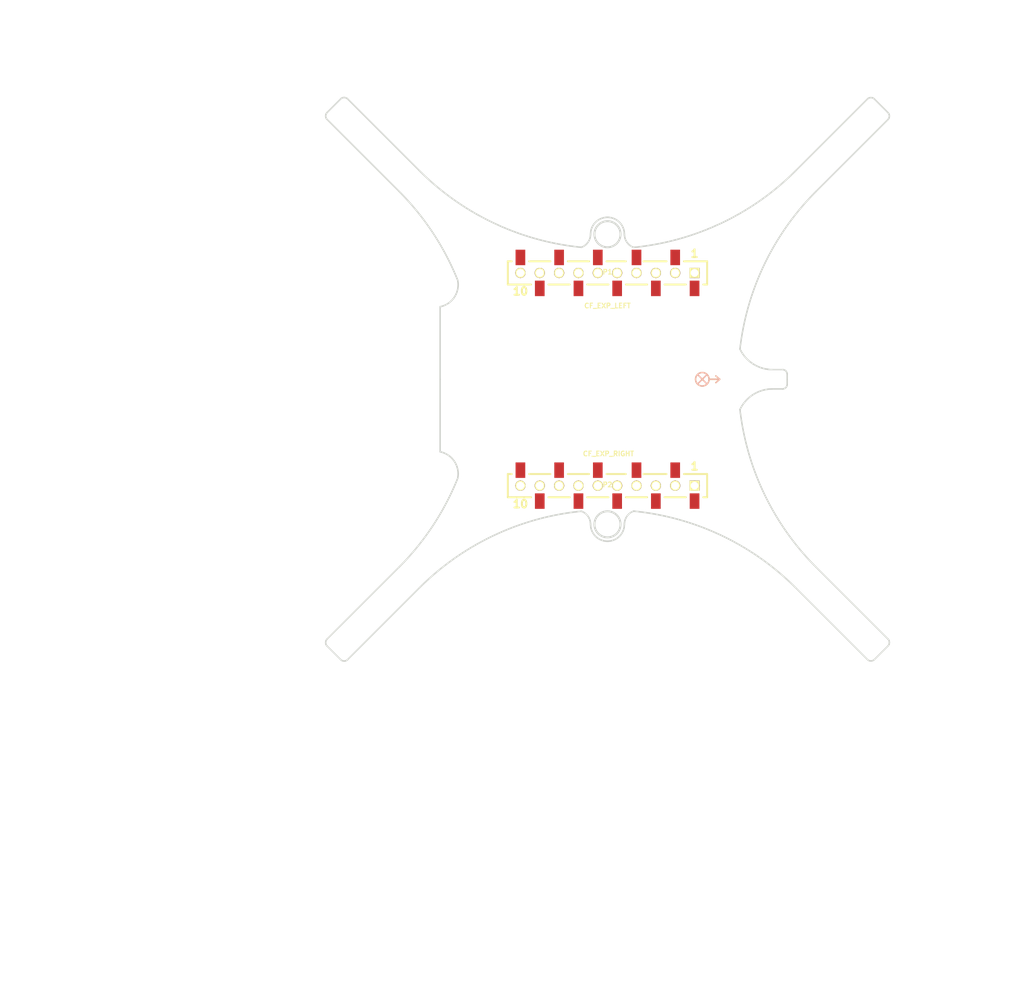
<source format=kicad_pcb>
(kicad_pcb (version 20171130) (host pcbnew "(5.1.10-1-10_14)")
  (title_block (title "Crazyflie 2.0 expansion template") (date "20 okt 2014") (rev A) (company "Bitcraze AB") (comment 1 "Licensed under CC-BY 4.0"))
  (layers (0 F.Cu signal) (31 B.Cu signal) (34 B.Paste user) (35 F.Paste user) (36 B.SilkS user) (37 F.SilkS user) (38 B.Mask user) (39 F.Mask user) (44 Edge.Cuts user))
  (net 0 "")
  (net 1 "Net-(P1-Pad10)")
  (net 2 "Net-(P1-Pad2)")
  (net 3 "Net-(P1-Pad1)")
  (net 4 "Net-(P1-Pad8)")
  (net 5 "Net-(P1-Pad9)")
  (net 6 "Net-(P1-Pad3)")
  (net 7 "Net-(P1-Pad4)")
  (net 8 "Net-(P1-Pad7)")
  (net 9 "Net-(P1-Pad6)")
  (net 10 "Net-(P1-Pad5)")
  (net 11 "Net-(P2-Pad10)")
  (net 12 "Net-(P2-Pad2)")
  (net 13 "Net-(P2-Pad1)")
  (net 14 "Net-(P2-Pad8)")
  (net 15 "Net-(P2-Pad9)")
  (net 16 "Net-(P2-Pad3)")
  (net 17 "Net-(P2-Pad4)")
  (net 18 "Net-(P2-Pad7)")
  (net 19 "Net-(P2-Pad6)")
  (net 20 "Net-(P2-Pad5)")
  (module bitcraze:EXP_ORIENTATION (layer F.Cu) (at 148.801 97.00092)
    (fp_text reference EXP_ORIENTATION hide)
    (fp_text value VAL** hide)
  )
  (module connectors:BF090-10-X-B2 (layer F.Cu) (at 139.001 86.00092 180)
    (fp_text reference P1 (at 0 0.1 180) (layer F.SilkS) (effects (font (size 0.5 0.5) (thickness 0.1))))
    (fp_text value CF_EXP_LEFT (at 0 -3.4 180) (layer F.SilkS) (effects (font (size 0.5 0.5) (thickness 0.1))))
    (fp_text user 10 (at 9 -1.9 180) (layer F.SilkS) (effects (font (size 0.8 0.8) (thickness 0.2))))
    (fp_text user 1 (at -9 2 180) (layer F.SilkS) (effects (font (size 0.8 0.8) (thickness 0.2))))
    (pad 10 thru_hole circle (at 9 0 180) (size 1.05 1.05) (drill 0.8) (layers *.Cu F.SilkS B.Mask) (net 1 "Net-(P1-Pad10)"))
    (pad 2 thru_hole circle (at -7 0 180) (size 1.05 1.05) (drill 0.8) (layers *.Cu F.SilkS B.Mask) (net 2 "Net-(P1-Pad2)"))
    (pad 1 thru_hole rect (at -9 0 180) (size 1.05 1.05) (drill 0.8) (layers *.Cu F.SilkS B.Mask) (net 3 "Net-(P1-Pad1)"))
    (pad 8 thru_hole circle (at 5 0 180) (size 1.05 1.05) (drill 0.8) (layers *.Cu F.SilkS B.Mask) (net 4 "Net-(P1-Pad8)"))
    (pad 9 thru_hole circle (at 7 0 180) (size 1.05 1.05) (drill 0.8) (layers *.Cu F.SilkS B.Mask) (net 5 "Net-(P1-Pad9)"))
    (pad 3 thru_hole circle (at -5 0 180) (size 1.05 1.05) (drill 0.8) (layers *.Cu F.SilkS B.Mask) (net 6 "Net-(P1-Pad3)"))
    (pad 4 thru_hole circle (at -3 0 180) (size 1.05 1.05) (drill 0.8) (layers *.Cu F.SilkS B.Mask) (net 7 "Net-(P1-Pad4)"))
    (pad 7 thru_hole circle (at 3 0 180) (size 1.05 1.05) (drill 0.8) (layers *.Cu F.SilkS B.Mask) (net 8 "Net-(P1-Pad7)"))
    (pad 6 thru_hole circle (at 1 0 180) (size 1.05 1.05) (drill 0.8) (layers *.Cu F.SilkS B.Mask) (net 9 "Net-(P1-Pad6)"))
    (pad 5 thru_hole circle (at -1 0 180) (size 1.05 1.05) (drill 0.8) (layers *.Cu F.SilkS B.Mask) (net 10 "Net-(P1-Pad5)"))
    (pad 1 smd rect (at -9 -1.6 180) (size 1 1.6) (layers F.Cu F.Paste F.Mask) (net 3 "Net-(P1-Pad1)"))
    (pad 2 smd rect (at -7 1.6 180) (size 1 1.6) (layers F.Cu F.Paste F.Mask) (net 2 "Net-(P1-Pad2)"))
    (pad 3 smd rect (at -5 -1.6 180) (size 1 1.6) (layers F.Cu F.Paste F.Mask) (net 6 "Net-(P1-Pad3)"))
    (pad 4 smd rect (at -3 1.6 180) (size 1 1.6) (layers F.Cu F.Paste F.Mask) (net 7 "Net-(P1-Pad4)"))
    (pad 5 smd rect (at -1 -1.6 180) (size 1 1.6) (layers F.Cu F.Paste F.Mask) (net 10 "Net-(P1-Pad5)"))
    (pad 6 smd rect (at 1 1.6 180) (size 1 1.6) (layers F.Cu F.Paste F.Mask) (net 9 "Net-(P1-Pad6)"))
    (pad 7 smd rect (at 3 -1.6 180) (size 1 1.6) (layers F.Cu F.Paste F.Mask) (net 8 "Net-(P1-Pad7)"))
    (pad 8 smd rect (at 5 1.6 180) (size 1 1.6) (layers F.Cu F.Paste F.Mask) (net 4 "Net-(P1-Pad8)"))
    (pad 9 smd rect (at 7 -1.6 180) (size 1 1.6) (layers F.Cu F.Paste F.Mask) (net 5 "Net-(P1-Pad9)"))
    (pad 10 smd rect (at 9 1.6 180) (size 1 1.6) (layers F.Cu F.Paste F.Mask) (net 1 "Net-(P1-Pad10)"))
    (pad 1 smd circle (at -9 0 180) (size 1.05 1.05) (layers F.Cu F.Mask) (net 3 "Net-(P1-Pad1)"))
    (pad 2 smd circle (at -7 0 180) (size 1.05 1.05) (layers F.Cu F.Mask) (net 2 "Net-(P1-Pad2)"))
    (pad 3 smd circle (at -5 0 180) (size 1.05 1.05) (layers F.Cu F.Mask) (net 6 "Net-(P1-Pad3)"))
    (pad 4 smd circle (at -3 0 180) (size 1.05 1.05) (layers F.Cu F.Mask) (net 7 "Net-(P1-Pad4)"))
    (pad 5 smd circle (at -1 0 180) (size 1.05 1.05) (layers F.Cu F.Mask) (net 10 "Net-(P1-Pad5)"))
    (pad 6 smd circle (at 1 0 180) (size 1.05 1.05) (layers F.Cu F.Mask) (net 9 "Net-(P1-Pad6)"))
    (pad 7 smd circle (at 3 0 180) (size 1.05 1.05) (layers F.Cu F.Mask) (net 8 "Net-(P1-Pad7)"))
    (pad 8 smd circle (at 5 0 180) (size 1.05 1.05) (layers F.Cu F.Mask) (net 4 "Net-(P1-Pad8)"))
    (pad 9 smd circle (at 7 0 180) (size 1.05 1.05) (layers F.Cu F.Mask) (net 5 "Net-(P1-Pad9)"))
    (pad 10 smd circle (at 9 0 180) (size 1.05 1.05) (layers F.Cu F.Mask) (net 1 "Net-(P1-Pad10)"))
  )
  (module connectors:BF090-10-X-B2 (layer F.Cu) (at 139.001 108.00092 180)
    (fp_text reference P2 (at 0 0.1 180) (layer F.SilkS) (effects (font (size 0.5 0.5) (thickness 0.1))))
    (fp_text value CF_EXP_RIGHT (at -0.1 3.3 180) (layer F.SilkS) (effects (font (size 0.5 0.5) (thickness 0.1))))
    (fp_text user 10 (at 9 -1.9 180) (layer F.SilkS) (effects (font (size 0.8 0.8) (thickness 0.2))))
    (fp_text user 1 (at -9 2 180) (layer F.SilkS) (effects (font (size 0.8 0.8) (thickness 0.2))))
    (pad 10 thru_hole circle (at 9 0 180) (size 1.05 1.05) (drill 0.8) (layers *.Cu F.SilkS B.Mask) (net 11 "Net-(P2-Pad10)"))
    (pad 2 thru_hole circle (at -7 0 180) (size 1.05 1.05) (drill 0.8) (layers *.Cu F.SilkS B.Mask) (net 12 "Net-(P2-Pad2)"))
    (pad 1 thru_hole rect (at -9 0 180) (size 1.05 1.05) (drill 0.8) (layers *.Cu F.SilkS B.Mask) (net 13 "Net-(P2-Pad1)"))
    (pad 8 thru_hole circle (at 5 0 180) (size 1.05 1.05) (drill 0.8) (layers *.Cu F.SilkS B.Mask) (net 14 "Net-(P2-Pad8)"))
    (pad 9 thru_hole circle (at 7 0 180) (size 1.05 1.05) (drill 0.8) (layers *.Cu F.SilkS B.Mask) (net 15 "Net-(P2-Pad9)"))
    (pad 3 thru_hole circle (at -5 0 180) (size 1.05 1.05) (drill 0.8) (layers *.Cu F.SilkS B.Mask) (net 16 "Net-(P2-Pad3)"))
    (pad 4 thru_hole circle (at -3 0 180) (size 1.05 1.05) (drill 0.8) (layers *.Cu F.SilkS B.Mask) (net 17 "Net-(P2-Pad4)"))
    (pad 7 thru_hole circle (at 3 0 180) (size 1.05 1.05) (drill 0.8) (layers *.Cu F.SilkS B.Mask) (net 18 "Net-(P2-Pad7)"))
    (pad 6 thru_hole circle (at 1 0 180) (size 1.05 1.05) (drill 0.8) (layers *.Cu F.SilkS B.Mask) (net 19 "Net-(P2-Pad6)"))
    (pad 5 thru_hole circle (at -1 0 180) (size 1.05 1.05) (drill 0.8) (layers *.Cu F.SilkS B.Mask) (net 20 "Net-(P2-Pad5)"))
    (pad 1 smd rect (at -9 -1.6 180) (size 1 1.6) (layers F.Cu F.Paste F.Mask) (net 13 "Net-(P2-Pad1)"))
    (pad 2 smd rect (at -7 1.6 180) (size 1 1.6) (layers F.Cu F.Paste F.Mask) (net 12 "Net-(P2-Pad2)"))
    (pad 3 smd rect (at -5 -1.6 180) (size 1 1.6) (layers F.Cu F.Paste F.Mask) (net 16 "Net-(P2-Pad3)"))
    (pad 4 smd rect (at -3 1.6 180) (size 1 1.6) (layers F.Cu F.Paste F.Mask) (net 17 "Net-(P2-Pad4)"))
    (pad 5 smd rect (at -1 -1.6 180) (size 1 1.6) (layers F.Cu F.Paste F.Mask) (net 20 "Net-(P2-Pad5)"))
    (pad 6 smd rect (at 1 1.6 180) (size 1 1.6) (layers F.Cu F.Paste F.Mask) (net 19 "Net-(P2-Pad6)"))
    (pad 7 smd rect (at 3 -1.6 180) (size 1 1.6) (layers F.Cu F.Paste F.Mask) (net 18 "Net-(P2-Pad7)"))
    (pad 8 smd rect (at 5 1.6 180) (size 1 1.6) (layers F.Cu F.Paste F.Mask) (net 14 "Net-(P2-Pad8)"))
    (pad 9 smd rect (at 7 -1.6 180) (size 1 1.6) (layers F.Cu F.Paste F.Mask) (net 15 "Net-(P2-Pad9)"))
    (pad 10 smd rect (at 9 1.6 180) (size 1 1.6) (layers F.Cu F.Paste F.Mask) (net 11 "Net-(P2-Pad10)"))
    (pad 1 smd circle (at -9 0 180) (size 1.05 1.05) (layers F.Cu F.Mask) (net 13 "Net-(P2-Pad1)"))
    (pad 2 smd circle (at -7 0 180) (size 1.05 1.05) (layers F.Cu F.Mask) (net 12 "Net-(P2-Pad2)"))
    (pad 3 smd circle (at -5 0 180) (size 1.05 1.05) (layers F.Cu F.Mask) (net 16 "Net-(P2-Pad3)"))
    (pad 4 smd circle (at -3 0 180) (size 1.05 1.05) (layers F.Cu F.Mask) (net 17 "Net-(P2-Pad4)"))
    (pad 5 smd circle (at -1 0 180) (size 1.05 1.05) (layers F.Cu F.Mask) (net 20 "Net-(P2-Pad5)"))
    (pad 6 smd circle (at 1 0 180) (size 1.05 1.05) (layers F.Cu F.Mask) (net 19 "Net-(P2-Pad6)"))
    (pad 7 smd circle (at 3 0 180) (size 1.05 1.05) (layers F.Cu F.Mask) (net 18 "Net-(P2-Pad7)"))
    (pad 8 smd circle (at 5 0 180) (size 1.05 1.05) (layers F.Cu F.Mask) (net 14 "Net-(P2-Pad8)"))
    (pad 9 smd circle (at 7 0 180) (size 1.05 1.05) (layers F.Cu F.Mask) (net 15 "Net-(P2-Pad9)"))
    (pad 10 smd circle (at 9 0 180) (size 1.05 1.05) (layers F.Cu F.Mask) (net 11 "Net-(P2-Pad10)"))
  )
  (gr_circle (center 139.001 112.00092) (end 140.351 112.00092) (layer Edge.Cuts) (width 0.2))
  (gr_circle (center 139.001 82.00092) (end 140.351 82.00092) (layer Edge.Cuts) (width 0.2))
  (gr_line (start 157.572665 97.00092) (end 157.572665 97.524806) (angle 90) (layer Edge.Cuts) (width 0.15))
  (gr_line (start 157.572665 97.524806) (end 157.572665 97.524806) (angle 90) (layer Edge.Cuts) (width 0.15))
  (gr_line (start 157.572665 97.524806) (end 157.562202 97.624072) (angle 90) (layer Edge.Cuts) (width 0.15))
  (gr_line (start 157.562202 97.624072) (end 157.531272 97.718976) (angle 90) (layer Edge.Cuts) (width 0.15))
  (gr_line (start 157.531272 97.718976) (end 157.481236 97.805345) (angle 90) (layer Edge.Cuts) (width 0.15))
  (gr_line (start 157.481236 97.805345) (end 157.414292 97.879384) (angle 90) (layer Edge.Cuts) (width 0.15))
  (gr_line (start 157.414292 97.879384) (end 157.333382 97.937838) (angle 90) (layer Edge.Cuts) (width 0.15))
  (gr_line (start 157.333382 97.937838) (end 157.242063 97.978139) (angle 90) (layer Edge.Cuts) (width 0.15))
  (gr_line (start 157.242063 97.978139) (end 157.144349 97.998515) (angle 90) (layer Edge.Cuts) (width 0.15))
  (gr_line (start 157.144349 97.998515) (end 157.096551 98.00092) (angle 90) (layer Edge.Cuts) (width 0.15))
  (gr_line (start 157.096551 98.00092) (end 156.001 98.000919) (angle 90) (layer Edge.Cuts) (width 0.15))
  (gr_line (start 156.001 98.000919) (end 156.001 98.000919) (angle 90) (layer Edge.Cuts) (width 0.15))
  (gr_line (start 156.001 98.000919) (end 155.901044 98.003791) (angle 90) (layer Edge.Cuts) (width 0.15))
  (gr_line (start 155.901044 98.003791) (end 155.801202 98.009348) (angle 90) (layer Edge.Cuts) (width 0.15))
  (gr_line (start 155.801202 98.009348) (end 155.701545 98.017585) (angle 90) (layer Edge.Cuts) (width 0.15))
  (gr_line (start 155.701545 98.017585) (end 155.602145 98.028498) (angle 90) (layer Edge.Cuts) (width 0.15))
  (gr_line (start 155.602145 98.028498) (end 155.503074 98.042078) (angle 90) (layer Edge.Cuts) (width 0.15))
  (gr_line (start 155.503074 98.042078) (end 155.404404 98.058315) (angle 90) (layer Edge.Cuts) (width 0.15))
  (gr_line (start 155.404404 98.058315) (end 155.306206 98.077197) (angle 90) (layer Edge.Cuts) (width 0.15))
  (gr_line (start 155.306206 98.077197) (end 155.208551 98.098712) (angle 90) (layer Edge.Cuts) (width 0.15))
  (gr_line (start 155.208551 98.098712) (end 155.111509 98.122843) (angle 90) (layer Edge.Cuts) (width 0.15))
  (gr_line (start 155.111509 98.122843) (end 155.015151 98.149573) (angle 90) (layer Edge.Cuts) (width 0.15))
  (gr_line (start 155.015151 98.149573) (end 154.919546 98.178882) (angle 90) (layer Edge.Cuts) (width 0.15))
  (gr_line (start 154.919546 98.178882) (end 154.824763 98.21075) (angle 90) (layer Edge.Cuts) (width 0.15))
  (gr_line (start 154.824763 98.21075) (end 154.73087 98.245153) (angle 90) (layer Edge.Cuts) (width 0.15))
  (gr_line (start 154.73087 98.245153) (end 154.637936 98.282068) (angle 90) (layer Edge.Cuts) (width 0.15))
  (gr_line (start 154.637936 98.282068) (end 154.546028 98.321466) (angle 90) (layer Edge.Cuts) (width 0.15))
  (gr_line (start 154.546028 98.321466) (end 154.455211 98.363319) (angle 90) (layer Edge.Cuts) (width 0.15))
  (gr_line (start 154.455211 98.363319) (end 154.365552 98.407598) (angle 90) (layer Edge.Cuts) (width 0.15))
  (gr_line (start 154.365552 98.407598) (end 154.277115 98.45427) (angle 90) (layer Edge.Cuts) (width 0.15))
  (gr_line (start 154.277115 98.45427) (end 154.189964 98.503302) (angle 90) (layer Edge.Cuts) (width 0.15))
  (gr_line (start 154.189964 98.503302) (end 154.104162 98.554658) (angle 90) (layer Edge.Cuts) (width 0.15))
  (gr_line (start 154.104162 98.554658) (end 154.019771 98.608301) (angle 90) (layer Edge.Cuts) (width 0.15))
  (gr_line (start 154.019771 98.608301) (end 153.936852 98.664192) (angle 90) (layer Edge.Cuts) (width 0.15))
  (gr_line (start 153.936852 98.664192) (end 153.855465 98.722291) (angle 90) (layer Edge.Cuts) (width 0.15))
  (gr_line (start 153.855465 98.722291) (end 153.775668 98.782557) (angle 90) (layer Edge.Cuts) (width 0.15))
  (gr_line (start 153.775668 98.782557) (end 153.69752 98.844945) (angle 90) (layer Edge.Cuts) (width 0.15))
  (gr_line (start 153.69752 98.844945) (end 153.621076 98.90941) (angle 90) (layer Edge.Cuts) (width 0.15))
  (gr_line (start 153.621076 98.90941) (end 153.546393 98.975906) (angle 90) (layer Edge.Cuts) (width 0.15))
  (gr_line (start 153.546393 98.975906) (end 153.473523 99.044385) (angle 90) (layer Edge.Cuts) (width 0.15))
  (gr_line (start 153.473523 99.044385) (end 153.402519 99.114798) (angle 90) (layer Edge.Cuts) (width 0.15))
  (gr_line (start 153.402519 99.114798) (end 153.333434 99.187093) (angle 90) (layer Edge.Cuts) (width 0.15))
  (gr_line (start 153.333434 99.187093) (end 153.266316 99.261218) (angle 90) (layer Edge.Cuts) (width 0.15))
  (gr_line (start 153.266316 99.261218) (end 153.201214 99.33712) (angle 90) (layer Edge.Cuts) (width 0.15))
  (gr_line (start 153.201214 99.33712) (end 153.138175 99.414744) (angle 90) (layer Edge.Cuts) (width 0.15))
  (gr_line (start 153.138175 99.414744) (end 153.077245 99.494034) (angle 90) (layer Edge.Cuts) (width 0.15))
  (gr_line (start 153.077245 99.494034) (end 153.018467 99.574933) (angle 90) (layer Edge.Cuts) (width 0.15))
  (gr_line (start 153.018467 99.574933) (end 152.961885 99.657382) (angle 90) (layer Edge.Cuts) (width 0.15))
  (gr_line (start 152.961885 99.657382) (end 152.907539 99.741322) (angle 90) (layer Edge.Cuts) (width 0.15))
  (gr_line (start 152.907539 99.741322) (end 152.855467 99.826691) (angle 90) (layer Edge.Cuts) (width 0.15))
  (gr_line (start 152.855467 99.826691) (end 152.805709 99.913429) (angle 90) (layer Edge.Cuts) (width 0.15))
  (gr_line (start 152.805709 99.913429) (end 152.758299 100.001473) (angle 90) (layer Edge.Cuts) (width 0.15))
  (gr_line (start 152.758299 100.001473) (end 152.713273 100.090759) (angle 90) (layer Edge.Cuts) (width 0.15))
  (gr_line (start 152.713273 100.090759) (end 152.694755 100.1293) (angle 90) (layer Edge.Cuts) (width 0.15))
  (gr_line (start 152.694755 100.1293) (end 152.694755 100.1293) (angle 90) (layer Edge.Cuts) (width 0.15))
  (gr_line (start 152.694755 100.1293) (end 152.706318 100.228629) (angle 90) (layer Edge.Cuts) (width 0.15))
  (gr_line (start 152.706318 100.228629) (end 152.718242 100.327916) (angle 90) (layer Edge.Cuts) (width 0.15))
  (gr_line (start 152.718242 100.327916) (end 152.730527 100.427158) (angle 90) (layer Edge.Cuts) (width 0.15))
  (gr_line (start 152.730527 100.427158) (end 152.743173 100.526355) (angle 90) (layer Edge.Cuts) (width 0.15))
  (gr_line (start 152.743173 100.526355) (end 152.75618 100.625506) (angle 90) (layer Edge.Cuts) (width 0.15))
  (gr_line (start 152.75618 100.625506) (end 152.769548 100.724608) (angle 90) (layer Edge.Cuts) (width 0.15))
  (gr_line (start 152.769548 100.724608) (end 152.783276 100.823662) (angle 90) (layer Edge.Cuts) (width 0.15))
  (gr_line (start 152.783276 100.823662) (end 152.797364 100.922664) (angle 90) (layer Edge.Cuts) (width 0.15))
  (gr_line (start 152.797364 100.922664) (end 152.811813 101.021615) (angle 90) (layer Edge.Cuts) (width 0.15))
  (gr_line (start 152.811813 101.021615) (end 152.826621 101.120512) (angle 90) (layer Edge.Cuts) (width 0.15))
  (gr_line (start 152.826621 101.120512) (end 152.841789 101.219355) (angle 90) (layer Edge.Cuts) (width 0.15))
  (gr_line (start 152.841789 101.219355) (end 152.857317 101.318142) (angle 90) (layer Edge.Cuts) (width 0.15))
  (gr_line (start 152.857317 101.318142) (end 152.873204 101.416872) (angle 90) (layer Edge.Cuts) (width 0.15))
  (gr_line (start 152.873204 101.416872) (end 152.88945 101.515543) (angle 90) (layer Edge.Cuts) (width 0.15))
  (gr_line (start 152.88945 101.515543) (end 152.906055 101.614155) (angle 90) (layer Edge.Cuts) (width 0.15))
  (gr_line (start 152.906055 101.614155) (end 152.923019 101.712706) (angle 90) (layer Edge.Cuts) (width 0.15))
  (gr_line (start 152.923019 101.712706) (end 152.940341 101.811194) (angle 90) (layer Edge.Cuts) (width 0.15))
  (gr_line (start 152.940341 101.811194) (end 152.958021 101.909618) (angle 90) (layer Edge.Cuts) (width 0.15))
  (gr_line (start 152.958021 101.909618) (end 152.97606 102.007978) (angle 90) (layer Edge.Cuts) (width 0.15))
  (gr_line (start 152.97606 102.007978) (end 152.994456 102.106271) (angle 90) (layer Edge.Cuts) (width 0.15))
  (gr_line (start 152.994456 102.106271) (end 153.013209 102.204497) (angle 90) (layer Edge.Cuts) (width 0.15))
  (gr_line (start 153.013209 102.204497) (end 153.03232 102.302654) (angle 90) (layer Edge.Cuts) (width 0.15))
  (gr_line (start 153.03232 102.302654) (end 153.051788 102.400741) (angle 90) (layer Edge.Cuts) (width 0.15))
  (gr_line (start 153.051788 102.400741) (end 153.071613 102.498756) (angle 90) (layer Edge.Cuts) (width 0.15))
  (gr_line (start 153.071613 102.498756) (end 153.091794 102.596698) (angle 90) (layer Edge.Cuts) (width 0.15))
  (gr_line (start 153.091794 102.596698) (end 153.112331 102.694566) (angle 90) (layer Edge.Cuts) (width 0.15))
  (gr_line (start 153.112331 102.694566) (end 153.133224 102.792359) (angle 90) (layer Edge.Cuts) (width 0.15))
  (gr_line (start 153.133224 102.792359) (end 153.154473 102.890076) (angle 90) (layer Edge.Cuts) (width 0.15))
  (gr_line (start 153.154473 102.890076) (end 153.176077 102.987714) (angle 90) (layer Edge.Cuts) (width 0.15))
  (gr_line (start 153.176077 102.987714) (end 153.198037 103.085273) (angle 90) (layer Edge.Cuts) (width 0.15))
  (gr_line (start 153.198037 103.085273) (end 153.220351 103.182752) (angle 90) (layer Edge.Cuts) (width 0.15))
  (gr_line (start 153.220351 103.182752) (end 153.24302 103.280148) (angle 90) (layer Edge.Cuts) (width 0.15))
  (gr_line (start 153.24302 103.280148) (end 153.266043 103.377462) (angle 90) (layer Edge.Cuts) (width 0.15))
  (gr_line (start 153.266043 103.377462) (end 153.289419 103.474691) (angle 90) (layer Edge.Cuts) (width 0.15))
  (gr_line (start 153.289419 103.474691) (end 153.31315 103.571835) (angle 90) (layer Edge.Cuts) (width 0.15))
  (gr_line (start 153.31315 103.571835) (end 153.337234 103.668891) (angle 90) (layer Edge.Cuts) (width 0.15))
  (gr_line (start 153.337234 103.668891) (end 153.36167 103.765859) (angle 90) (layer Edge.Cuts) (width 0.15))
  (gr_line (start 153.36167 103.765859) (end 153.38646 103.862738) (angle 90) (layer Edge.Cuts) (width 0.15))
  (gr_line (start 153.38646 103.862738) (end 153.411601 103.959526) (angle 90) (layer Edge.Cuts) (width 0.15))
  (gr_line (start 153.411601 103.959526) (end 153.437095 104.056222) (angle 90) (layer Edge.Cuts) (width 0.15))
  (gr_line (start 153.437095 104.056222) (end 153.46294 104.152824) (angle 90) (layer Edge.Cuts) (width 0.15))
  (gr_line (start 153.46294 104.152824) (end 153.489137 104.249332) (angle 90) (layer Edge.Cuts) (width 0.15))
  (gr_line (start 153.489137 104.249332) (end 153.515684 104.345743) (angle 90) (layer Edge.Cuts) (width 0.15))
  (gr_line (start 153.515684 104.345743) (end 153.542582 104.442058) (angle 90) (layer Edge.Cuts) (width 0.15))
  (gr_line (start 153.542582 104.442058) (end 153.569831 104.538274) (angle 90) (layer Edge.Cuts) (width 0.15))
  (gr_line (start 153.569831 104.538274) (end 153.597429 104.63439) (angle 90) (layer Edge.Cuts) (width 0.15))
  (gr_line (start 153.597429 104.63439) (end 153.625377 104.730405) (angle 90) (layer Edge.Cuts) (width 0.15))
  (gr_line (start 153.625377 104.730405) (end 153.653674 104.826318) (angle 90) (layer Edge.Cuts) (width 0.15))
  (gr_line (start 153.653674 104.826318) (end 153.68232 104.922127) (angle 90) (layer Edge.Cuts) (width 0.15))
  (gr_line (start 153.68232 104.922127) (end 153.711314 105.017832) (angle 90) (layer Edge.Cuts) (width 0.15))
  (gr_line (start 153.711314 105.017832) (end 153.740656 105.11343) (angle 90) (layer Edge.Cuts) (width 0.15))
  (gr_line (start 153.740656 105.11343) (end 153.770346 105.208921) (angle 90) (layer Edge.Cuts) (width 0.15))
  (gr_line (start 153.770346 105.208921) (end 153.800383 105.304303) (angle 90) (layer Edge.Cuts) (width 0.15))
  (gr_line (start 153.800383 105.304303) (end 153.830766 105.399575) (angle 90) (layer Edge.Cuts) (width 0.15))
  (gr_line (start 153.830766 105.399575) (end 153.861497 105.494736) (angle 90) (layer Edge.Cuts) (width 0.15))
  (gr_line (start 153.861497 105.494736) (end 153.892573 105.589785) (angle 90) (layer Edge.Cuts) (width 0.15))
  (gr_line (start 153.892573 105.589785) (end 153.923995 105.68472) (angle 90) (layer Edge.Cuts) (width 0.15))
  (gr_line (start 153.923995 105.68472) (end 153.955762 105.77954) (angle 90) (layer Edge.Cuts) (width 0.15))
  (gr_line (start 153.955762 105.77954) (end 153.987874 105.874244) (angle 90) (layer Edge.Cuts) (width 0.15))
  (gr_line (start 153.987874 105.874244) (end 154.02033 105.96883) (angle 90) (layer Edge.Cuts) (width 0.15))
  (gr_line (start 154.02033 105.96883) (end 154.05313 106.063298) (angle 90) (layer Edge.Cuts) (width 0.15))
  (gr_line (start 154.05313 106.063298) (end 154.086274 106.157646) (angle 90) (layer Edge.Cuts) (width 0.15))
  (gr_line (start 154.086274 106.157646) (end 154.119761 106.251872) (angle 90) (layer Edge.Cuts) (width 0.15))
  (gr_line (start 154.119761 106.251872) (end 154.15359 106.345976) (angle 90) (layer Edge.Cuts) (width 0.15))
  (gr_line (start 154.15359 106.345976) (end 154.187762 106.439956) (angle 90) (layer Edge.Cuts) (width 0.15))
  (gr_line (start 154.187762 106.439956) (end 154.222275 106.533812) (angle 90) (layer Edge.Cuts) (width 0.15))
  (gr_line (start 154.222275 106.533812) (end 154.257129 106.627541) (angle 90) (layer Edge.Cuts) (width 0.15))
  (gr_line (start 154.257129 106.627541) (end 154.292324 106.721143) (angle 90) (layer Edge.Cuts) (width 0.15))
  (gr_line (start 154.292324 106.721143) (end 154.32786 106.814616) (angle 90) (layer Edge.Cuts) (width 0.15))
  (gr_line (start 154.32786 106.814616) (end 154.363735 106.907959) (angle 90) (layer Edge.Cuts) (width 0.15))
  (gr_line (start 154.363735 106.907959) (end 154.39995 107.001171) (angle 90) (layer Edge.Cuts) (width 0.15))
  (gr_line (start 154.39995 107.001171) (end 154.436504 107.09425) (angle 90) (layer Edge.Cuts) (width 0.15))
  (gr_line (start 154.436504 107.09425) (end 154.473396 107.187196) (angle 90) (layer Edge.Cuts) (width 0.15))
  (gr_line (start 154.473396 107.187196) (end 154.510626 107.280008) (angle 90) (layer Edge.Cuts) (width 0.15))
  (gr_line (start 154.510626 107.280008) (end 154.548194 107.372683) (angle 90) (layer Edge.Cuts) (width 0.15))
  (gr_line (start 154.548194 107.372683) (end 154.586098 107.465221) (angle 90) (layer Edge.Cuts) (width 0.15))
  (gr_line (start 154.586098 107.465221) (end 154.624339 107.55762) (angle 90) (layer Edge.Cuts) (width 0.15))
  (gr_line (start 154.624339 107.55762) (end 154.662916 107.649879) (angle 90) (layer Edge.Cuts) (width 0.15))
  (gr_line (start 154.662916 107.649879) (end 154.701828 107.741998) (angle 90) (layer Edge.Cuts) (width 0.15))
  (gr_line (start 154.701828 107.741998) (end 154.741075 107.833974) (angle 90) (layer Edge.Cuts) (width 0.15))
  (gr_line (start 154.741075 107.833974) (end 154.780656 107.925807) (angle 90) (layer Edge.Cuts) (width 0.15))
  (gr_line (start 154.780656 107.925807) (end 154.820572 108.017496) (angle 90) (layer Edge.Cuts) (width 0.15))
  (gr_line (start 154.820572 108.017496) (end 154.86082 108.109038) (angle 90) (layer Edge.Cuts) (width 0.15))
  (gr_line (start 154.86082 108.109038) (end 154.901402 108.200434) (angle 90) (layer Edge.Cuts) (width 0.15))
  (gr_line (start 154.901402 108.200434) (end 154.942315 108.291681) (angle 90) (layer Edge.Cuts) (width 0.15))
  (gr_line (start 154.942315 108.291681) (end 154.983561 108.382779) (angle 90) (layer Edge.Cuts) (width 0.15))
  (gr_line (start 154.983561 108.382779) (end 155.025138 108.473726) (angle 90) (layer Edge.Cuts) (width 0.15))
  (gr_line (start 155.025138 108.473726) (end 155.067045 108.564521) (angle 90) (layer Edge.Cuts) (width 0.15))
  (gr_line (start 155.067045 108.564521) (end 155.109282 108.655163) (angle 90) (layer Edge.Cuts) (width 0.15))
  (gr_line (start 155.109282 108.655163) (end 155.151849 108.745651) (angle 90) (layer Edge.Cuts) (width 0.15))
  (gr_line (start 155.151849 108.745651) (end 155.194745 108.835983) (angle 90) (layer Edge.Cuts) (width 0.15))
  (gr_line (start 155.194745 108.835983) (end 155.237969 108.926159) (angle 90) (layer Edge.Cuts) (width 0.15))
  (gr_line (start 155.237969 108.926159) (end 155.281521 109.016177) (angle 90) (layer Edge.Cuts) (width 0.15))
  (gr_line (start 155.281521 109.016177) (end 155.3254 109.106036) (angle 90) (layer Edge.Cuts) (width 0.15))
  (gr_line (start 155.3254 109.106036) (end 155.369606 109.195734) (angle 90) (layer Edge.Cuts) (width 0.15))
  (gr_line (start 155.369606 109.195734) (end 155.414138 109.285272) (angle 90) (layer Edge.Cuts) (width 0.15))
  (gr_line (start 155.414138 109.285272) (end 155.458995 109.374646) (angle 90) (layer Edge.Cuts) (width 0.15))
  (gr_line (start 155.458995 109.374646) (end 155.504177 109.463857) (angle 90) (layer Edge.Cuts) (width 0.15))
  (gr_line (start 155.504177 109.463857) (end 155.549684 109.552903) (angle 90) (layer Edge.Cuts) (width 0.15))
  (gr_line (start 155.549684 109.552903) (end 155.595514 109.641782) (angle 90) (layer Edge.Cuts) (width 0.15))
  (gr_line (start 155.595514 109.641782) (end 155.641667 109.730494) (angle 90) (layer Edge.Cuts) (width 0.15))
  (gr_line (start 155.641667 109.730494) (end 155.688143 109.819038) (angle 90) (layer Edge.Cuts) (width 0.15))
  (gr_line (start 155.688143 109.819038) (end 155.73494 109.907412) (angle 90) (layer Edge.Cuts) (width 0.15))
  (gr_line (start 155.73494 109.907412) (end 155.782059 109.995615) (angle 90) (layer Edge.Cuts) (width 0.15))
  (gr_line (start 155.782059 109.995615) (end 155.829499 110.083647) (angle 90) (layer Edge.Cuts) (width 0.15))
  (gr_line (start 155.829499 110.083647) (end 155.877258 110.171505) (angle 90) (layer Edge.Cuts) (width 0.15))
  (gr_line (start 155.877258 110.171505) (end 155.925337 110.259188) (angle 90) (layer Edge.Cuts) (width 0.15))
  (gr_line (start 155.925337 110.259188) (end 155.973734 110.346696) (angle 90) (layer Edge.Cuts) (width 0.15))
  (gr_line (start 155.973734 110.346696) (end 156.02245 110.434028) (angle 90) (layer Edge.Cuts) (width 0.15))
  (gr_line (start 156.02245 110.434028) (end 156.071483 110.521182) (angle 90) (layer Edge.Cuts) (width 0.15))
  (gr_line (start 156.071483 110.521182) (end 156.120832 110.608156) (angle 90) (layer Edge.Cuts) (width 0.15))
  (gr_line (start 156.120832 110.608156) (end 156.170498 110.694951) (angle 90) (layer Edge.Cuts) (width 0.15))
  (gr_line (start 156.170498 110.694951) (end 156.220479 110.781564) (angle 90) (layer Edge.Cuts) (width 0.15))
  (gr_line (start 156.220479 110.781564) (end 156.270775 110.867995) (angle 90) (layer Edge.Cuts) (width 0.15))
  (gr_line (start 156.270775 110.867995) (end 156.321386 110.954242) (angle 90) (layer Edge.Cuts) (width 0.15))
  (gr_line (start 156.321386 110.954242) (end 156.372309 111.040305) (angle 90) (layer Edge.Cuts) (width 0.15))
  (gr_line (start 156.372309 111.040305) (end 156.423546 111.126182) (angle 90) (layer Edge.Cuts) (width 0.15))
  (gr_line (start 156.423546 111.126182) (end 156.475094 111.211871) (angle 90) (layer Edge.Cuts) (width 0.15))
  (gr_line (start 156.475094 111.211871) (end 156.526954 111.297373) (angle 90) (layer Edge.Cuts) (width 0.15))
  (gr_line (start 156.526954 111.297373) (end 156.579125 111.382685) (angle 90) (layer Edge.Cuts) (width 0.15))
  (gr_line (start 156.579125 111.382685) (end 156.631606 111.467807) (angle 90) (layer Edge.Cuts) (width 0.15))
  (gr_line (start 156.631606 111.467807) (end 156.684396 111.552738) (angle 90) (layer Edge.Cuts) (width 0.15))
  (gr_line (start 156.684396 111.552738) (end 156.737495 111.637476) (angle 90) (layer Edge.Cuts) (width 0.15))
  (gr_line (start 156.737495 111.637476) (end 156.790902 111.72202) (angle 90) (layer Edge.Cuts) (width 0.15))
  (gr_line (start 156.790902 111.72202) (end 156.844616 111.806369) (angle 90) (layer Edge.Cuts) (width 0.15))
  (gr_line (start 156.844616 111.806369) (end 156.898636 111.890522) (angle 90) (layer Edge.Cuts) (width 0.15))
  (gr_line (start 156.898636 111.890522) (end 156.952963 111.974479) (angle 90) (layer Edge.Cuts) (width 0.15))
  (gr_line (start 156.952963 111.974479) (end 157.007594 112.058236) (angle 90) (layer Edge.Cuts) (width 0.15))
  (gr_line (start 157.007594 112.058236) (end 157.06253 112.141795) (angle 90) (layer Edge.Cuts) (width 0.15))
  (gr_line (start 157.06253 112.141795) (end 157.117769 112.225153) (angle 90) (layer Edge.Cuts) (width 0.15))
  (gr_line (start 157.117769 112.225153) (end 157.173312 112.30831) (angle 90) (layer Edge.Cuts) (width 0.15))
  (gr_line (start 157.173312 112.30831) (end 157.229156 112.391264) (angle 90) (layer Edge.Cuts) (width 0.15))
  (gr_line (start 157.229156 112.391264) (end 157.285303 112.474014) (angle 90) (layer Edge.Cuts) (width 0.15))
  (gr_line (start 157.285303 112.474014) (end 157.341749 112.55656) (angle 90) (layer Edge.Cuts) (width 0.15))
  (gr_line (start 157.341749 112.55656) (end 157.398496 112.638899) (angle 90) (layer Edge.Cuts) (width 0.15))
  (gr_line (start 157.398496 112.638899) (end 157.455542 112.721032) (angle 90) (layer Edge.Cuts) (width 0.15))
  (gr_line (start 157.455542 112.721032) (end 157.512886 112.802956) (angle 90) (layer Edge.Cuts) (width 0.15))
  (gr_line (start 157.512886 112.802956) (end 157.570528 112.884671) (angle 90) (layer Edge.Cuts) (width 0.15))
  (gr_line (start 157.570528 112.884671) (end 157.628467 112.966176) (angle 90) (layer Edge.Cuts) (width 0.15))
  (gr_line (start 157.628467 112.966176) (end 157.686703 113.04747) (angle 90) (layer Edge.Cuts) (width 0.15))
  (gr_line (start 157.686703 113.04747) (end 157.745233 113.128551) (angle 90) (layer Edge.Cuts) (width 0.15))
  (gr_line (start 157.745233 113.128551) (end 157.804058 113.209419) (angle 90) (layer Edge.Cuts) (width 0.15))
  (gr_line (start 157.804058 113.209419) (end 157.863177 113.290072) (angle 90) (layer Edge.Cuts) (width 0.15))
  (gr_line (start 157.863177 113.290072) (end 157.922589 113.37051) (angle 90) (layer Edge.Cuts) (width 0.15))
  (gr_line (start 157.922589 113.37051) (end 157.982294 113.45073) (angle 90) (layer Edge.Cuts) (width 0.15))
  (gr_line (start 157.982294 113.45073) (end 158.042289 113.530734) (angle 90) (layer Edge.Cuts) (width 0.15))
  (gr_line (start 158.042289 113.530734) (end 158.102576 113.610518) (angle 90) (layer Edge.Cuts) (width 0.15))
  (gr_line (start 158.102576 113.610518) (end 158.163152 113.690082) (angle 90) (layer Edge.Cuts) (width 0.15))
  (gr_line (start 158.163152 113.690082) (end 158.224018 113.769426) (angle 90) (layer Edge.Cuts) (width 0.15))
  (gr_line (start 158.224018 113.769426) (end 158.285171 113.848547) (angle 90) (layer Edge.Cuts) (width 0.15))
  (gr_line (start 158.285171 113.848547) (end 158.346613 113.927446) (angle 90) (layer Edge.Cuts) (width 0.15))
  (gr_line (start 158.346613 113.927446) (end 158.40834 114.00612) (angle 90) (layer Edge.Cuts) (width 0.15))
  (gr_line (start 158.40834 114.00612) (end 158.470354 114.084569) (angle 90) (layer Edge.Cuts) (width 0.15))
  (gr_line (start 158.470354 114.084569) (end 158.532653 114.162792) (angle 90) (layer Edge.Cuts) (width 0.15))
  (gr_line (start 158.532653 114.162792) (end 158.595236 114.240788) (angle 90) (layer Edge.Cuts) (width 0.15))
  (gr_line (start 158.595236 114.240788) (end 158.658102 114.318556) (angle 90) (layer Edge.Cuts) (width 0.15))
  (gr_line (start 158.658102 114.318556) (end 158.721251 114.396095) (angle 90) (layer Edge.Cuts) (width 0.15))
  (gr_line (start 158.721251 114.396095) (end 158.784681 114.473403) (angle 90) (layer Edge.Cuts) (width 0.15))
  (gr_line (start 158.784681 114.473403) (end 158.848393 114.55048) (angle 90) (layer Edge.Cuts) (width 0.15))
  (gr_line (start 158.848393 114.55048) (end 158.912384 114.627324) (angle 90) (layer Edge.Cuts) (width 0.15))
  (gr_line (start 158.912384 114.627324) (end 158.976654 114.703936) (angle 90) (layer Edge.Cuts) (width 0.15))
  (gr_line (start 158.976654 114.703936) (end 159.041203 114.780313) (angle 90) (layer Edge.Cuts) (width 0.15))
  (gr_line (start 159.041203 114.780313) (end 159.10603 114.856454) (angle 90) (layer Edge.Cuts) (width 0.15))
  (gr_line (start 159.10603 114.856454) (end 159.171132 114.93236) (angle 90) (layer Edge.Cuts) (width 0.15))
  (gr_line (start 159.171132 114.93236) (end 159.236511 115.008027) (angle 90) (layer Edge.Cuts) (width 0.15))
  (gr_line (start 159.236511 115.008027) (end 159.302165 115.083457) (angle 90) (layer Edge.Cuts) (width 0.15))
  (gr_line (start 159.302165 115.083457) (end 159.368092 115.158647) (angle 90) (layer Edge.Cuts) (width 0.15))
  (gr_line (start 159.368092 115.158647) (end 159.434293 115.233597) (angle 90) (layer Edge.Cuts) (width 0.15))
  (gr_line (start 159.434293 115.233597) (end 159.500766 115.308305) (angle 90) (layer Edge.Cuts) (width 0.15))
  (gr_line (start 159.500766 115.308305) (end 159.56751 115.382771) (angle 90) (layer Edge.Cuts) (width 0.15))
  (gr_line (start 159.56751 115.382771) (end 159.634525 115.456994) (angle 90) (layer Edge.Cuts) (width 0.15))
  (gr_line (start 159.634525 115.456994) (end 159.701809 115.530972) (angle 90) (layer Edge.Cuts) (width 0.15))
  (gr_line (start 159.701809 115.530972) (end 159.769362 115.604705) (angle 90) (layer Edge.Cuts) (width 0.15))
  (gr_line (start 159.769362 115.604705) (end 159.837183 115.678192) (angle 90) (layer Edge.Cuts) (width 0.15))
  (gr_line (start 159.837183 115.678192) (end 159.905271 115.751432) (angle 90) (layer Edge.Cuts) (width 0.15))
  (gr_line (start 159.905271 115.751432) (end 159.973625 115.824423) (angle 90) (layer Edge.Cuts) (width 0.15))
  (gr_line (start 159.973625 115.824423) (end 160.042244 115.897165) (angle 90) (layer Edge.Cuts) (width 0.15))
  (gr_line (start 160.042244 115.897165) (end 160.111127 115.969657) (angle 90) (layer Edge.Cuts) (width 0.15))
  (gr_line (start 160.111127 115.969657) (end 160.180273 116.041898) (angle 90) (layer Edge.Cuts) (width 0.15))
  (gr_line (start 160.180273 116.041898) (end 160.249682 116.113887) (angle 90) (layer Edge.Cuts) (width 0.15))
  (gr_line (start 160.249682 116.113887) (end 160.319353 116.185623) (angle 90) (layer Edge.Cuts) (width 0.15))
  (gr_line (start 160.319353 116.185623) (end 160.389283 116.257105) (angle 90) (layer Edge.Cuts) (width 0.15))
  (gr_line (start 160.389283 116.257105) (end 160.459474 116.328332) (angle 90) (layer Edge.Cuts) (width 0.15))
  (gr_line (start 160.459474 116.328332) (end 160.529923 116.399303) (angle 90) (layer Edge.Cuts) (width 0.15))
  (gr_line (start 160.529923 116.399303) (end 160.566281 116.435729) (angle 90) (layer Edge.Cuts) (width 0.15))
  (gr_line (start 160.566281 116.435729) (end 167.996951 123.866392) (angle 90) (layer Edge.Cuts) (width 0.15))
  (gr_line (start 167.996951 123.866392) (end 167.996951 123.866392) (angle 90) (layer Edge.Cuts) (width 0.15))
  (gr_line (start 167.996951 123.866392) (end 168.060144 123.94368) (angle 90) (layer Edge.Cuts) (width 0.15))
  (gr_line (start 168.060144 123.94368) (end 168.106722 124.031981) (angle 90) (layer Edge.Cuts) (width 0.15))
  (gr_line (start 168.106722 124.031981) (end 168.13483 124.127776) (angle 90) (layer Edge.Cuts) (width 0.15))
  (gr_line (start 168.13483 124.127776) (end 168.143345 124.227246) (angle 90) (layer Edge.Cuts) (width 0.15))
  (gr_line (start 168.143345 124.227246) (end 168.131929 124.326425) (angle 90) (layer Edge.Cuts) (width 0.15))
  (gr_line (start 168.131929 124.326425) (end 168.101037 124.421358) (angle 90) (layer Edge.Cuts) (width 0.15))
  (gr_line (start 168.101037 124.421358) (end 168.0519 124.508262) (angle 90) (layer Edge.Cuts) (width 0.15))
  (gr_line (start 168.0519 124.508262) (end 167.996952 124.573499) (angle 90) (layer Edge.Cuts) (width 0.15))
  (gr_line (start 167.996952 124.573499) (end 166.582739 125.987713) (angle 90) (layer Edge.Cuts) (width 0.15))
  (gr_line (start 166.582739 125.987713) (end 166.582739 125.987713) (angle 90) (layer Edge.Cuts) (width 0.15))
  (gr_line (start 166.582739 125.987713) (end 166.505451 126.050906) (angle 90) (layer Edge.Cuts) (width 0.15))
  (gr_line (start 166.505451 126.050906) (end 166.41715 126.097484) (angle 90) (layer Edge.Cuts) (width 0.15))
  (gr_line (start 166.41715 126.097484) (end 166.321354 126.125591) (angle 90) (layer Edge.Cuts) (width 0.15))
  (gr_line (start 166.321354 126.125591) (end 166.221885 126.134107) (angle 90) (layer Edge.Cuts) (width 0.15))
  (gr_line (start 166.221885 126.134107) (end 166.122706 126.122691) (angle 90) (layer Edge.Cuts) (width 0.15))
  (gr_line (start 166.122706 126.122691) (end 166.027773 126.091798) (angle 90) (layer Edge.Cuts) (width 0.15))
  (gr_line (start 166.027773 126.091798) (end 165.940869 126.042662) (angle 90) (layer Edge.Cuts) (width 0.15))
  (gr_line (start 165.940869 126.042662) (end 165.875632 125.987713) (angle 90) (layer Edge.Cuts) (width 0.15))
  (gr_line (start 165.875632 125.987713) (end 158.444937 118.557026) (angle 90) (layer Edge.Cuts) (width 0.15))
  (gr_line (start 158.444937 118.557026) (end 158.444937 118.557026) (angle 90) (layer Edge.Cuts) (width 0.15))
  (gr_line (start 158.444937 118.557026) (end 158.374098 118.486444) (angle 90) (layer Edge.Cuts) (width 0.15))
  (gr_line (start 158.374098 118.486444) (end 158.303002 118.41612) (angle 90) (layer Edge.Cuts) (width 0.15))
  (gr_line (start 158.303002 118.41612) (end 158.231652 118.346055) (angle 90) (layer Edge.Cuts) (width 0.15))
  (gr_line (start 158.231652 118.346055) (end 158.160047 118.27625) (angle 90) (layer Edge.Cuts) (width 0.15))
  (gr_line (start 158.160047 118.27625) (end 158.088188 118.206706) (angle 90) (layer Edge.Cuts) (width 0.15))
  (gr_line (start 158.088188 118.206706) (end 158.016078 118.137424) (angle 90) (layer Edge.Cuts) (width 0.15))
  (gr_line (start 158.016078 118.137424) (end 157.943715 118.068405) (angle 90) (layer Edge.Cuts) (width 0.15))
  (gr_line (start 157.943715 118.068405) (end 157.871103 117.999649) (angle 90) (layer Edge.Cuts) (width 0.15))
  (gr_line (start 157.871103 117.999649) (end 157.79824 117.931157) (angle 90) (layer Edge.Cuts) (width 0.15))
  (gr_line (start 157.79824 117.931157) (end 157.725129 117.862931) (angle 90) (layer Edge.Cuts) (width 0.15))
  (gr_line (start 157.725129 117.862931) (end 157.651771 117.794972) (angle 90) (layer Edge.Cuts) (width 0.15))
  (gr_line (start 157.651771 117.794972) (end 157.578166 117.727279) (angle 90) (layer Edge.Cuts) (width 0.15))
  (gr_line (start 157.578166 117.727279) (end 157.504315 117.659855) (angle 90) (layer Edge.Cuts) (width 0.15))
  (gr_line (start 157.504315 117.659855) (end 157.430219 117.5927) (angle 90) (layer Edge.Cuts) (width 0.15))
  (gr_line (start 157.430219 117.5927) (end 157.35588 117.525814) (angle 90) (layer Edge.Cuts) (width 0.15))
  (gr_line (start 157.35588 117.525814) (end 157.281298 117.4592) (angle 90) (layer Edge.Cuts) (width 0.15))
  (gr_line (start 157.281298 117.4592) (end 157.206474 117.392857) (angle 90) (layer Edge.Cuts) (width 0.15))
  (gr_line (start 157.206474 117.392857) (end 157.131409 117.326786) (angle 90) (layer Edge.Cuts) (width 0.15))
  (gr_line (start 157.131409 117.326786) (end 157.056105 117.26099) (angle 90) (layer Edge.Cuts) (width 0.15))
  (gr_line (start 157.056105 117.26099) (end 156.980562 117.195467) (angle 90) (layer Edge.Cuts) (width 0.15))
  (gr_line (start 156.980562 117.195467) (end 156.904781 117.130219) (angle 90) (layer Edge.Cuts) (width 0.15))
  (gr_line (start 156.904781 117.130219) (end 156.828763 117.065248) (angle 90) (layer Edge.Cuts) (width 0.15))
  (gr_line (start 156.828763 117.065248) (end 156.75251 117.000553) (angle 90) (layer Edge.Cuts) (width 0.15))
  (gr_line (start 156.75251 117.000553) (end 156.676021 116.936136) (angle 90) (layer Edge.Cuts) (width 0.15))
  (gr_line (start 156.676021 116.936136) (end 156.599299 116.871998) (angle 90) (layer Edge.Cuts) (width 0.15))
  (gr_line (start 156.599299 116.871998) (end 156.522345 116.808139) (angle 90) (layer Edge.Cuts) (width 0.15))
  (gr_line (start 156.522345 116.808139) (end 156.445158 116.744561) (angle 90) (layer Edge.Cuts) (width 0.15))
  (gr_line (start 156.445158 116.744561) (end 156.367741 116.681263) (angle 90) (layer Edge.Cuts) (width 0.15))
  (gr_line (start 156.367741 116.681263) (end 156.290094 116.618248) (angle 90) (layer Edge.Cuts) (width 0.15))
  (gr_line (start 156.290094 116.618248) (end 156.212219 116.555515) (angle 90) (layer Edge.Cuts) (width 0.15))
  (gr_line (start 156.212219 116.555515) (end 156.134115 116.493066) (angle 90) (layer Edge.Cuts) (width 0.15))
  (gr_line (start 156.134115 116.493066) (end 156.055786 116.430901) (angle 90) (layer Edge.Cuts) (width 0.15))
  (gr_line (start 156.055786 116.430901) (end 155.97723 116.369022) (angle 90) (layer Edge.Cuts) (width 0.15))
  (gr_line (start 155.97723 116.369022) (end 155.898451 116.307429) (angle 90) (layer Edge.Cuts) (width 0.15))
  (gr_line (start 155.898451 116.307429) (end 155.819447 116.246122) (angle 90) (layer Edge.Cuts) (width 0.15))
  (gr_line (start 155.819447 116.246122) (end 155.740222 116.185104) (angle 90) (layer Edge.Cuts) (width 0.15))
  (gr_line (start 155.740222 116.185104) (end 155.660775 116.124373) (angle 90) (layer Edge.Cuts) (width 0.15))
  (gr_line (start 155.660775 116.124373) (end 155.581107 116.063933) (angle 90) (layer Edge.Cuts) (width 0.15))
  (gr_line (start 155.581107 116.063933) (end 155.50122 116.003782) (angle 90) (layer Edge.Cuts) (width 0.15))
  (gr_line (start 155.50122 116.003782) (end 155.421116 115.943922) (angle 90) (layer Edge.Cuts) (width 0.15))
  (gr_line (start 155.421116 115.943922) (end 155.340794 115.884354) (angle 90) (layer Edge.Cuts) (width 0.15))
  (gr_line (start 155.340794 115.884354) (end 155.260255 115.825078) (angle 90) (layer Edge.Cuts) (width 0.15))
  (gr_line (start 155.260255 115.825078) (end 155.179502 115.766096) (angle 90) (layer Edge.Cuts) (width 0.15))
  (gr_line (start 155.179502 115.766096) (end 155.098535 115.707408) (angle 90) (layer Edge.Cuts) (width 0.15))
  (gr_line (start 155.098535 115.707408) (end 155.017355 115.649014) (angle 90) (layer Edge.Cuts) (width 0.15))
  (gr_line (start 155.017355 115.649014) (end 154.935963 115.590917) (angle 90) (layer Edge.Cuts) (width 0.15))
  (gr_line (start 154.935963 115.590917) (end 154.854361 115.533115) (angle 90) (layer Edge.Cuts) (width 0.15))
  (gr_line (start 154.854361 115.533115) (end 154.772548 115.475611) (angle 90) (layer Edge.Cuts) (width 0.15))
  (gr_line (start 154.772548 115.475611) (end 154.690527 115.418405) (angle 90) (layer Edge.Cuts) (width 0.15))
  (gr_line (start 154.690527 115.418405) (end 154.608299 115.361497) (angle 90) (layer Edge.Cuts) (width 0.15))
  (gr_line (start 154.608299 115.361497) (end 154.525864 115.304888) (angle 90) (layer Edge.Cuts) (width 0.15))
  (gr_line (start 154.525864 115.304888) (end 154.443224 115.24858) (angle 90) (layer Edge.Cuts) (width 0.15))
  (gr_line (start 154.443224 115.24858) (end 154.36038 115.192573) (angle 90) (layer Edge.Cuts) (width 0.15))
  (gr_line (start 154.36038 115.192573) (end 154.277333 115.136867) (angle 90) (layer Edge.Cuts) (width 0.15))
  (gr_line (start 154.277333 115.136867) (end 154.194083 115.081464) (angle 90) (layer Edge.Cuts) (width 0.15))
  (gr_line (start 154.194083 115.081464) (end 154.110633 115.026364) (angle 90) (layer Edge.Cuts) (width 0.15))
  (gr_line (start 154.110633 115.026364) (end 154.026983 114.971568) (angle 90) (layer Edge.Cuts) (width 0.15))
  (gr_line (start 154.026983 114.971568) (end 153.943134 114.917076) (angle 90) (layer Edge.Cuts) (width 0.15))
  (gr_line (start 153.943134 114.917076) (end 153.859087 114.86289) (angle 90) (layer Edge.Cuts) (width 0.15))
  (gr_line (start 153.859087 114.86289) (end 153.774844 114.809009) (angle 90) (layer Edge.Cuts) (width 0.15))
  (gr_line (start 153.774844 114.809009) (end 153.690406 114.755436) (angle 90) (layer Edge.Cuts) (width 0.15))
  (gr_line (start 153.690406 114.755436) (end 153.605773 114.702169) (angle 90) (layer Edge.Cuts) (width 0.15))
  (gr_line (start 153.605773 114.702169) (end 153.520947 114.649211) (angle 90) (layer Edge.Cuts) (width 0.15))
  (gr_line (start 153.520947 114.649211) (end 153.435929 114.596562) (angle 90) (layer Edge.Cuts) (width 0.15))
  (gr_line (start 153.435929 114.596562) (end 153.35072 114.544222) (angle 90) (layer Edge.Cuts) (width 0.15))
  (gr_line (start 153.35072 114.544222) (end 153.265322 114.492193) (angle 90) (layer Edge.Cuts) (width 0.15))
  (gr_line (start 153.265322 114.492193) (end 153.179735 114.440474) (angle 90) (layer Edge.Cuts) (width 0.15))
  (gr_line (start 153.179735 114.440474) (end 153.09396 114.389067) (angle 90) (layer Edge.Cuts) (width 0.15))
  (gr_line (start 153.09396 114.389067) (end 153.007999 114.337972) (angle 90) (layer Edge.Cuts) (width 0.15))
  (gr_line (start 153.007999 114.337972) (end 152.921852 114.28719) (angle 90) (layer Edge.Cuts) (width 0.15))
  (gr_line (start 152.921852 114.28719) (end 152.835522 114.236722) (angle 90) (layer Edge.Cuts) (width 0.15))
  (gr_line (start 152.835522 114.236722) (end 152.749009 114.186568) (angle 90) (layer Edge.Cuts) (width 0.15))
  (gr_line (start 152.749009 114.186568) (end 152.662313 114.136729) (angle 90) (layer Edge.Cuts) (width 0.15))
  (gr_line (start 152.662313 114.136729) (end 152.575437 114.087206) (angle 90) (layer Edge.Cuts) (width 0.15))
  (gr_line (start 152.575437 114.087206) (end 152.488382 114.037999) (angle 90) (layer Edge.Cuts) (width 0.15))
  (gr_line (start 152.488382 114.037999) (end 152.401148 113.989109) (angle 90) (layer Edge.Cuts) (width 0.15))
  (gr_line (start 152.401148 113.989109) (end 152.313737 113.940536) (angle 90) (layer Edge.Cuts) (width 0.15))
  (gr_line (start 152.313737 113.940536) (end 152.22615 113.892281) (angle 90) (layer Edge.Cuts) (width 0.15))
  (gr_line (start 152.22615 113.892281) (end 152.138388 113.844346) (angle 90) (layer Edge.Cuts) (width 0.15))
  (gr_line (start 152.138388 113.844346) (end 152.050452 113.79673) (angle 90) (layer Edge.Cuts) (width 0.15))
  (gr_line (start 152.050452 113.79673) (end 151.962344 113.749434) (angle 90) (layer Edge.Cuts) (width 0.15))
  (gr_line (start 151.962344 113.749434) (end 151.874064 113.702458) (angle 90) (layer Edge.Cuts) (width 0.15))
  (gr_line (start 151.874064 113.702458) (end 151.785614 113.655805) (angle 90) (layer Edge.Cuts) (width 0.15))
  (gr_line (start 151.785614 113.655805) (end 151.696995 113.609473) (angle 90) (layer Edge.Cuts) (width 0.15))
  (gr_line (start 151.696995 113.609473) (end 151.608208 113.563463) (angle 90) (layer Edge.Cuts) (width 0.15))
  (gr_line (start 151.608208 113.563463) (end 151.519254 113.517777) (angle 90) (layer Edge.Cuts) (width 0.15))
  (gr_line (start 151.519254 113.517777) (end 151.430135 113.472415) (angle 90) (layer Edge.Cuts) (width 0.15))
  (gr_line (start 151.430135 113.472415) (end 151.340852 113.427377) (angle 90) (layer Edge.Cuts) (width 0.15))
  (gr_line (start 151.340852 113.427377) (end 151.251405 113.382664) (angle 90) (layer Edge.Cuts) (width 0.15))
  (gr_line (start 151.251405 113.382664) (end 151.161796 113.338276) (angle 90) (layer Edge.Cuts) (width 0.15))
  (gr_line (start 151.161796 113.338276) (end 151.072026 113.294215) (angle 90) (layer Edge.Cuts) (width 0.15))
  (gr_line (start 151.072026 113.294215) (end 150.982097 113.250481) (angle 90) (layer Edge.Cuts) (width 0.15))
  (gr_line (start 150.982097 113.250481) (end 150.892009 113.207073) (angle 90) (layer Edge.Cuts) (width 0.15))
  (gr_line (start 150.892009 113.207073) (end 150.801764 113.163994) (angle 90) (layer Edge.Cuts) (width 0.15))
  (gr_line (start 150.801764 113.163994) (end 150.711363 113.121243) (angle 90) (layer Edge.Cuts) (width 0.15))
  (gr_line (start 150.711363 113.121243) (end 150.620807 113.078822) (angle 90) (layer Edge.Cuts) (width 0.15))
  (gr_line (start 150.620807 113.078822) (end 150.530097 113.036729) (angle 90) (layer Edge.Cuts) (width 0.15))
  (gr_line (start 150.530097 113.036729) (end 150.439235 112.994967) (angle 90) (layer Edge.Cuts) (width 0.15))
  (gr_line (start 150.439235 112.994967) (end 150.348222 112.953536) (angle 90) (layer Edge.Cuts) (width 0.15))
  (gr_line (start 150.348222 112.953536) (end 150.257058 112.912436) (angle 90) (layer Edge.Cuts) (width 0.15))
  (gr_line (start 150.257058 112.912436) (end 150.165746 112.871668) (angle 90) (layer Edge.Cuts) (width 0.15))
  (gr_line (start 150.165746 112.871668) (end 150.074286 112.831232) (angle 90) (layer Edge.Cuts) (width 0.15))
  (gr_line (start 150.074286 112.831232) (end 149.98268 112.791129) (angle 90) (layer Edge.Cuts) (width 0.15))
  (gr_line (start 149.98268 112.791129) (end 149.890928 112.751359) (angle 90) (layer Edge.Cuts) (width 0.15))
  (gr_line (start 149.890928 112.751359) (end 149.799032 112.711924) (angle 90) (layer Edge.Cuts) (width 0.15))
  (gr_line (start 149.799032 112.711924) (end 149.706994 112.672822) (angle 90) (layer Edge.Cuts) (width 0.15))
  (gr_line (start 149.706994 112.672822) (end 149.614814 112.634056) (angle 90) (layer Edge.Cuts) (width 0.15))
  (gr_line (start 149.614814 112.634056) (end 149.522493 112.595625) (angle 90) (layer Edge.Cuts) (width 0.15))
  (gr_line (start 149.522493 112.595625) (end 149.430034 112.557531) (angle 90) (layer Edge.Cuts) (width 0.15))
  (gr_line (start 149.430034 112.557531) (end 149.337436 112.519772) (angle 90) (layer Edge.Cuts) (width 0.15))
  (gr_line (start 149.337436 112.519772) (end 149.244702 112.482351) (angle 90) (layer Edge.Cuts) (width 0.15))
  (gr_line (start 149.244702 112.482351) (end 149.151832 112.445267) (angle 90) (layer Edge.Cuts) (width 0.15))
  (gr_line (start 149.151832 112.445267) (end 149.058828 112.408521) (angle 90) (layer Edge.Cuts) (width 0.15))
  (gr_line (start 149.058828 112.408521) (end 148.965691 112.372114) (angle 90) (layer Edge.Cuts) (width 0.15))
  (gr_line (start 148.965691 112.372114) (end 148.872423 112.336045) (angle 90) (layer Edge.Cuts) (width 0.15))
  (gr_line (start 148.872423 112.336045) (end 148.779023 112.300316) (angle 90) (layer Edge.Cuts) (width 0.15))
  (gr_line (start 148.779023 112.300316) (end 148.685495 112.264927) (angle 90) (layer Edge.Cuts) (width 0.15))
  (gr_line (start 148.685495 112.264927) (end 148.591838 112.229879) (angle 90) (layer Edge.Cuts) (width 0.15))
  (gr_line (start 148.591838 112.229879) (end 148.498055 112.195171) (angle 90) (layer Edge.Cuts) (width 0.15))
  (gr_line (start 148.498055 112.195171) (end 148.404145 112.160804) (angle 90) (layer Edge.Cuts) (width 0.15))
  (gr_line (start 148.404145 112.160804) (end 148.310112 112.126779) (angle 90) (layer Edge.Cuts) (width 0.15))
  (gr_line (start 148.310112 112.126779) (end 148.215955 112.093097) (angle 90) (layer Edge.Cuts) (width 0.15))
  (gr_line (start 148.215955 112.093097) (end 148.121677 112.059756) (angle 90) (layer Edge.Cuts) (width 0.15))
  (gr_line (start 148.121677 112.059756) (end 148.027278 112.026759) (angle 90) (layer Edge.Cuts) (width 0.15))
  (gr_line (start 148.027278 112.026759) (end 147.932759 111.994106) (angle 90) (layer Edge.Cuts) (width 0.15))
  (gr_line (start 147.932759 111.994106) (end 147.838123 111.961796) (angle 90) (layer Edge.Cuts) (width 0.15))
  (gr_line (start 147.838123 111.961796) (end 147.743369 111.929831) (angle 90) (layer Edge.Cuts) (width 0.15))
  (gr_line (start 147.743369 111.929831) (end 147.6485 111.898211) (angle 90) (layer Edge.Cuts) (width 0.15))
  (gr_line (start 147.6485 111.898211) (end 147.553517 111.866936) (angle 90) (layer Edge.Cuts) (width 0.15))
  (gr_line (start 147.553517 111.866936) (end 147.45842 111.836006) (angle 90) (layer Edge.Cuts) (width 0.15))
  (gr_line (start 147.45842 111.836006) (end 147.363212 111.805423) (angle 90) (layer Edge.Cuts) (width 0.15))
  (gr_line (start 147.363212 111.805423) (end 147.267893 111.775186) (angle 90) (layer Edge.Cuts) (width 0.15))
  (gr_line (start 147.267893 111.775186) (end 147.172464 111.745296) (angle 90) (layer Edge.Cuts) (width 0.15))
  (gr_line (start 147.172464 111.745296) (end 147.076928 111.715753) (angle 90) (layer Edge.Cuts) (width 0.15))
  (gr_line (start 147.076928 111.715753) (end 146.981285 111.686557) (angle 90) (layer Edge.Cuts) (width 0.15))
  (gr_line (start 146.981285 111.686557) (end 146.885536 111.65771) (angle 90) (layer Edge.Cuts) (width 0.15))
  (gr_line (start 146.885536 111.65771) (end 146.789683 111.629211) (angle 90) (layer Edge.Cuts) (width 0.15))
  (gr_line (start 146.789683 111.629211) (end 146.693727 111.601061) (angle 90) (layer Edge.Cuts) (width 0.15))
  (gr_line (start 146.693727 111.601061) (end 146.597669 111.57326) (angle 90) (layer Edge.Cuts) (width 0.15))
  (gr_line (start 146.597669 111.57326) (end 146.501511 111.545808) (angle 90) (layer Edge.Cuts) (width 0.15))
  (gr_line (start 146.501511 111.545808) (end 146.405254 111.518707) (angle 90) (layer Edge.Cuts) (width 0.15))
  (gr_line (start 146.405254 111.518707) (end 146.308898 111.491955) (angle 90) (layer Edge.Cuts) (width 0.15))
  (gr_line (start 146.308898 111.491955) (end 146.212446 111.465555) (angle 90) (layer Edge.Cuts) (width 0.15))
  (gr_line (start 146.212446 111.465555) (end 146.115899 111.439505) (angle 90) (layer Edge.Cuts) (width 0.15))
  (gr_line (start 146.115899 111.439505) (end 146.019258 111.413806) (angle 90) (layer Edge.Cuts) (width 0.15))
  (gr_line (start 146.019258 111.413806) (end 145.922523 111.388459) (angle 90) (layer Edge.Cuts) (width 0.15))
  (gr_line (start 145.922523 111.388459) (end 145.825698 111.363464) (angle 90) (layer Edge.Cuts) (width 0.15))
  (gr_line (start 145.825698 111.363464) (end 145.728781 111.338821) (angle 90) (layer Edge.Cuts) (width 0.15))
  (gr_line (start 145.728781 111.338821) (end 145.631776 111.314531) (angle 90) (layer Edge.Cuts) (width 0.15))
  (gr_line (start 145.631776 111.314531) (end 145.534684 111.290594) (angle 90) (layer Edge.Cuts) (width 0.15))
  (gr_line (start 145.534684 111.290594) (end 145.437504 111.26701) (angle 90) (layer Edge.Cuts) (width 0.15))
  (gr_line (start 145.437504 111.26701) (end 145.34024 111.24378) (angle 90) (layer Edge.Cuts) (width 0.15))
  (gr_line (start 145.34024 111.24378) (end 145.242892 111.220903) (angle 90) (layer Edge.Cuts) (width 0.15))
  (gr_line (start 145.242892 111.220903) (end 145.145461 111.198381) (angle 90) (layer Edge.Cuts) (width 0.15))
  (gr_line (start 145.145461 111.198381) (end 145.04795 111.176213) (angle 90) (layer Edge.Cuts) (width 0.15))
  (gr_line (start 145.04795 111.176213) (end 144.950358 111.1544) (angle 90) (layer Edge.Cuts) (width 0.15))
  (gr_line (start 144.950358 111.1544) (end 144.852687 111.132942) (angle 90) (layer Edge.Cuts) (width 0.15))
  (gr_line (start 144.852687 111.132942) (end 144.754939 111.111839) (angle 90) (layer Edge.Cuts) (width 0.15))
  (gr_line (start 144.754939 111.111839) (end 144.657115 111.091092) (angle 90) (layer Edge.Cuts) (width 0.15))
  (gr_line (start 144.657115 111.091092) (end 144.559216 111.070701) (angle 90) (layer Edge.Cuts) (width 0.15))
  (gr_line (start 144.559216 111.070701) (end 144.461244 111.050666) (angle 90) (layer Edge.Cuts) (width 0.15))
  (gr_line (start 144.461244 111.050666) (end 144.363199 111.030987) (angle 90) (layer Edge.Cuts) (width 0.15))
  (gr_line (start 144.363199 111.030987) (end 144.265084 111.011665) (angle 90) (layer Edge.Cuts) (width 0.15))
  (gr_line (start 144.265084 111.011665) (end 144.166899 110.9927) (angle 90) (layer Edge.Cuts) (width 0.15))
  (gr_line (start 144.166899 110.9927) (end 144.068645 110.974092) (angle 90) (layer Edge.Cuts) (width 0.15))
  (gr_line (start 144.068645 110.974092) (end 143.970325 110.955842) (angle 90) (layer Edge.Cuts) (width 0.15))
  (gr_line (start 143.970325 110.955842) (end 143.871939 110.937949) (angle 90) (layer Edge.Cuts) (width 0.15))
  (gr_line (start 143.871939 110.937949) (end 143.773488 110.920414) (angle 90) (layer Edge.Cuts) (width 0.15))
  (gr_line (start 143.773488 110.920414) (end 143.674974 110.903238) (angle 90) (layer Edge.Cuts) (width 0.15))
  (gr_line (start 143.674974 110.903238) (end 143.576399 110.886419) (angle 90) (layer Edge.Cuts) (width 0.15))
  (gr_line (start 143.576399 110.886419) (end 143.477763 110.86996) (angle 90) (layer Edge.Cuts) (width 0.15))
  (gr_line (start 143.477763 110.86996) (end 143.379067 110.853859) (angle 90) (layer Edge.Cuts) (width 0.15))
  (gr_line (start 143.379067 110.853859) (end 143.280314 110.838117) (angle 90) (layer Edge.Cuts) (width 0.15))
  (gr_line (start 143.280314 110.838117) (end 143.181505 110.822734) (angle 90) (layer Edge.Cuts) (width 0.15))
  (gr_line (start 143.181505 110.822734) (end 143.08264 110.807711) (angle 90) (layer Edge.Cuts) (width 0.15))
  (gr_line (start 143.08264 110.807711) (end 142.983721 110.793048) (angle 90) (layer Edge.Cuts) (width 0.15))
  (gr_line (start 142.983721 110.793048) (end 142.884749 110.778744) (angle 90) (layer Edge.Cuts) (width 0.15))
  (gr_line (start 142.884749 110.778744) (end 142.785726 110.7648) (angle 90) (layer Edge.Cuts) (width 0.15))
  (gr_line (start 142.785726 110.7648) (end 142.686653 110.751217) (angle 90) (layer Edge.Cuts) (width 0.15))
  (gr_line (start 142.686653 110.751217) (end 142.587531 110.737994) (angle 90) (layer Edge.Cuts) (width 0.15))
  (gr_line (start 142.587531 110.737994) (end 142.488362 110.725131) (angle 90) (layer Edge.Cuts) (width 0.15))
  (gr_line (start 142.488362 110.725131) (end 142.389146 110.712629) (angle 90) (layer Edge.Cuts) (width 0.15))
  (gr_line (start 142.389146 110.712629) (end 142.289886 110.700488) (angle 90) (layer Edge.Cuts) (width 0.15))
  (gr_line (start 142.289886 110.700488) (end 142.190582 110.688708) (angle 90) (layer Edge.Cuts) (width 0.15))
  (gr_line (start 142.190582 110.688708) (end 142.091236 110.67729) (angle 90) (layer Edge.Cuts) (width 0.15))
  (gr_line (start 142.091236 110.67729) (end 141.99185 110.666232) (angle 90) (layer Edge.Cuts) (width 0.15))
  (gr_line (start 141.99185 110.666232) (end 141.892423 110.655537) (angle 90) (layer Edge.Cuts) (width 0.15))
  (gr_line (start 141.892423 110.655537) (end 141.792959 110.645202) (angle 90) (layer Edge.Cuts) (width 0.15))
  (gr_line (start 141.792959 110.645202) (end 141.702604 110.636131) (angle 90) (layer Edge.Cuts) (width 0.15))
  (gr_line (start 141.702604 110.636131) (end 141.702604 110.636131) (angle 90) (layer Edge.Cuts) (width 0.15))
  (gr_line (start 141.702604 110.636131) (end 141.610033 110.673903) (angle 90) (layer Edge.Cuts) (width 0.15))
  (gr_line (start 141.610033 110.673903) (end 141.520276 110.717946) (angle 90) (layer Edge.Cuts) (width 0.15))
  (gr_line (start 141.520276 110.717946) (end 141.433756 110.76805) (angle 90) (layer Edge.Cuts) (width 0.15))
  (gr_line (start 141.433756 110.76805) (end 141.350883 110.823979) (angle 90) (layer Edge.Cuts) (width 0.15))
  (gr_line (start 141.350883 110.823979) (end 141.272049 110.88547) (angle 90) (layer Edge.Cuts) (width 0.15))
  (gr_line (start 141.272049 110.88547) (end 141.197624 110.952232) (angle 90) (layer Edge.Cuts) (width 0.15))
  (gr_line (start 141.197624 110.952232) (end 141.127962 111.023948) (angle 90) (layer Edge.Cuts) (width 0.15))
  (gr_line (start 141.127962 111.023948) (end 141.063391 111.100281) (angle 90) (layer Edge.Cuts) (width 0.15))
  (gr_line (start 141.063391 111.100281) (end 141.004217 111.180869) (angle 90) (layer Edge.Cuts) (width 0.15))
  (gr_line (start 141.004217 111.180869) (end 140.950719 111.265332) (angle 90) (layer Edge.Cuts) (width 0.15))
  (gr_line (start 140.950719 111.265332) (end 140.903149 111.353271) (angle 90) (layer Edge.Cuts) (width 0.15))
  (gr_line (start 140.903149 111.353271) (end 140.861734 111.44427) (angle 90) (layer Edge.Cuts) (width 0.15))
  (gr_line (start 140.861734 111.44427) (end 140.826667 111.537899) (angle 90) (layer Edge.Cuts) (width 0.15))
  (gr_line (start 140.826667 111.537899) (end 140.798116 111.633716) (angle 90) (layer Edge.Cuts) (width 0.15))
  (gr_line (start 140.798116 111.633716) (end 140.776215 111.731268) (angle 90) (layer Edge.Cuts) (width 0.15))
  (gr_line (start 140.776215 111.731268) (end 140.761067 111.830094) (angle 90) (layer Edge.Cuts) (width 0.15))
  (gr_line (start 140.761067 111.830094) (end 140.752744 111.929727) (angle 90) (layer Edge.Cuts) (width 0.15))
  (gr_line (start 140.752744 111.929727) (end 140.751 112.00092) (angle 90) (layer Edge.Cuts) (width 0.15))
  (gr_line (start 140.751 112.00092) (end 140.751 112.00092) (angle 90) (layer Edge.Cuts) (width 0.15))
  (gr_line (start 140.751 112.00092) (end 140.748144 112.100866) (angle 90) (layer Edge.Cuts) (width 0.15))
  (gr_line (start 140.748144 112.100866) (end 140.739584 112.200485) (angle 90) (layer Edge.Cuts) (width 0.15))
  (gr_line (start 140.739584 112.200485) (end 140.725349 112.299453) (angle 90) (layer Edge.Cuts) (width 0.15))
  (gr_line (start 140.725349 112.299453) (end 140.705485 112.397446) (angle 90) (layer Edge.Cuts) (width 0.15))
  (gr_line (start 140.705485 112.397446) (end 140.680056 112.494145) (angle 90) (layer Edge.Cuts) (width 0.15))
  (gr_line (start 140.680056 112.494145) (end 140.649147 112.589234) (angle 90) (layer Edge.Cuts) (width 0.15))
  (gr_line (start 140.649147 112.589234) (end 140.612857 112.682402) (angle 90) (layer Edge.Cuts) (width 0.15))
  (gr_line (start 140.612857 112.682402) (end 140.571306 112.773346) (angle 90) (layer Edge.Cuts) (width 0.15))
  (gr_line (start 140.571306 112.773346) (end 140.524628 112.861768) (angle 90) (layer Edge.Cuts) (width 0.15))
  (gr_line (start 140.524628 112.861768) (end 140.472977 112.94738) (angle 90) (layer Edge.Cuts) (width 0.15))
  (gr_line (start 140.472977 112.94738) (end 140.41652 113.029902) (angle 90) (layer Edge.Cuts) (width 0.15))
  (gr_line (start 140.41652 113.029902) (end 140.355443 113.109066) (angle 90) (layer Edge.Cuts) (width 0.15))
  (gr_line (start 140.355443 113.109066) (end 140.289944 113.184611) (angle 90) (layer Edge.Cuts) (width 0.15))
  (gr_line (start 140.289944 113.184611) (end 140.220237 113.256293) (angle 90) (layer Edge.Cuts) (width 0.15))
  (gr_line (start 140.220237 113.256293) (end 140.146551 113.323877) (angle 90) (layer Edge.Cuts) (width 0.15))
  (gr_line (start 140.146551 113.323877) (end 140.069124 113.387142) (angle 90) (layer Edge.Cuts) (width 0.15))
  (gr_line (start 140.069124 113.387142) (end 139.988211 113.445882) (angle 90) (layer Edge.Cuts) (width 0.15))
  (gr_line (start 139.988211 113.445882) (end 139.904076 113.499905) (angle 90) (layer Edge.Cuts) (width 0.15))
  (gr_line (start 139.904076 113.499905) (end 139.816992 113.549034) (angle 90) (layer Edge.Cuts) (width 0.15))
  (gr_line (start 139.816992 113.549034) (end 139.727245 113.59311) (angle 90) (layer Edge.Cuts) (width 0.15))
  (gr_line (start 139.727245 113.59311) (end 139.635127 113.631989) (angle 90) (layer Edge.Cuts) (width 0.15))
  (gr_line (start 139.635127 113.631989) (end 139.540938 113.665542) (angle 90) (layer Edge.Cuts) (width 0.15))
  (gr_line (start 139.540938 113.665542) (end 139.444988 113.693662) (angle 90) (layer Edge.Cuts) (width 0.15))
  (gr_line (start 139.444988 113.693662) (end 139.347587 113.716256) (angle 90) (layer Edge.Cuts) (width 0.15))
  (gr_line (start 139.347587 113.716256) (end 139.249056 113.733251) (angle 90) (layer Edge.Cuts) (width 0.15))
  (gr_line (start 139.249056 113.733251) (end 139.149715 113.74459) (angle 90) (layer Edge.Cuts) (width 0.15))
  (gr_line (start 139.149715 113.74459) (end 139.049888 113.750237) (angle 90) (layer Edge.Cuts) (width 0.15))
  (gr_line (start 139.049888 113.750237) (end 138.949901 113.750174) (angle 90) (layer Edge.Cuts) (width 0.15))
  (gr_line (start 138.949901 113.750174) (end 138.850082 113.744401) (angle 90) (layer Edge.Cuts) (width 0.15))
  (gr_line (start 138.850082 113.744401) (end 138.750755 113.732936) (angle 90) (layer Edge.Cuts) (width 0.15))
  (gr_line (start 138.750755 113.732936) (end 138.652245 113.715817) (angle 90) (layer Edge.Cuts) (width 0.15))
  (gr_line (start 138.652245 113.715817) (end 138.554873 113.6931) (angle 90) (layer Edge.Cuts) (width 0.15))
  (gr_line (start 138.554873 113.6931) (end 138.458958 113.664859) (angle 90) (layer Edge.Cuts) (width 0.15))
  (gr_line (start 138.458958 113.664859) (end 138.364812 113.631186) (angle 90) (layer Edge.Cuts) (width 0.15))
  (gr_line (start 138.364812 113.631186) (end 138.272744 113.592191) (angle 90) (layer Edge.Cuts) (width 0.15))
  (gr_line (start 138.272744 113.592191) (end 138.183052 113.548002) (angle 90) (layer Edge.Cuts) (width 0.15))
  (gr_line (start 138.183052 113.548002) (end 138.09603 113.498762) (angle 90) (layer Edge.Cuts) (width 0.15))
  (gr_line (start 138.09603 113.498762) (end 138.011963 113.444633) (angle 90) (layer Edge.Cuts) (width 0.15))
  (gr_line (start 138.011963 113.444633) (end 137.931124 113.385791) (angle 90) (layer Edge.Cuts) (width 0.15))
  (gr_line (start 137.931124 113.385791) (end 137.853778 113.322428) (angle 90) (layer Edge.Cuts) (width 0.15))
  (gr_line (start 137.853778 113.322428) (end 137.780177 113.254751) (angle 90) (layer Edge.Cuts) (width 0.15))
  (gr_line (start 137.780177 113.254751) (end 137.710561 113.182981) (angle 90) (layer Edge.Cuts) (width 0.15))
  (gr_line (start 137.710561 113.182981) (end 137.645158 113.107353) (angle 90) (layer Edge.Cuts) (width 0.15))
  (gr_line (start 137.645158 113.107353) (end 137.584181 113.028112) (angle 90) (layer Edge.Cuts) (width 0.15))
  (gr_line (start 137.584181 113.028112) (end 137.527828 112.945519) (angle 90) (layer Edge.Cuts) (width 0.15))
  (gr_line (start 137.527828 112.945519) (end 137.476285 112.859842) (angle 90) (layer Edge.Cuts) (width 0.15))
  (gr_line (start 137.476285 112.859842) (end 137.429719 112.77136) (angle 90) (layer Edge.Cuts) (width 0.15))
  (gr_line (start 137.429719 112.77136) (end 137.388283 112.680364) (angle 90) (layer Edge.Cuts) (width 0.15))
  (gr_line (start 137.388283 112.680364) (end 137.352111 112.58715) (angle 90) (layer Edge.Cuts) (width 0.15))
  (gr_line (start 137.352111 112.58715) (end 137.321322 112.492022) (angle 90) (layer Edge.Cuts) (width 0.15))
  (gr_line (start 137.321322 112.492022) (end 137.296015 112.395292) (angle 90) (layer Edge.Cuts) (width 0.15))
  (gr_line (start 137.296015 112.395292) (end 137.276275 112.297273) (angle 90) (layer Edge.Cuts) (width 0.15))
  (gr_line (start 137.276275 112.297273) (end 137.262165 112.198287) (angle 90) (layer Edge.Cuts) (width 0.15))
  (gr_line (start 137.262165 112.198287) (end 137.253731 112.098657) (angle 90) (layer Edge.Cuts) (width 0.15))
  (gr_line (start 137.253731 112.098657) (end 137.251001 112.00309) (angle 90) (layer Edge.Cuts) (width 0.15))
  (gr_line (start 137.251001 112.00309) (end 137.251001 112.00309) (angle 90) (layer Edge.Cuts) (width 0.15))
  (gr_line (start 137.251001 112.00309) (end 137.24743 111.903174) (angle 90) (layer Edge.Cuts) (width 0.15))
  (gr_line (start 137.24743 111.903174) (end 137.236983 111.803741) (angle 90) (layer Edge.Cuts) (width 0.15))
  (gr_line (start 137.236983 111.803741) (end 137.219708 111.705264) (angle 90) (layer Edge.Cuts) (width 0.15))
  (gr_line (start 137.219708 111.705264) (end 137.195688 111.608212) (angle 90) (layer Edge.Cuts) (width 0.15))
  (gr_line (start 137.195688 111.608212) (end 137.165037 111.513046) (angle 90) (layer Edge.Cuts) (width 0.15))
  (gr_line (start 137.165037 111.513046) (end 137.127902 111.420219) (angle 90) (layer Edge.Cuts) (width 0.15))
  (gr_line (start 137.127902 111.420219) (end 137.084457 111.330171) (angle 90) (layer Edge.Cuts) (width 0.15))
  (gr_line (start 137.084457 111.330171) (end 137.034911 111.243331) (angle 90) (layer Edge.Cuts) (width 0.15))
  (gr_line (start 137.034911 111.243331) (end 136.979498 111.160111) (angle 90) (layer Edge.Cuts) (width 0.15))
  (gr_line (start 136.979498 111.160111) (end 136.918483 111.080908) (angle 90) (layer Edge.Cuts) (width 0.15))
  (gr_line (start 136.918483 111.080908) (end 136.852154 111.006098) (angle 90) (layer Edge.Cuts) (width 0.15))
  (gr_line (start 136.852154 111.006098) (end 136.780828 110.936036) (angle 90) (layer Edge.Cuts) (width 0.15))
  (gr_line (start 136.780828 110.936036) (end 136.704843 110.871057) (angle 90) (layer Edge.Cuts) (width 0.15))
  (gr_line (start 136.704843 110.871057) (end 136.624562 110.811467) (angle 90) (layer Edge.Cuts) (width 0.15))
  (gr_line (start 136.624562 110.811467) (end 136.540364 110.757552) (angle 90) (layer Edge.Cuts) (width 0.15))
  (gr_line (start 136.540364 110.757552) (end 136.452652 110.709567) (angle 90) (layer Edge.Cuts) (width 0.15))
  (gr_line (start 136.452652 110.709567) (end 136.361841 110.667741) (angle 90) (layer Edge.Cuts) (width 0.15))
  (gr_line (start 136.361841 110.667741) (end 136.311882 110.647867) (angle 90) (layer Edge.Cuts) (width 0.15))
  (gr_line (start 136.311882 110.647867) (end 136.311882 110.647867) (angle 90) (layer Edge.Cuts) (width 0.15))
  (gr_line (start 136.311882 110.647867) (end 136.21238 110.657832) (angle 90) (layer Edge.Cuts) (width 0.15))
  (gr_line (start 136.21238 110.657832) (end 136.112914 110.668159) (angle 90) (layer Edge.Cuts) (width 0.15))
  (gr_line (start 136.112914 110.668159) (end 136.013487 110.678848) (angle 90) (layer Edge.Cuts) (width 0.15))
  (gr_line (start 136.013487 110.678848) (end 135.9141 110.689898) (angle 90) (layer Edge.Cuts) (width 0.15))
  (gr_line (start 135.9141 110.689898) (end 135.814753 110.701311) (angle 90) (layer Edge.Cuts) (width 0.15))
  (gr_line (start 135.814753 110.701311) (end 135.715449 110.713084) (angle 90) (layer Edge.Cuts) (width 0.15))
  (gr_line (start 135.715449 110.713084) (end 135.616188 110.725219) (angle 90) (layer Edge.Cuts) (width 0.15))
  (gr_line (start 135.616188 110.725219) (end 135.516972 110.737714) (angle 90) (layer Edge.Cuts) (width 0.15))
  (gr_line (start 135.516972 110.737714) (end 135.417802 110.750571) (angle 90) (layer Edge.Cuts) (width 0.15))
  (gr_line (start 135.417802 110.750571) (end 135.318679 110.763788) (angle 90) (layer Edge.Cuts) (width 0.15))
  (gr_line (start 135.318679 110.763788) (end 135.219605 110.777366) (angle 90) (layer Edge.Cuts) (width 0.15))
  (gr_line (start 135.219605 110.777366) (end 135.120581 110.791305) (angle 90) (layer Edge.Cuts) (width 0.15))
  (gr_line (start 135.120581 110.791305) (end 135.021609 110.805603) (angle 90) (layer Edge.Cuts) (width 0.15))
  (gr_line (start 135.021609 110.805603) (end 134.922689 110.820261) (angle 90) (layer Edge.Cuts) (width 0.15))
  (gr_line (start 134.922689 110.820261) (end 134.823823 110.83528) (angle 90) (layer Edge.Cuts) (width 0.15))
  (gr_line (start 134.823823 110.83528) (end 134.725013 110.850658) (angle 90) (layer Edge.Cuts) (width 0.15))
  (gr_line (start 134.725013 110.850658) (end 134.626259 110.866395) (angle 90) (layer Edge.Cuts) (width 0.15))
  (gr_line (start 134.626259 110.866395) (end 134.527563 110.882491) (angle 90) (layer Edge.Cuts) (width 0.15))
  (gr_line (start 134.527563 110.882491) (end 134.428926 110.898947) (angle 90) (layer Edge.Cuts) (width 0.15))
  (gr_line (start 134.428926 110.898947) (end 134.33035 110.915761) (angle 90) (layer Edge.Cuts) (width 0.15))
  (gr_line (start 134.33035 110.915761) (end 134.231836 110.932934) (angle 90) (layer Edge.Cuts) (width 0.15))
  (gr_line (start 134.231836 110.932934) (end 134.133385 110.950465) (angle 90) (layer Edge.Cuts) (width 0.15))
  (gr_line (start 134.133385 110.950465) (end 134.034998 110.968354) (angle 90) (layer Edge.Cuts) (width 0.15))
  (gr_line (start 134.034998 110.968354) (end 133.936677 110.986601) (angle 90) (layer Edge.Cuts) (width 0.15))
  (gr_line (start 133.936677 110.986601) (end 133.838423 111.005206) (angle 90) (layer Edge.Cuts) (width 0.15))
  (gr_line (start 133.838423 111.005206) (end 133.740237 111.024168) (angle 90) (layer Edge.Cuts) (width 0.15))
  (gr_line (start 133.740237 111.024168) (end 133.642121 111.043487) (angle 90) (layer Edge.Cuts) (width 0.15))
  (gr_line (start 133.642121 111.043487) (end 133.544076 111.063163) (angle 90) (layer Edge.Cuts) (width 0.15))
  (gr_line (start 133.544076 111.063163) (end 133.446103 111.083196) (angle 90) (layer Edge.Cuts) (width 0.15))
  (gr_line (start 133.446103 111.083196) (end 133.348203 111.103584) (angle 90) (layer Edge.Cuts) (width 0.15))
  (gr_line (start 133.348203 111.103584) (end 133.250379 111.124329) (angle 90) (layer Edge.Cuts) (width 0.15))
  (gr_line (start 133.250379 111.124329) (end 133.152631 111.14543) (angle 90) (layer Edge.Cuts) (width 0.15))
  (gr_line (start 133.152631 111.14543) (end 133.05496 111.166886) (angle 90) (layer Edge.Cuts) (width 0.15))
  (gr_line (start 133.05496 111.166886) (end 132.957367 111.188698) (angle 90) (layer Edge.Cuts) (width 0.15))
  (gr_line (start 132.957367 111.188698) (end 132.859855 111.210864) (angle 90) (layer Edge.Cuts) (width 0.15))
  (gr_line (start 132.859855 111.210864) (end 132.762424 111.233385) (angle 90) (layer Edge.Cuts) (width 0.15))
  (gr_line (start 132.762424 111.233385) (end 132.665076 111.25626) (angle 90) (layer Edge.Cuts) (width 0.15))
  (gr_line (start 132.665076 111.25626) (end 132.567811 111.27949) (angle 90) (layer Edge.Cuts) (width 0.15))
  (gr_line (start 132.567811 111.27949) (end 132.470632 111.303073) (angle 90) (layer Edge.Cuts) (width 0.15))
  (gr_line (start 132.470632 111.303073) (end 132.373539 111.327009) (angle 90) (layer Edge.Cuts) (width 0.15))
  (gr_line (start 132.373539 111.327009) (end 132.276534 111.351299) (angle 90) (layer Edge.Cuts) (width 0.15))
  (gr_line (start 132.276534 111.351299) (end 132.179618 111.375941) (angle 90) (layer Edge.Cuts) (width 0.15))
  (gr_line (start 132.179618 111.375941) (end 132.082792 111.400936) (angle 90) (layer Edge.Cuts) (width 0.15))
  (gr_line (start 132.082792 111.400936) (end 131.986057 111.426283) (angle 90) (layer Edge.Cuts) (width 0.15))
  (gr_line (start 131.986057 111.426283) (end 131.889416 111.451982) (angle 90) (layer Edge.Cuts) (width 0.15))
  (gr_line (start 131.889416 111.451982) (end 131.792869 111.478032) (angle 90) (layer Edge.Cuts) (width 0.15))
  (gr_line (start 131.792869 111.478032) (end 131.696417 111.504433) (angle 90) (layer Edge.Cuts) (width 0.15))
  (gr_line (start 131.696417 111.504433) (end 131.600062 111.531186) (angle 90) (layer Edge.Cuts) (width 0.15))
  (gr_line (start 131.600062 111.531186) (end 131.503805 111.558288) (angle 90) (layer Edge.Cuts) (width 0.15))
  (gr_line (start 131.503805 111.558288) (end 131.407647 111.58574) (angle 90) (layer Edge.Cuts) (width 0.15))
  (gr_line (start 131.407647 111.58574) (end 131.311589 111.613543) (angle 90) (layer Edge.Cuts) (width 0.15))
  (gr_line (start 131.311589 111.613543) (end 131.215634 111.641694) (angle 90) (layer Edge.Cuts) (width 0.15))
  (gr_line (start 131.215634 111.641694) (end 131.119781 111.670194) (angle 90) (layer Edge.Cuts) (width 0.15))
  (gr_line (start 131.119781 111.670194) (end 131.024033 111.699043) (angle 90) (layer Edge.Cuts) (width 0.15))
  (gr_line (start 131.024033 111.699043) (end 130.92839 111.728241) (angle 90) (layer Edge.Cuts) (width 0.15))
  (gr_line (start 130.92839 111.728241) (end 130.832854 111.757785) (angle 90) (layer Edge.Cuts) (width 0.15))
  (gr_line (start 130.832854 111.757785) (end 130.737427 111.787678) (angle 90) (layer Edge.Cuts) (width 0.15))
  (gr_line (start 130.737427 111.787678) (end 130.642108 111.817917) (angle 90) (layer Edge.Cuts) (width 0.15))
  (gr_line (start 130.642108 111.817917) (end 130.546901 111.848503) (angle 90) (layer Edge.Cuts) (width 0.15))
  (gr_line (start 130.546901 111.848503) (end 130.451805 111.879435) (angle 90) (layer Edge.Cuts) (width 0.15))
  (gr_line (start 130.451805 111.879435) (end 130.356823 111.910713) (angle 90) (layer Edge.Cuts) (width 0.15))
  (gr_line (start 130.356823 111.910713) (end 130.261954 111.942336) (angle 90) (layer Edge.Cuts) (width 0.15))
  (gr_line (start 130.261954 111.942336) (end 130.167202 111.974304) (angle 90) (layer Edge.Cuts) (width 0.15))
  (gr_line (start 130.167202 111.974304) (end 130.072567 112.006617) (angle 90) (layer Edge.Cuts) (width 0.15))
  (gr_line (start 130.072567 112.006617) (end 129.978049 112.039274) (angle 90) (layer Edge.Cuts) (width 0.15))
  (gr_line (start 129.978049 112.039274) (end 129.883651 112.072275) (angle 90) (layer Edge.Cuts) (width 0.15))
  (gr_line (start 129.883651 112.072275) (end 129.789374 112.105618) (angle 90) (layer Edge.Cuts) (width 0.15))
  (gr_line (start 129.789374 112.105618) (end 129.695219 112.139305) (angle 90) (layer Edge.Cuts) (width 0.15))
  (gr_line (start 129.695219 112.139305) (end 129.601187 112.173334) (angle 90) (layer Edge.Cuts) (width 0.15))
  (gr_line (start 129.601187 112.173334) (end 129.507279 112.207705) (angle 90) (layer Edge.Cuts) (width 0.15))
  (gr_line (start 129.507279 112.207705) (end 129.413497 112.242417) (angle 90) (layer Edge.Cuts) (width 0.15))
  (gr_line (start 129.413497 112.242417) (end 129.319842 112.27747) (angle 90) (layer Edge.Cuts) (width 0.15))
  (gr_line (start 129.319842 112.27747) (end 129.226316 112.312864) (angle 90) (layer Edge.Cuts) (width 0.15))
  (gr_line (start 129.226316 112.312864) (end 129.132918 112.348598) (angle 90) (layer Edge.Cuts) (width 0.15))
  (gr_line (start 129.132918 112.348598) (end 129.039651 112.384671) (angle 90) (layer Edge.Cuts) (width 0.15))
  (gr_line (start 129.039651 112.384671) (end 128.946516 112.421083) (angle 90) (layer Edge.Cuts) (width 0.15))
  (gr_line (start 128.946516 112.421083) (end 128.853514 112.457834) (angle 90) (layer Edge.Cuts) (width 0.15))
  (gr_line (start 128.853514 112.457834) (end 128.760647 112.494924) (angle 90) (layer Edge.Cuts) (width 0.15))
  (gr_line (start 128.760647 112.494924) (end 128.667915 112.53235) (angle 90) (layer Edge.Cuts) (width 0.15))
  (gr_line (start 128.667915 112.53235) (end 128.57532 112.570114) (angle 90) (layer Edge.Cuts) (width 0.15))
  (gr_line (start 128.57532 112.570114) (end 128.482862 112.608215) (angle 90) (layer Edge.Cuts) (width 0.15))
  (gr_line (start 128.482862 112.608215) (end 128.390545 112.646652) (angle 90) (layer Edge.Cuts) (width 0.15))
  (gr_line (start 128.390545 112.646652) (end 128.298367 112.685424) (angle 90) (layer Edge.Cuts) (width 0.15))
  (gr_line (start 128.298367 112.685424) (end 128.206331 112.724532) (angle 90) (layer Edge.Cuts) (width 0.15))
  (gr_line (start 128.206331 112.724532) (end 128.114438 112.763974) (angle 90) (layer Edge.Cuts) (width 0.15))
  (gr_line (start 128.114438 112.763974) (end 128.02269 112.80375) (angle 90) (layer Edge.Cuts) (width 0.15))
  (gr_line (start 128.02269 112.80375) (end 127.931086 112.84386) (angle 90) (layer Edge.Cuts) (width 0.15))
  (gr_line (start 127.931086 112.84386) (end 127.839629 112.884303) (angle 90) (layer Edge.Cuts) (width 0.15))
  (gr_line (start 127.839629 112.884303) (end 127.74832 112.925078) (angle 90) (layer Edge.Cuts) (width 0.15))
  (gr_line (start 127.74832 112.925078) (end 127.65716 112.966185) (angle 90) (layer Edge.Cuts) (width 0.15))
  (gr_line (start 127.65716 112.966185) (end 127.56615 113.007624) (angle 90) (layer Edge.Cuts) (width 0.15))
  (gr_line (start 127.56615 113.007624) (end 127.475291 113.049393) (angle 90) (layer Edge.Cuts) (width 0.15))
  (gr_line (start 127.475291 113.049393) (end 127.384585 113.091493) (angle 90) (layer Edge.Cuts) (width 0.15))
  (gr_line (start 127.384585 113.091493) (end 127.294032 113.133922) (angle 90) (layer Edge.Cuts) (width 0.15))
  (gr_line (start 127.294032 113.133922) (end 127.203635 113.176681) (angle 90) (layer Edge.Cuts) (width 0.15))
  (gr_line (start 127.203635 113.176681) (end 127.113394 113.219768) (angle 90) (layer Edge.Cuts) (width 0.15))
  (gr_line (start 127.113394 113.219768) (end 127.02331 113.263183) (angle 90) (layer Edge.Cuts) (width 0.15))
  (gr_line (start 127.02331 113.263183) (end 126.933385 113.306926) (angle 90) (layer Edge.Cuts) (width 0.15))
  (gr_line (start 126.933385 113.306926) (end 126.843619 113.350996) (angle 90) (layer Edge.Cuts) (width 0.15))
  (gr_line (start 126.843619 113.350996) (end 126.754015 113.395392) (angle 90) (layer Edge.Cuts) (width 0.15))
  (gr_line (start 126.754015 113.395392) (end 126.664572 113.440114) (angle 90) (layer Edge.Cuts) (width 0.15))
  (gr_line (start 126.664572 113.440114) (end 126.575293 113.48516) (angle 90) (layer Edge.Cuts) (width 0.15))
  (gr_line (start 126.575293 113.48516) (end 126.486178 113.530532) (angle 90) (layer Edge.Cuts) (width 0.15))
  (gr_line (start 126.486178 113.530532) (end 126.397229 113.576227) (angle 90) (layer Edge.Cuts) (width 0.15))
  (gr_line (start 126.397229 113.576227) (end 126.308447 113.622246) (angle 90) (layer Edge.Cuts) (width 0.15))
  (gr_line (start 126.308447 113.622246) (end 126.219833 113.668587) (angle 90) (layer Edge.Cuts) (width 0.15))
  (gr_line (start 126.219833 113.668587) (end 126.131388 113.71525) (angle 90) (layer Edge.Cuts) (width 0.15))
  (gr_line (start 126.131388 113.71525) (end 126.043113 113.762235) (angle 90) (layer Edge.Cuts) (width 0.15))
  (gr_line (start 126.043113 113.762235) (end 125.95501 113.809541) (angle 90) (layer Edge.Cuts) (width 0.15))
  (gr_line (start 125.95501 113.809541) (end 125.86708 113.857167) (angle 90) (layer Edge.Cuts) (width 0.15))
  (gr_line (start 125.86708 113.857167) (end 125.779323 113.905113) (angle 90) (layer Edge.Cuts) (width 0.15))
  (gr_line (start 125.779323 113.905113) (end 125.691742 113.953377) (angle 90) (layer Edge.Cuts) (width 0.15))
  (gr_line (start 125.691742 113.953377) (end 125.604336 114.00196) (angle 90) (layer Edge.Cuts) (width 0.15))
  (gr_line (start 125.604336 114.00196) (end 125.517108 114.050861) (angle 90) (layer Edge.Cuts) (width 0.15))
  (gr_line (start 125.517108 114.050861) (end 125.430059 114.100078) (angle 90) (layer Edge.Cuts) (width 0.15))
  (gr_line (start 125.430059 114.100078) (end 125.343189 114.149612) (angle 90) (layer Edge.Cuts) (width 0.15))
  (gr_line (start 125.343189 114.149612) (end 125.2565 114.199462) (angle 90) (layer Edge.Cuts) (width 0.15))
  (gr_line (start 125.2565 114.199462) (end 125.169993 114.249627) (angle 90) (layer Edge.Cuts) (width 0.15))
  (gr_line (start 125.169993 114.249627) (end 125.083669 114.300106) (angle 90) (layer Edge.Cuts) (width 0.15))
  (gr_line (start 125.083669 114.300106) (end 124.997529 114.350899) (angle 90) (layer Edge.Cuts) (width 0.15))
  (gr_line (start 124.997529 114.350899) (end 124.911575 114.402005) (angle 90) (layer Edge.Cuts) (width 0.15))
  (gr_line (start 124.911575 114.402005) (end 124.825807 114.453424) (angle 90) (layer Edge.Cuts) (width 0.15))
  (gr_line (start 124.825807 114.453424) (end 124.740227 114.505154) (angle 90) (layer Edge.Cuts) (width 0.15))
  (gr_line (start 124.740227 114.505154) (end 124.654835 114.557195) (angle 90) (layer Edge.Cuts) (width 0.15))
  (gr_line (start 124.654835 114.557195) (end 124.569634 114.609547) (angle 90) (layer Edge.Cuts) (width 0.15))
  (gr_line (start 124.569634 114.609547) (end 124.484623 114.662208) (angle 90) (layer Edge.Cuts) (width 0.15))
  (gr_line (start 124.484623 114.662208) (end 124.399805 114.715178) (angle 90) (layer Edge.Cuts) (width 0.15))
  (gr_line (start 124.399805 114.715178) (end 124.31518 114.768457) (angle 90) (layer Edge.Cuts) (width 0.15))
  (gr_line (start 124.31518 114.768457) (end 124.230749 114.822043) (angle 90) (layer Edge.Cuts) (width 0.15))
  (gr_line (start 124.230749 114.822043) (end 124.146514 114.875935) (angle 90) (layer Edge.Cuts) (width 0.15))
  (gr_line (start 124.146514 114.875935) (end 124.062475 114.930134) (angle 90) (layer Edge.Cuts) (width 0.15))
  (gr_line (start 124.062475 114.930134) (end 123.978635 114.984638) (angle 90) (layer Edge.Cuts) (width 0.15))
  (gr_line (start 123.978635 114.984638) (end 123.894993 115.039447) (angle 90) (layer Edge.Cuts) (width 0.15))
  (gr_line (start 123.894993 115.039447) (end 123.811551 115.09456) (angle 90) (layer Edge.Cuts) (width 0.15))
  (gr_line (start 123.811551 115.09456) (end 123.72831 115.149976) (angle 90) (layer Edge.Cuts) (width 0.15))
  (gr_line (start 123.72831 115.149976) (end 123.645271 115.205695) (angle 90) (layer Edge.Cuts) (width 0.15))
  (gr_line (start 123.645271 115.205695) (end 123.562436 115.261716) (angle 90) (layer Edge.Cuts) (width 0.15))
  (gr_line (start 123.562436 115.261716) (end 123.479805 115.318037) (angle 90) (layer Edge.Cuts) (width 0.15))
  (gr_line (start 123.479805 115.318037) (end 123.397379 115.374659) (angle 90) (layer Edge.Cuts) (width 0.15))
  (gr_line (start 123.397379 115.374659) (end 123.31516 115.43158) (angle 90) (layer Edge.Cuts) (width 0.15))
  (gr_line (start 123.31516 115.43158) (end 123.233149 115.4888) (angle 90) (layer Edge.Cuts) (width 0.15))
  (gr_line (start 123.233149 115.4888) (end 123.151346 115.546318) (angle 90) (layer Edge.Cuts) (width 0.15))
  (gr_line (start 123.151346 115.546318) (end 123.069753 115.604133) (angle 90) (layer Edge.Cuts) (width 0.15))
  (gr_line (start 123.069753 115.604133) (end 122.988372 115.662245) (angle 90) (layer Edge.Cuts) (width 0.15))
  (gr_line (start 122.988372 115.662245) (end 122.907202 115.720652) (angle 90) (layer Edge.Cuts) (width 0.15))
  (gr_line (start 122.907202 115.720652) (end 122.826245 115.779354) (angle 90) (layer Edge.Cuts) (width 0.15))
  (gr_line (start 122.826245 115.779354) (end 122.745502 115.838351) (angle 90) (layer Edge.Cuts) (width 0.15))
  (gr_line (start 122.745502 115.838351) (end 122.664974 115.897641) (angle 90) (layer Edge.Cuts) (width 0.15))
  (gr_line (start 122.664974 115.897641) (end 122.584663 115.957223) (angle 90) (layer Edge.Cuts) (width 0.15))
  (gr_line (start 122.584663 115.957223) (end 122.504569 116.017098) (angle 90) (layer Edge.Cuts) (width 0.15))
  (gr_line (start 122.504569 116.017098) (end 122.424693 116.077263) (angle 90) (layer Edge.Cuts) (width 0.15))
  (gr_line (start 122.424693 116.077263) (end 122.345037 116.137718) (angle 90) (layer Edge.Cuts) (width 0.15))
  (gr_line (start 122.345037 116.137718) (end 122.265601 116.198463) (angle 90) (layer Edge.Cuts) (width 0.15))
  (gr_line (start 122.265601 116.198463) (end 122.186387 116.259497) (angle 90) (layer Edge.Cuts) (width 0.15))
  (gr_line (start 122.186387 116.259497) (end 122.107395 116.320818) (angle 90) (layer Edge.Cuts) (width 0.15))
  (gr_line (start 122.107395 116.320818) (end 122.028627 116.382426) (angle 90) (layer Edge.Cuts) (width 0.15))
  (gr_line (start 122.028627 116.382426) (end 121.950084 116.444321) (angle 90) (layer Edge.Cuts) (width 0.15))
  (gr_line (start 121.950084 116.444321) (end 121.871766 116.506501) (angle 90) (layer Edge.Cuts) (width 0.15))
  (gr_line (start 121.871766 116.506501) (end 121.793675 116.568965) (angle 90) (layer Edge.Cuts) (width 0.15))
  (gr_line (start 121.793675 116.568965) (end 121.715812 116.631713) (angle 90) (layer Edge.Cuts) (width 0.15))
  (gr_line (start 121.715812 116.631713) (end 121.638178 116.694744) (angle 90) (layer Edge.Cuts) (width 0.15))
  (gr_line (start 121.638178 116.694744) (end 121.560773 116.758057) (angle 90) (layer Edge.Cuts) (width 0.15))
  (gr_line (start 121.560773 116.758057) (end 121.4836 116.821652) (angle 90) (layer Edge.Cuts) (width 0.15))
  (gr_line (start 121.4836 116.821652) (end 121.406658 116.885526) (angle 90) (layer Edge.Cuts) (width 0.15))
  (gr_line (start 121.406658 116.885526) (end 121.329949 116.94968) (angle 90) (layer Edge.Cuts) (width 0.15))
  (gr_line (start 121.329949 116.94968) (end 121.253474 117.014113) (angle 90) (layer Edge.Cuts) (width 0.15))
  (gr_line (start 121.253474 117.014113) (end 121.177235 117.078824) (angle 90) (layer Edge.Cuts) (width 0.15))
  (gr_line (start 121.177235 117.078824) (end 121.101231 117.143811) (angle 90) (layer Edge.Cuts) (width 0.15))
  (gr_line (start 121.101231 117.143811) (end 121.025464 117.209075) (angle 90) (layer Edge.Cuts) (width 0.15))
  (gr_line (start 121.025464 117.209075) (end 120.949934 117.274614) (angle 90) (layer Edge.Cuts) (width 0.15))
  (gr_line (start 120.949934 117.274614) (end 120.874644 117.340427) (angle 90) (layer Edge.Cuts) (width 0.15))
  (gr_line (start 120.874644 117.340427) (end 120.799594 117.406514) (angle 90) (layer Edge.Cuts) (width 0.15))
  (gr_line (start 120.799594 117.406514) (end 120.724785 117.472873) (angle 90) (layer Edge.Cuts) (width 0.15))
  (gr_line (start 120.724785 117.472873) (end 120.650218 117.539504) (angle 90) (layer Edge.Cuts) (width 0.15))
  (gr_line (start 120.650218 117.539504) (end 120.575893 117.606406) (angle 90) (layer Edge.Cuts) (width 0.15))
  (gr_line (start 120.575893 117.606406) (end 120.501813 117.673578) (angle 90) (layer Edge.Cuts) (width 0.15))
  (gr_line (start 120.501813 117.673578) (end 120.427977 117.741019) (angle 90) (layer Edge.Cuts) (width 0.15))
  (gr_line (start 120.427977 117.741019) (end 120.354387 117.808729) (angle 90) (layer Edge.Cuts) (width 0.15))
  (gr_line (start 120.354387 117.808729) (end 120.281045 117.876705) (angle 90) (layer Edge.Cuts) (width 0.15))
  (gr_line (start 120.281045 117.876705) (end 120.207949 117.944948) (angle 90) (layer Edge.Cuts) (width 0.15))
  (gr_line (start 120.207949 117.944948) (end 120.135103 118.013457) (angle 90) (layer Edge.Cuts) (width 0.15))
  (gr_line (start 120.135103 118.013457) (end 120.062507 118.08223) (angle 90) (layer Edge.Cuts) (width 0.15))
  (gr_line (start 120.062507 118.08223) (end 119.990161 118.151266) (angle 90) (layer Edge.Cuts) (width 0.15))
  (gr_line (start 119.990161 118.151266) (end 119.918067 118.220566) (angle 90) (layer Edge.Cuts) (width 0.15))
  (gr_line (start 119.918067 118.220566) (end 119.846225 118.290127) (angle 90) (layer Edge.Cuts) (width 0.15))
  (gr_line (start 119.846225 118.290127) (end 119.774637 118.359949) (angle 90) (layer Edge.Cuts) (width 0.15))
  (gr_line (start 119.774637 118.359949) (end 119.703303 118.430032) (angle 90) (layer Edge.Cuts) (width 0.15))
  (gr_line (start 119.703303 118.430032) (end 119.632225 118.500373) (angle 90) (layer Edge.Cuts) (width 0.15))
  (gr_line (start 119.632225 118.500373) (end 119.566201 118.566174) (angle 90) (layer Edge.Cuts) (width 0.15))
  (gr_line (start 119.566201 118.566174) (end 112.135517 125.996871) (angle 90) (layer Edge.Cuts) (width 0.15))
  (gr_line (start 112.135517 125.996871) (end 112.135517 125.996871) (angle 90) (layer Edge.Cuts) (width 0.15))
  (gr_line (start 112.135517 125.996871) (end 112.058229 126.060063) (angle 90) (layer Edge.Cuts) (width 0.15))
  (gr_line (start 112.058229 126.060063) (end 111.969927 126.106642) (angle 90) (layer Edge.Cuts) (width 0.15))
  (gr_line (start 111.969927 126.106642) (end 111.874132 126.134749) (angle 90) (layer Edge.Cuts) (width 0.15))
  (gr_line (start 111.874132 126.134749) (end 111.774663 126.143264) (angle 90) (layer Edge.Cuts) (width 0.15))
  (gr_line (start 111.774663 126.143264) (end 111.675484 126.131848) (angle 90) (layer Edge.Cuts) (width 0.15))
  (gr_line (start 111.675484 126.131848) (end 111.580551 126.100956) (angle 90) (layer Edge.Cuts) (width 0.15))
  (gr_line (start 111.580551 126.100956) (end 111.493647 126.051819) (angle 90) (layer Edge.Cuts) (width 0.15))
  (gr_line (start 111.493647 126.051819) (end 111.42841 125.996871) (angle 90) (layer Edge.Cuts) (width 0.15))
  (gr_line (start 111.42841 125.996871) (end 110.014196 124.582659) (angle 90) (layer Edge.Cuts) (width 0.15))
  (gr_line (start 110.014196 124.582659) (end 110.014196 124.582659) (angle 90) (layer Edge.Cuts) (width 0.15))
  (gr_line (start 110.014196 124.582659) (end 109.951003 124.505372) (angle 90) (layer Edge.Cuts) (width 0.15))
  (gr_line (start 109.951003 124.505372) (end 109.904425 124.41707) (angle 90) (layer Edge.Cuts) (width 0.15))
  (gr_line (start 109.904425 124.41707) (end 109.876318 124.321275) (angle 90) (layer Edge.Cuts) (width 0.15))
  (gr_line (start 109.876318 124.321275) (end 109.867802 124.221806) (angle 90) (layer Edge.Cuts) (width 0.15))
  (gr_line (start 109.867802 124.221806) (end 109.879218 124.122627) (angle 90) (layer Edge.Cuts) (width 0.15))
  (gr_line (start 109.879218 124.122627) (end 109.91011 124.027693) (angle 90) (layer Edge.Cuts) (width 0.15))
  (gr_line (start 109.91011 124.027693) (end 109.959247 123.940789) (angle 90) (layer Edge.Cuts) (width 0.15))
  (gr_line (start 109.959247 123.940789) (end 110.014195 123.875553) (angle 90) (layer Edge.Cuts) (width 0.15))
  (gr_line (start 110.014195 123.875553) (end 117.443111 116.446625) (angle 90) (layer Edge.Cuts) (width 0.15))
  (gr_line (start 117.443111 116.446625) (end 117.443111 116.446625) (angle 90) (layer Edge.Cuts) (width 0.15))
  (gr_line (start 117.443111 116.446625) (end 117.513693 116.375786) (angle 90) (layer Edge.Cuts) (width 0.15))
  (gr_line (start 117.513693 116.375786) (end 117.584016 116.30469) (angle 90) (layer Edge.Cuts) (width 0.15))
  (gr_line (start 117.584016 116.30469) (end 117.654081 116.23334) (angle 90) (layer Edge.Cuts) (width 0.15))
  (gr_line (start 117.654081 116.23334) (end 117.723886 116.161735) (angle 90) (layer Edge.Cuts) (width 0.15))
  (gr_line (start 117.723886 116.161735) (end 117.79343 116.089876) (angle 90) (layer Edge.Cuts) (width 0.15))
  (gr_line (start 117.79343 116.089876) (end 117.862712 116.017765) (angle 90) (layer Edge.Cuts) (width 0.15))
  (gr_line (start 117.862712 116.017765) (end 117.931731 115.945403) (angle 90) (layer Edge.Cuts) (width 0.15))
  (gr_line (start 117.931731 115.945403) (end 118.000487 115.87279) (angle 90) (layer Edge.Cuts) (width 0.15))
  (gr_line (start 118.000487 115.87279) (end 118.068978 115.799927) (angle 90) (layer Edge.Cuts) (width 0.15))
  (gr_line (start 118.068978 115.799927) (end 118.137204 115.726816) (angle 90) (layer Edge.Cuts) (width 0.15))
  (gr_line (start 118.137204 115.726816) (end 118.205163 115.653457) (angle 90) (layer Edge.Cuts) (width 0.15))
  (gr_line (start 118.205163 115.653457) (end 118.272855 115.579852) (angle 90) (layer Edge.Cuts) (width 0.15))
  (gr_line (start 118.272855 115.579852) (end 118.340279 115.506001) (angle 90) (layer Edge.Cuts) (width 0.15))
  (gr_line (start 118.340279 115.506001) (end 118.407434 115.431905) (angle 90) (layer Edge.Cuts) (width 0.15))
  (gr_line (start 118.407434 115.431905) (end 118.474319 115.357565) (angle 90) (layer Edge.Cuts) (width 0.15))
  (gr_line (start 118.474319 115.357565) (end 118.540933 115.282983) (angle 90) (layer Edge.Cuts) (width 0.15))
  (gr_line (start 118.540933 115.282983) (end 118.607276 115.208158) (angle 90) (layer Edge.Cuts) (width 0.15))
  (gr_line (start 118.607276 115.208158) (end 118.673346 115.133093) (angle 90) (layer Edge.Cuts) (width 0.15))
  (gr_line (start 118.673346 115.133093) (end 118.739142 115.057788) (angle 90) (layer Edge.Cuts) (width 0.15))
  (gr_line (start 118.739142 115.057788) (end 118.804664 114.982245) (angle 90) (layer Edge.Cuts) (width 0.15))
  (gr_line (start 118.804664 114.982245) (end 118.869911 114.906463) (angle 90) (layer Edge.Cuts) (width 0.15))
  (gr_line (start 118.869911 114.906463) (end 118.934882 114.830445) (angle 90) (layer Edge.Cuts) (width 0.15))
  (gr_line (start 118.934882 114.830445) (end 118.999576 114.754191) (angle 90) (layer Edge.Cuts) (width 0.15))
  (gr_line (start 118.999576 114.754191) (end 119.063992 114.677702) (angle 90) (layer Edge.Cuts) (width 0.15))
  (gr_line (start 119.063992 114.677702) (end 119.12813 114.60098) (angle 90) (layer Edge.Cuts) (width 0.15))
  (gr_line (start 119.12813 114.60098) (end 119.191988 114.524024) (angle 90) (layer Edge.Cuts) (width 0.15))
  (gr_line (start 119.191988 114.524024) (end 119.255566 114.446837) (angle 90) (layer Edge.Cuts) (width 0.15))
  (gr_line (start 119.255566 114.446837) (end 119.318863 114.36942) (angle 90) (layer Edge.Cuts) (width 0.15))
  (gr_line (start 119.318863 114.36942) (end 119.381877 114.291772) (angle 90) (layer Edge.Cuts) (width 0.15))
  (gr_line (start 119.381877 114.291772) (end 119.444609 114.213896) (angle 90) (layer Edge.Cuts) (width 0.15))
  (gr_line (start 119.444609 114.213896) (end 119.507057 114.135792) (angle 90) (layer Edge.Cuts) (width 0.15))
  (gr_line (start 119.507057 114.135792) (end 119.569221 114.057462) (angle 90) (layer Edge.Cuts) (width 0.15))
  (gr_line (start 119.569221 114.057462) (end 119.6311 113.978906) (angle 90) (layer Edge.Cuts) (width 0.15))
  (gr_line (start 119.6311 113.978906) (end 119.692692 113.900125) (angle 90) (layer Edge.Cuts) (width 0.15))
  (gr_line (start 119.692692 113.900125) (end 119.753998 113.821121) (angle 90) (layer Edge.Cuts) (width 0.15))
  (gr_line (start 119.753998 113.821121) (end 119.815015 113.741895) (angle 90) (layer Edge.Cuts) (width 0.15))
  (gr_line (start 119.815015 113.741895) (end 119.875744 113.662447) (angle 90) (layer Edge.Cuts) (width 0.15))
  (gr_line (start 119.875744 113.662447) (end 119.936184 113.582779) (angle 90) (layer Edge.Cuts) (width 0.15))
  (gr_line (start 119.936184 113.582779) (end 119.996334 113.502891) (angle 90) (layer Edge.Cuts) (width 0.15))
  (gr_line (start 119.996334 113.502891) (end 120.056192 113.422786) (angle 90) (layer Edge.Cuts) (width 0.15))
  (gr_line (start 120.056192 113.422786) (end 120.115759 113.342463) (angle 90) (layer Edge.Cuts) (width 0.15))
  (gr_line (start 120.115759 113.342463) (end 120.175034 113.261924) (angle 90) (layer Edge.Cuts) (width 0.15))
  (gr_line (start 120.175034 113.261924) (end 120.234015 113.18117) (angle 90) (layer Edge.Cuts) (width 0.15))
  (gr_line (start 120.234015 113.18117) (end 120.292702 113.100202) (angle 90) (layer Edge.Cuts) (width 0.15))
  (gr_line (start 120.292702 113.100202) (end 120.351094 113.019021) (angle 90) (layer Edge.Cuts) (width 0.15))
  (gr_line (start 120.351094 113.019021) (end 120.409191 112.937628) (angle 90) (layer Edge.Cuts) (width 0.15))
  (gr_line (start 120.409191 112.937628) (end 120.466991 112.856024) (angle 90) (layer Edge.Cuts) (width 0.15))
  (gr_line (start 120.466991 112.856024) (end 120.524494 112.774211) (angle 90) (layer Edge.Cuts) (width 0.15))
  (gr_line (start 120.524494 112.774211) (end 120.581699 112.692189) (angle 90) (layer Edge.Cuts) (width 0.15))
  (gr_line (start 120.581699 112.692189) (end 120.638605 112.60996) (angle 90) (layer Edge.Cuts) (width 0.15))
  (gr_line (start 120.638605 112.60996) (end 120.695212 112.527524) (angle 90) (layer Edge.Cuts) (width 0.15))
  (gr_line (start 120.695212 112.527524) (end 120.751519 112.444883) (angle 90) (layer Edge.Cuts) (width 0.15))
  (gr_line (start 120.751519 112.444883) (end 120.807524 112.362038) (angle 90) (layer Edge.Cuts) (width 0.15))
  (gr_line (start 120.807524 112.362038) (end 120.863228 112.278989) (angle 90) (layer Edge.Cuts) (width 0.15))
  (gr_line (start 120.863228 112.278989) (end 120.91863 112.195739) (angle 90) (layer Edge.Cuts) (width 0.15))
  (gr_line (start 120.91863 112.195739) (end 120.973729 112.112287) (angle 90) (layer Edge.Cuts) (width 0.15))
  (gr_line (start 120.973729 112.112287) (end 121.028523 112.028636) (angle 90) (layer Edge.Cuts) (width 0.15))
  (gr_line (start 121.028523 112.028636) (end 121.083013 111.944786) (angle 90) (layer Edge.Cuts) (width 0.15))
  (gr_line (start 121.083013 111.944786) (end 121.137198 111.860738) (angle 90) (layer Edge.Cuts) (width 0.15))
  (gr_line (start 121.137198 111.860738) (end 121.191077 111.776494) (angle 90) (layer Edge.Cuts) (width 0.15))
  (gr_line (start 121.191077 111.776494) (end 121.244649 111.692055) (angle 90) (layer Edge.Cuts) (width 0.15))
  (gr_line (start 121.244649 111.692055) (end 121.297913 111.607421) (angle 90) (layer Edge.Cuts) (width 0.15))
  (gr_line (start 121.297913 111.607421) (end 121.350869 111.522594) (angle 90) (layer Edge.Cuts) (width 0.15))
  (gr_line (start 121.350869 111.522594) (end 121.403517 111.437575) (angle 90) (layer Edge.Cuts) (width 0.15))
  (gr_line (start 121.403517 111.437575) (end 121.455855 111.352365) (angle 90) (layer Edge.Cuts) (width 0.15))
  (gr_line (start 121.455855 111.352365) (end 121.507882 111.266965) (angle 90) (layer Edge.Cuts) (width 0.15))
  (gr_line (start 121.507882 111.266965) (end 121.559599 111.181377) (angle 90) (layer Edge.Cuts) (width 0.15))
  (gr_line (start 121.559599 111.181377) (end 121.611004 111.095601) (angle 90) (layer Edge.Cuts) (width 0.15))
  (gr_line (start 121.611004 111.095601) (end 121.662097 111.009639) (angle 90) (layer Edge.Cuts) (width 0.15))
  (gr_line (start 121.662097 111.009639) (end 121.712876 110.923491) (angle 90) (layer Edge.Cuts) (width 0.15))
  (gr_line (start 121.712876 110.923491) (end 121.763343 110.837159) (angle 90) (layer Edge.Cuts) (width 0.15))
  (gr_line (start 121.763343 110.837159) (end 121.813494 110.750645) (angle 90) (layer Edge.Cuts) (width 0.15))
  (gr_line (start 121.813494 110.750645) (end 121.863331 110.663948) (angle 90) (layer Edge.Cuts) (width 0.15))
  (gr_line (start 121.863331 110.663948) (end 121.912852 110.577071) (angle 90) (layer Edge.Cuts) (width 0.15))
  (gr_line (start 121.912852 110.577071) (end 121.962057 110.490014) (angle 90) (layer Edge.Cuts) (width 0.15))
  (gr_line (start 121.962057 110.490014) (end 122.010945 110.402779) (angle 90) (layer Edge.Cuts) (width 0.15))
  (gr_line (start 122.010945 110.402779) (end 122.059515 110.315367) (angle 90) (layer Edge.Cuts) (width 0.15))
  (gr_line (start 122.059515 110.315367) (end 122.107767 110.227778) (angle 90) (layer Edge.Cuts) (width 0.15))
  (gr_line (start 122.107767 110.227778) (end 122.155701 110.140015) (angle 90) (layer Edge.Cuts) (width 0.15))
  (gr_line (start 122.155701 110.140015) (end 122.203314 110.052078) (angle 90) (layer Edge.Cuts) (width 0.15))
  (gr_line (start 122.203314 110.052078) (end 122.250608 109.963968) (angle 90) (layer Edge.Cuts) (width 0.15))
  (gr_line (start 122.250608 109.963968) (end 122.297581 109.875687) (angle 90) (layer Edge.Cuts) (width 0.15))
  (gr_line (start 122.297581 109.875687) (end 122.344232 109.787236) (angle 90) (layer Edge.Cuts) (width 0.15))
  (gr_line (start 122.344232 109.787236) (end 122.390562 109.698616) (angle 90) (layer Edge.Cuts) (width 0.15))
  (gr_line (start 122.390562 109.698616) (end 122.436568 109.609827) (angle 90) (layer Edge.Cuts) (width 0.15))
  (gr_line (start 122.436568 109.609827) (end 122.482252 109.520872) (angle 90) (layer Edge.Cuts) (width 0.15))
  (gr_line (start 122.482252 109.520872) (end 122.527612 109.431752) (angle 90) (layer Edge.Cuts) (width 0.15))
  (gr_line (start 122.527612 109.431752) (end 122.572647 109.342467) (angle 90) (layer Edge.Cuts) (width 0.15))
  (gr_line (start 122.572647 109.342467) (end 122.617357 109.253019) (angle 90) (layer Edge.Cuts) (width 0.15))
  (gr_line (start 122.617357 109.253019) (end 122.661742 109.163408) (angle 90) (layer Edge.Cuts) (width 0.15))
  (gr_line (start 122.661742 109.163408) (end 122.7058 109.073637) (angle 90) (layer Edge.Cuts) (width 0.15))
  (gr_line (start 122.7058 109.073637) (end 122.749532 108.983707) (angle 90) (layer Edge.Cuts) (width 0.15))
  (gr_line (start 122.749532 108.983707) (end 122.792936 108.893617) (angle 90) (layer Edge.Cuts) (width 0.15))
  (gr_line (start 122.792936 108.893617) (end 122.836013 108.803371) (angle 90) (layer Edge.Cuts) (width 0.15))
  (gr_line (start 122.836013 108.803371) (end 122.87876 108.712968) (angle 90) (layer Edge.Cuts) (width 0.15))
  (gr_line (start 122.87876 108.712968) (end 122.921179 108.622411) (angle 90) (layer Edge.Cuts) (width 0.15))
  (gr_line (start 122.921179 108.622411) (end 122.963268 108.5317) (angle 90) (layer Edge.Cuts) (width 0.15))
  (gr_line (start 122.963268 108.5317) (end 123.005027 108.440837) (angle 90) (layer Edge.Cuts) (width 0.15))
  (gr_line (start 123.005027 108.440837) (end 123.046455 108.349822) (angle 90) (layer Edge.Cuts) (width 0.15))
  (gr_line (start 123.046455 108.349822) (end 123.087552 108.258657) (angle 90) (layer Edge.Cuts) (width 0.15))
  (gr_line (start 123.087552 108.258657) (end 123.128317 108.167343) (angle 90) (layer Edge.Cuts) (width 0.15))
  (gr_line (start 123.128317 108.167343) (end 123.16875 108.075882) (angle 90) (layer Edge.Cuts) (width 0.15))
  (gr_line (start 123.16875 108.075882) (end 123.20885 107.984274) (angle 90) (layer Edge.Cuts) (width 0.15))
  (gr_line (start 123.20885 107.984274) (end 123.248616 107.892521) (angle 90) (layer Edge.Cuts) (width 0.15))
  (gr_line (start 123.248616 107.892521) (end 123.288049 107.800624) (angle 90) (layer Edge.Cuts) (width 0.15))
  (gr_line (start 123.288049 107.800624) (end 123.327147 107.708584) (angle 90) (layer Edge.Cuts) (width 0.15))
  (gr_line (start 123.327147 107.708584) (end 123.365909 107.616402) (angle 90) (layer Edge.Cuts) (width 0.15))
  (gr_line (start 123.365909 107.616402) (end 123.404337 107.52408) (angle 90) (layer Edge.Cuts) (width 0.15))
  (gr_line (start 123.404337 107.52408) (end 123.442428 107.431619) (angle 90) (layer Edge.Cuts) (width 0.15))
  (gr_line (start 123.442428 107.431619) (end 123.480183 107.339021) (angle 90) (layer Edge.Cuts) (width 0.15))
  (gr_line (start 123.480183 107.339021) (end 123.515262 107.25211) (angle 90) (layer Edge.Cuts) (width 0.15))
  (gr_line (start 123.515262 107.25211) (end 123.515262 107.25211) (angle 90) (layer Edge.Cuts) (width 0.15))
  (gr_line (start 123.515262 107.25211) (end 123.533474 107.15379) (angle 90) (layer Edge.Cuts) (width 0.15))
  (gr_line (start 123.533474 107.15379) (end 123.547443 107.054779) (angle 90) (layer Edge.Cuts) (width 0.15))
  (gr_line (start 123.547443 107.054779) (end 123.557144 106.955258) (angle 90) (layer Edge.Cuts) (width 0.15))
  (gr_line (start 123.557144 106.955258) (end 123.562558 106.855412) (angle 90) (layer Edge.Cuts) (width 0.15))
  (gr_line (start 123.562558 106.855412) (end 123.563675 106.755426) (angle 90) (layer Edge.Cuts) (width 0.15))
  (gr_line (start 123.563675 106.755426) (end 123.560494 106.655485) (angle 90) (layer Edge.Cuts) (width 0.15))
  (gr_line (start 123.560494 106.655485) (end 123.55302 106.555772) (angle 90) (layer Edge.Cuts) (width 0.15))
  (gr_line (start 123.55302 106.555772) (end 123.541266 106.456473) (angle 90) (layer Edge.Cuts) (width 0.15))
  (gr_line (start 123.541266 106.456473) (end 123.525256 106.357771) (angle 90) (layer Edge.Cuts) (width 0.15))
  (gr_line (start 123.525256 106.357771) (end 123.505018 106.259848) (angle 90) (layer Edge.Cuts) (width 0.15))
  (gr_line (start 123.505018 106.259848) (end 123.48059 106.162885) (angle 90) (layer Edge.Cuts) (width 0.15))
  (gr_line (start 123.48059 106.162885) (end 123.452016 106.067063) (angle 90) (layer Edge.Cuts) (width 0.15))
  (gr_line (start 123.452016 106.067063) (end 123.41935 105.972556) (angle 90) (layer Edge.Cuts) (width 0.15))
  (gr_line (start 123.41935 105.972556) (end 123.382652 105.879542) (angle 90) (layer Edge.Cuts) (width 0.15))
  (gr_line (start 123.382652 105.879542) (end 123.341991 105.78819) (angle 90) (layer Edge.Cuts) (width 0.15))
  (gr_line (start 123.341991 105.78819) (end 123.29744 105.698671) (angle 90) (layer Edge.Cuts) (width 0.15))
  (gr_line (start 123.29744 105.698671) (end 123.249082 105.61115) (angle 90) (layer Edge.Cuts) (width 0.15))
  (gr_line (start 123.249082 105.61115) (end 123.197008 105.525787) (angle 90) (layer Edge.Cuts) (width 0.15))
  (gr_line (start 123.197008 105.525787) (end 123.141312 105.442742) (angle 90) (layer Edge.Cuts) (width 0.15))
  (gr_line (start 123.141312 105.442742) (end 123.082099 105.362168) (angle 90) (layer Edge.Cuts) (width 0.15))
  (gr_line (start 123.082099 105.362168) (end 123.019477 105.284214) (angle 90) (layer Edge.Cuts) (width 0.15))
  (gr_line (start 123.019477 105.284214) (end 122.953562 105.209023) (angle 90) (layer Edge.Cuts) (width 0.15))
  (gr_line (start 122.953562 105.209023) (end 122.884476 105.136734) (angle 90) (layer Edge.Cuts) (width 0.15))
  (gr_line (start 122.884476 105.136734) (end 122.812347 105.067482) (angle 90) (layer Edge.Cuts) (width 0.15))
  (gr_line (start 122.812347 105.067482) (end 122.737307 105.001395) (angle 90) (layer Edge.Cuts) (width 0.15))
  (gr_line (start 122.737307 105.001395) (end 122.659497 104.938593) (angle 90) (layer Edge.Cuts) (width 0.15))
  (gr_line (start 122.659497 104.938593) (end 122.579059 104.879195) (angle 90) (layer Edge.Cuts) (width 0.15))
  (gr_line (start 122.579059 104.879195) (end 122.496142 104.823308) (angle 90) (layer Edge.Cuts) (width 0.15))
  (gr_line (start 122.496142 104.823308) (end 122.4109 104.771038) (angle 90) (layer Edge.Cuts) (width 0.15))
  (gr_line (start 122.4109 104.771038) (end 122.32349 104.722479) (angle 90) (layer Edge.Cuts) (width 0.15))
  (gr_line (start 122.32349 104.722479) (end 122.234073 104.677723) (angle 90) (layer Edge.Cuts) (width 0.15))
  (gr_line (start 122.234073 104.677723) (end 122.142816 104.636851) (angle 90) (layer Edge.Cuts) (width 0.15))
  (gr_line (start 122.142816 104.636851) (end 122.049886 104.599939) (angle 90) (layer Edge.Cuts) (width 0.15))
  (gr_line (start 122.049886 104.599939) (end 121.955455 104.567056) (angle 90) (layer Edge.Cuts) (width 0.15))
  (gr_line (start 121.955455 104.567056) (end 121.859698 104.538263) (angle 90) (layer Edge.Cuts) (width 0.15))
  (gr_line (start 121.859698 104.538263) (end 121.762792 104.513611) (angle 90) (layer Edge.Cuts) (width 0.15))
  (gr_line (start 121.762792 104.513611) (end 121.701693 104.500323) (angle 90) (layer Edge.Cuts) (width 0.15))
  (gr_line (start 121.701693 104.500323) (end 121.701 97.000323) (angle 90) (layer Edge.Cuts) (width 0.15))
  (gr_line (start 157.572665 97.00092) (end 157.572665 96.477034) (angle 90) (layer Edge.Cuts) (width 0.15))
  (gr_line (start 157.572665 96.477034) (end 157.572665 96.477034) (angle 90) (layer Edge.Cuts) (width 0.15))
  (gr_line (start 157.572665 96.477034) (end 157.562202 96.377768) (angle 90) (layer Edge.Cuts) (width 0.15))
  (gr_line (start 157.562202 96.377768) (end 157.531272 96.282864) (angle 90) (layer Edge.Cuts) (width 0.15))
  (gr_line (start 157.531272 96.282864) (end 157.481236 96.196495) (angle 90) (layer Edge.Cuts) (width 0.15))
  (gr_line (start 157.481236 96.196495) (end 157.414292 96.122456) (angle 90) (layer Edge.Cuts) (width 0.15))
  (gr_line (start 157.414292 96.122456) (end 157.333382 96.064002) (angle 90) (layer Edge.Cuts) (width 0.15))
  (gr_line (start 157.333382 96.064002) (end 157.242063 96.023701) (angle 90) (layer Edge.Cuts) (width 0.15))
  (gr_line (start 157.242063 96.023701) (end 157.144349 96.003325) (angle 90) (layer Edge.Cuts) (width 0.15))
  (gr_line (start 157.144349 96.003325) (end 157.096551 96.00092) (angle 90) (layer Edge.Cuts) (width 0.15))
  (gr_line (start 157.096551 96.00092) (end 156.001 96.000921) (angle 90) (layer Edge.Cuts) (width 0.15))
  (gr_line (start 156.001 96.000921) (end 156.001 96.000921) (angle 90) (layer Edge.Cuts) (width 0.15))
  (gr_line (start 156.001 96.000921) (end 155.901044 95.998049) (angle 90) (layer Edge.Cuts) (width 0.15))
  (gr_line (start 155.901044 95.998049) (end 155.801202 95.992492) (angle 90) (layer Edge.Cuts) (width 0.15))
  (gr_line (start 155.801202 95.992492) (end 155.701545 95.984255) (angle 90) (layer Edge.Cuts) (width 0.15))
  (gr_line (start 155.701545 95.984255) (end 155.602145 95.973342) (angle 90) (layer Edge.Cuts) (width 0.15))
  (gr_line (start 155.602145 95.973342) (end 155.503074 95.959762) (angle 90) (layer Edge.Cuts) (width 0.15))
  (gr_line (start 155.503074 95.959762) (end 155.404404 95.943525) (angle 90) (layer Edge.Cuts) (width 0.15))
  (gr_line (start 155.404404 95.943525) (end 155.306206 95.924643) (angle 90) (layer Edge.Cuts) (width 0.15))
  (gr_line (start 155.306206 95.924643) (end 155.208551 95.903128) (angle 90) (layer Edge.Cuts) (width 0.15))
  (gr_line (start 155.208551 95.903128) (end 155.111509 95.878997) (angle 90) (layer Edge.Cuts) (width 0.15))
  (gr_line (start 155.111509 95.878997) (end 155.015151 95.852267) (angle 90) (layer Edge.Cuts) (width 0.15))
  (gr_line (start 155.015151 95.852267) (end 154.919546 95.822958) (angle 90) (layer Edge.Cuts) (width 0.15))
  (gr_line (start 154.919546 95.822958) (end 154.824763 95.79109) (angle 90) (layer Edge.Cuts) (width 0.15))
  (gr_line (start 154.824763 95.79109) (end 154.73087 95.756687) (angle 90) (layer Edge.Cuts) (width 0.15))
  (gr_line (start 154.73087 95.756687) (end 154.637936 95.719772) (angle 90) (layer Edge.Cuts) (width 0.15))
  (gr_line (start 154.637936 95.719772) (end 154.546028 95.680374) (angle 90) (layer Edge.Cuts) (width 0.15))
  (gr_line (start 154.546028 95.680374) (end 154.455211 95.638521) (angle 90) (layer Edge.Cuts) (width 0.15))
  (gr_line (start 154.455211 95.638521) (end 154.365552 95.594242) (angle 90) (layer Edge.Cuts) (width 0.15))
  (gr_line (start 154.365552 95.594242) (end 154.277115 95.54757) (angle 90) (layer Edge.Cuts) (width 0.15))
  (gr_line (start 154.277115 95.54757) (end 154.189964 95.498538) (angle 90) (layer Edge.Cuts) (width 0.15))
  (gr_line (start 154.189964 95.498538) (end 154.104162 95.447182) (angle 90) (layer Edge.Cuts) (width 0.15))
  (gr_line (start 154.104162 95.447182) (end 154.019771 95.393539) (angle 90) (layer Edge.Cuts) (width 0.15))
  (gr_line (start 154.019771 95.393539) (end 153.936852 95.337648) (angle 90) (layer Edge.Cuts) (width 0.15))
  (gr_line (start 153.936852 95.337648) (end 153.855465 95.279549) (angle 90) (layer Edge.Cuts) (width 0.15))
  (gr_line (start 153.855465 95.279549) (end 153.775668 95.219283) (angle 90) (layer Edge.Cuts) (width 0.15))
  (gr_line (start 153.775668 95.219283) (end 153.69752 95.156895) (angle 90) (layer Edge.Cuts) (width 0.15))
  (gr_line (start 153.69752 95.156895) (end 153.621076 95.09243) (angle 90) (layer Edge.Cuts) (width 0.15))
  (gr_line (start 153.621076 95.09243) (end 153.546393 95.025934) (angle 90) (layer Edge.Cuts) (width 0.15))
  (gr_line (start 153.546393 95.025934) (end 153.473523 94.957455) (angle 90) (layer Edge.Cuts) (width 0.15))
  (gr_line (start 153.473523 94.957455) (end 153.402519 94.887042) (angle 90) (layer Edge.Cuts) (width 0.15))
  (gr_line (start 153.402519 94.887042) (end 153.333434 94.814747) (angle 90) (layer Edge.Cuts) (width 0.15))
  (gr_line (start 153.333434 94.814747) (end 153.266316 94.740622) (angle 90) (layer Edge.Cuts) (width 0.15))
  (gr_line (start 153.266316 94.740622) (end 153.201214 94.66472) (angle 90) (layer Edge.Cuts) (width 0.15))
  (gr_line (start 153.201214 94.66472) (end 153.138175 94.587096) (angle 90) (layer Edge.Cuts) (width 0.15))
  (gr_line (start 153.138175 94.587096) (end 153.077245 94.507806) (angle 90) (layer Edge.Cuts) (width 0.15))
  (gr_line (start 153.077245 94.507806) (end 153.018467 94.426907) (angle 90) (layer Edge.Cuts) (width 0.15))
  (gr_line (start 153.018467 94.426907) (end 152.961885 94.344458) (angle 90) (layer Edge.Cuts) (width 0.15))
  (gr_line (start 152.961885 94.344458) (end 152.907539 94.260518) (angle 90) (layer Edge.Cuts) (width 0.15))
  (gr_line (start 152.907539 94.260518) (end 152.855467 94.175149) (angle 90) (layer Edge.Cuts) (width 0.15))
  (gr_line (start 152.855467 94.175149) (end 152.805709 94.088411) (angle 90) (layer Edge.Cuts) (width 0.15))
  (gr_line (start 152.805709 94.088411) (end 152.758299 94.000367) (angle 90) (layer Edge.Cuts) (width 0.15))
  (gr_line (start 152.758299 94.000367) (end 152.713273 93.911081) (angle 90) (layer Edge.Cuts) (width 0.15))
  (gr_line (start 152.713273 93.911081) (end 152.694755 93.87254) (angle 90) (layer Edge.Cuts) (width 0.15))
  (gr_line (start 152.694755 93.87254) (end 152.694755 93.87254) (angle 90) (layer Edge.Cuts) (width 0.15))
  (gr_line (start 152.694755 93.87254) (end 152.706318 93.773211) (angle 90) (layer Edge.Cuts) (width 0.15))
  (gr_line (start 152.706318 93.773211) (end 152.718242 93.673924) (angle 90) (layer Edge.Cuts) (width 0.15))
  (gr_line (start 152.718242 93.673924) (end 152.730527 93.574682) (angle 90) (layer Edge.Cuts) (width 0.15))
  (gr_line (start 152.730527 93.574682) (end 152.743173 93.475485) (angle 90) (layer Edge.Cuts) (width 0.15))
  (gr_line (start 152.743173 93.475485) (end 152.75618 93.376334) (angle 90) (layer Edge.Cuts) (width 0.15))
  (gr_line (start 152.75618 93.376334) (end 152.769548 93.277232) (angle 90) (layer Edge.Cuts) (width 0.15))
  (gr_line (start 152.769548 93.277232) (end 152.783276 93.178178) (angle 90) (layer Edge.Cuts) (width 0.15))
  (gr_line (start 152.783276 93.178178) (end 152.797364 93.079176) (angle 90) (layer Edge.Cuts) (width 0.15))
  (gr_line (start 152.797364 93.079176) (end 152.811813 92.980225) (angle 90) (layer Edge.Cuts) (width 0.15))
  (gr_line (start 152.811813 92.980225) (end 152.826621 92.881328) (angle 90) (layer Edge.Cuts) (width 0.15))
  (gr_line (start 152.826621 92.881328) (end 152.841789 92.782485) (angle 90) (layer Edge.Cuts) (width 0.15))
  (gr_line (start 152.841789 92.782485) (end 152.857317 92.683698) (angle 90) (layer Edge.Cuts) (width 0.15))
  (gr_line (start 152.857317 92.683698) (end 152.873204 92.584968) (angle 90) (layer Edge.Cuts) (width 0.15))
  (gr_line (start 152.873204 92.584968) (end 152.88945 92.486297) (angle 90) (layer Edge.Cuts) (width 0.15))
  (gr_line (start 152.88945 92.486297) (end 152.906055 92.387685) (angle 90) (layer Edge.Cuts) (width 0.15))
  (gr_line (start 152.906055 92.387685) (end 152.923019 92.289134) (angle 90) (layer Edge.Cuts) (width 0.15))
  (gr_line (start 152.923019 92.289134) (end 152.940341 92.190646) (angle 90) (layer Edge.Cuts) (width 0.15))
  (gr_line (start 152.940341 92.190646) (end 152.958021 92.092222) (angle 90) (layer Edge.Cuts) (width 0.15))
  (gr_line (start 152.958021 92.092222) (end 152.97606 91.993862) (angle 90) (layer Edge.Cuts) (width 0.15))
  (gr_line (start 152.97606 91.993862) (end 152.994456 91.895569) (angle 90) (layer Edge.Cuts) (width 0.15))
  (gr_line (start 152.994456 91.895569) (end 153.013209 91.797343) (angle 90) (layer Edge.Cuts) (width 0.15))
  (gr_line (start 153.013209 91.797343) (end 153.03232 91.699186) (angle 90) (layer Edge.Cuts) (width 0.15))
  (gr_line (start 153.03232 91.699186) (end 153.051788 91.601099) (angle 90) (layer Edge.Cuts) (width 0.15))
  (gr_line (start 153.051788 91.601099) (end 153.071613 91.503084) (angle 90) (layer Edge.Cuts) (width 0.15))
  (gr_line (start 153.071613 91.503084) (end 153.091794 91.405142) (angle 90) (layer Edge.Cuts) (width 0.15))
  (gr_line (start 153.091794 91.405142) (end 153.112331 91.307274) (angle 90) (layer Edge.Cuts) (width 0.15))
  (gr_line (start 153.112331 91.307274) (end 153.133224 91.209481) (angle 90) (layer Edge.Cuts) (width 0.15))
  (gr_line (start 153.133224 91.209481) (end 153.154473 91.111764) (angle 90) (layer Edge.Cuts) (width 0.15))
  (gr_line (start 153.154473 91.111764) (end 153.176077 91.014126) (angle 90) (layer Edge.Cuts) (width 0.15))
  (gr_line (start 153.176077 91.014126) (end 153.198037 90.916567) (angle 90) (layer Edge.Cuts) (width 0.15))
  (gr_line (start 153.198037 90.916567) (end 153.220351 90.819088) (angle 90) (layer Edge.Cuts) (width 0.15))
  (gr_line (start 153.220351 90.819088) (end 153.24302 90.721692) (angle 90) (layer Edge.Cuts) (width 0.15))
  (gr_line (start 153.24302 90.721692) (end 153.266043 90.624378) (angle 90) (layer Edge.Cuts) (width 0.15))
  (gr_line (start 153.266043 90.624378) (end 153.289419 90.527149) (angle 90) (layer Edge.Cuts) (width 0.15))
  (gr_line (start 153.289419 90.527149) (end 153.31315 90.430005) (angle 90) (layer Edge.Cuts) (width 0.15))
  (gr_line (start 153.31315 90.430005) (end 153.337234 90.332949) (angle 90) (layer Edge.Cuts) (width 0.15))
  (gr_line (start 153.337234 90.332949) (end 153.36167 90.235981) (angle 90) (layer Edge.Cuts) (width 0.15))
  (gr_line (start 153.36167 90.235981) (end 153.38646 90.139102) (angle 90) (layer Edge.Cuts) (width 0.15))
  (gr_line (start 153.38646 90.139102) (end 153.411601 90.042314) (angle 90) (layer Edge.Cuts) (width 0.15))
  (gr_line (start 153.411601 90.042314) (end 153.437095 89.945618) (angle 90) (layer Edge.Cuts) (width 0.15))
  (gr_line (start 153.437095 89.945618) (end 153.46294 89.849016) (angle 90) (layer Edge.Cuts) (width 0.15))
  (gr_line (start 153.46294 89.849016) (end 153.489137 89.752508) (angle 90) (layer Edge.Cuts) (width 0.15))
  (gr_line (start 153.489137 89.752508) (end 153.515684 89.656097) (angle 90) (layer Edge.Cuts) (width 0.15))
  (gr_line (start 153.515684 89.656097) (end 153.542582 89.559782) (angle 90) (layer Edge.Cuts) (width 0.15))
  (gr_line (start 153.542582 89.559782) (end 153.569831 89.463566) (angle 90) (layer Edge.Cuts) (width 0.15))
  (gr_line (start 153.569831 89.463566) (end 153.597429 89.36745) (angle 90) (layer Edge.Cuts) (width 0.15))
  (gr_line (start 153.597429 89.36745) (end 153.625377 89.271435) (angle 90) (layer Edge.Cuts) (width 0.15))
  (gr_line (start 153.625377 89.271435) (end 153.653674 89.175522) (angle 90) (layer Edge.Cuts) (width 0.15))
  (gr_line (start 153.653674 89.175522) (end 153.68232 89.079713) (angle 90) (layer Edge.Cuts) (width 0.15))
  (gr_line (start 153.68232 89.079713) (end 153.711314 88.984008) (angle 90) (layer Edge.Cuts) (width 0.15))
  (gr_line (start 153.711314 88.984008) (end 153.740656 88.88841) (angle 90) (layer Edge.Cuts) (width 0.15))
  (gr_line (start 153.740656 88.88841) (end 153.770346 88.792919) (angle 90) (layer Edge.Cuts) (width 0.15))
  (gr_line (start 153.770346 88.792919) (end 153.800383 88.697537) (angle 90) (layer Edge.Cuts) (width 0.15))
  (gr_line (start 153.800383 88.697537) (end 153.830766 88.602265) (angle 90) (layer Edge.Cuts) (width 0.15))
  (gr_line (start 153.830766 88.602265) (end 153.861497 88.507104) (angle 90) (layer Edge.Cuts) (width 0.15))
  (gr_line (start 153.861497 88.507104) (end 153.892573 88.412055) (angle 90) (layer Edge.Cuts) (width 0.15))
  (gr_line (start 153.892573 88.412055) (end 153.923995 88.31712) (angle 90) (layer Edge.Cuts) (width 0.15))
  (gr_line (start 153.923995 88.31712) (end 153.955762 88.2223) (angle 90) (layer Edge.Cuts) (width 0.15))
  (gr_line (start 153.955762 88.2223) (end 153.987874 88.127596) (angle 90) (layer Edge.Cuts) (width 0.15))
  (gr_line (start 153.987874 88.127596) (end 154.02033 88.03301) (angle 90) (layer Edge.Cuts) (width 0.15))
  (gr_line (start 154.02033 88.03301) (end 154.05313 87.938542) (angle 90) (layer Edge.Cuts) (width 0.15))
  (gr_line (start 154.05313 87.938542) (end 154.086274 87.844194) (angle 90) (layer Edge.Cuts) (width 0.15))
  (gr_line (start 154.086274 87.844194) (end 154.119761 87.749968) (angle 90) (layer Edge.Cuts) (width 0.15))
  (gr_line (start 154.119761 87.749968) (end 154.15359 87.655864) (angle 90) (layer Edge.Cuts) (width 0.15))
  (gr_line (start 154.15359 87.655864) (end 154.187762 87.561884) (angle 90) (layer Edge.Cuts) (width 0.15))
  (gr_line (start 154.187762 87.561884) (end 154.222275 87.468028) (angle 90) (layer Edge.Cuts) (width 0.15))
  (gr_line (start 154.222275 87.468028) (end 154.257129 87.374299) (angle 90) (layer Edge.Cuts) (width 0.15))
  (gr_line (start 154.257129 87.374299) (end 154.292324 87.280697) (angle 90) (layer Edge.Cuts) (width 0.15))
  (gr_line (start 154.292324 87.280697) (end 154.32786 87.187224) (angle 90) (layer Edge.Cuts) (width 0.15))
  (gr_line (start 154.32786 87.187224) (end 154.363735 87.093881) (angle 90) (layer Edge.Cuts) (width 0.15))
  (gr_line (start 154.363735 87.093881) (end 154.39995 87.000669) (angle 90) (layer Edge.Cuts) (width 0.15))
  (gr_line (start 154.39995 87.000669) (end 154.436504 86.90759) (angle 90) (layer Edge.Cuts) (width 0.15))
  (gr_line (start 154.436504 86.90759) (end 154.473396 86.814644) (angle 90) (layer Edge.Cuts) (width 0.15))
  (gr_line (start 154.473396 86.814644) (end 154.510626 86.721832) (angle 90) (layer Edge.Cuts) (width 0.15))
  (gr_line (start 154.510626 86.721832) (end 154.548194 86.629157) (angle 90) (layer Edge.Cuts) (width 0.15))
  (gr_line (start 154.548194 86.629157) (end 154.586098 86.536619) (angle 90) (layer Edge.Cuts) (width 0.15))
  (gr_line (start 154.586098 86.536619) (end 154.624339 86.44422) (angle 90) (layer Edge.Cuts) (width 0.15))
  (gr_line (start 154.624339 86.44422) (end 154.662916 86.351961) (angle 90) (layer Edge.Cuts) (width 0.15))
  (gr_line (start 154.662916 86.351961) (end 154.701828 86.259842) (angle 90) (layer Edge.Cuts) (width 0.15))
  (gr_line (start 154.701828 86.259842) (end 154.741075 86.167866) (angle 90) (layer Edge.Cuts) (width 0.15))
  (gr_line (start 154.741075 86.167866) (end 154.780656 86.076033) (angle 90) (layer Edge.Cuts) (width 0.15))
  (gr_line (start 154.780656 86.076033) (end 154.820572 85.984344) (angle 90) (layer Edge.Cuts) (width 0.15))
  (gr_line (start 154.820572 85.984344) (end 154.86082 85.892802) (angle 90) (layer Edge.Cuts) (width 0.15))
  (gr_line (start 154.86082 85.892802) (end 154.901402 85.801406) (angle 90) (layer Edge.Cuts) (width 0.15))
  (gr_line (start 154.901402 85.801406) (end 154.942315 85.710159) (angle 90) (layer Edge.Cuts) (width 0.15))
  (gr_line (start 154.942315 85.710159) (end 154.983561 85.619061) (angle 90) (layer Edge.Cuts) (width 0.15))
  (gr_line (start 154.983561 85.619061) (end 155.025138 85.528114) (angle 90) (layer Edge.Cuts) (width 0.15))
  (gr_line (start 155.025138 85.528114) (end 155.067045 85.437319) (angle 90) (layer Edge.Cuts) (width 0.15))
  (gr_line (start 155.067045 85.437319) (end 155.109282 85.346677) (angle 90) (layer Edge.Cuts) (width 0.15))
  (gr_line (start 155.109282 85.346677) (end 155.151849 85.256189) (angle 90) (layer Edge.Cuts) (width 0.15))
  (gr_line (start 155.151849 85.256189) (end 155.194745 85.165857) (angle 90) (layer Edge.Cuts) (width 0.15))
  (gr_line (start 155.194745 85.165857) (end 155.237969 85.075681) (angle 90) (layer Edge.Cuts) (width 0.15))
  (gr_line (start 155.237969 85.075681) (end 155.281521 84.985663) (angle 90) (layer Edge.Cuts) (width 0.15))
  (gr_line (start 155.281521 84.985663) (end 155.3254 84.895804) (angle 90) (layer Edge.Cuts) (width 0.15))
  (gr_line (start 155.3254 84.895804) (end 155.369606 84.806106) (angle 90) (layer Edge.Cuts) (width 0.15))
  (gr_line (start 155.369606 84.806106) (end 155.414138 84.716568) (angle 90) (layer Edge.Cuts) (width 0.15))
  (gr_line (start 155.414138 84.716568) (end 155.458995 84.627194) (angle 90) (layer Edge.Cuts) (width 0.15))
  (gr_line (start 155.458995 84.627194) (end 155.504177 84.537983) (angle 90) (layer Edge.Cuts) (width 0.15))
  (gr_line (start 155.504177 84.537983) (end 155.549684 84.448937) (angle 90) (layer Edge.Cuts) (width 0.15))
  (gr_line (start 155.549684 84.448937) (end 155.595514 84.360058) (angle 90) (layer Edge.Cuts) (width 0.15))
  (gr_line (start 155.595514 84.360058) (end 155.641667 84.271346) (angle 90) (layer Edge.Cuts) (width 0.15))
  (gr_line (start 155.641667 84.271346) (end 155.688143 84.182802) (angle 90) (layer Edge.Cuts) (width 0.15))
  (gr_line (start 155.688143 84.182802) (end 155.73494 84.094428) (angle 90) (layer Edge.Cuts) (width 0.15))
  (gr_line (start 155.73494 84.094428) (end 155.782059 84.006225) (angle 90) (layer Edge.Cuts) (width 0.15))
  (gr_line (start 155.782059 84.006225) (end 155.829499 83.918193) (angle 90) (layer Edge.Cuts) (width 0.15))
  (gr_line (start 155.829499 83.918193) (end 155.877258 83.830335) (angle 90) (layer Edge.Cuts) (width 0.15))
  (gr_line (start 155.877258 83.830335) (end 155.925337 83.742652) (angle 90) (layer Edge.Cuts) (width 0.15))
  (gr_line (start 155.925337 83.742652) (end 155.973734 83.655144) (angle 90) (layer Edge.Cuts) (width 0.15))
  (gr_line (start 155.973734 83.655144) (end 156.02245 83.567812) (angle 90) (layer Edge.Cuts) (width 0.15))
  (gr_line (start 156.02245 83.567812) (end 156.071483 83.480658) (angle 90) (layer Edge.Cuts) (width 0.15))
  (gr_line (start 156.071483 83.480658) (end 156.120832 83.393684) (angle 90) (layer Edge.Cuts) (width 0.15))
  (gr_line (start 156.120832 83.393684) (end 156.170498 83.306889) (angle 90) (layer Edge.Cuts) (width 0.15))
  (gr_line (start 156.170498 83.306889) (end 156.220479 83.220276) (angle 90) (layer Edge.Cuts) (width 0.15))
  (gr_line (start 156.220479 83.220276) (end 156.270775 83.133845) (angle 90) (layer Edge.Cuts) (width 0.15))
  (gr_line (start 156.270775 83.133845) (end 156.321386 83.047598) (angle 90) (layer Edge.Cuts) (width 0.15))
  (gr_line (start 156.321386 83.047598) (end 156.372309 82.961535) (angle 90) (layer Edge.Cuts) (width 0.15))
  (gr_line (start 156.372309 82.961535) (end 156.423546 82.875658) (angle 90) (layer Edge.Cuts) (width 0.15))
  (gr_line (start 156.423546 82.875658) (end 156.475094 82.789969) (angle 90) (layer Edge.Cuts) (width 0.15))
  (gr_line (start 156.475094 82.789969) (end 156.526954 82.704467) (angle 90) (layer Edge.Cuts) (width 0.15))
  (gr_line (start 156.526954 82.704467) (end 156.579125 82.619155) (angle 90) (layer Edge.Cuts) (width 0.15))
  (gr_line (start 156.579125 82.619155) (end 156.631606 82.534033) (angle 90) (layer Edge.Cuts) (width 0.15))
  (gr_line (start 156.631606 82.534033) (end 156.684396 82.449102) (angle 90) (layer Edge.Cuts) (width 0.15))
  (gr_line (start 156.684396 82.449102) (end 156.737495 82.364364) (angle 90) (layer Edge.Cuts) (width 0.15))
  (gr_line (start 156.737495 82.364364) (end 156.790902 82.27982) (angle 90) (layer Edge.Cuts) (width 0.15))
  (gr_line (start 156.790902 82.27982) (end 156.844616 82.195471) (angle 90) (layer Edge.Cuts) (width 0.15))
  (gr_line (start 156.844616 82.195471) (end 156.898636 82.111318) (angle 90) (layer Edge.Cuts) (width 0.15))
  (gr_line (start 156.898636 82.111318) (end 156.952963 82.027361) (angle 90) (layer Edge.Cuts) (width 0.15))
  (gr_line (start 156.952963 82.027361) (end 157.007594 81.943604) (angle 90) (layer Edge.Cuts) (width 0.15))
  (gr_line (start 157.007594 81.943604) (end 157.06253 81.860045) (angle 90) (layer Edge.Cuts) (width 0.15))
  (gr_line (start 157.06253 81.860045) (end 157.117769 81.776687) (angle 90) (layer Edge.Cuts) (width 0.15))
  (gr_line (start 157.117769 81.776687) (end 157.173312 81.69353) (angle 90) (layer Edge.Cuts) (width 0.15))
  (gr_line (start 157.173312 81.69353) (end 157.229156 81.610576) (angle 90) (layer Edge.Cuts) (width 0.15))
  (gr_line (start 157.229156 81.610576) (end 157.285303 81.527826) (angle 90) (layer Edge.Cuts) (width 0.15))
  (gr_line (start 157.285303 81.527826) (end 157.341749 81.44528) (angle 90) (layer Edge.Cuts) (width 0.15))
  (gr_line (start 157.341749 81.44528) (end 157.398496 81.362941) (angle 90) (layer Edge.Cuts) (width 0.15))
  (gr_line (start 157.398496 81.362941) (end 157.455542 81.280808) (angle 90) (layer Edge.Cuts) (width 0.15))
  (gr_line (start 157.455542 81.280808) (end 157.512886 81.198884) (angle 90) (layer Edge.Cuts) (width 0.15))
  (gr_line (start 157.512886 81.198884) (end 157.570528 81.117169) (angle 90) (layer Edge.Cuts) (width 0.15))
  (gr_line (start 157.570528 81.117169) (end 157.628467 81.035664) (angle 90) (layer Edge.Cuts) (width 0.15))
  (gr_line (start 157.628467 81.035664) (end 157.686703 80.95437) (angle 90) (layer Edge.Cuts) (width 0.15))
  (gr_line (start 157.686703 80.95437) (end 157.745233 80.873289) (angle 90) (layer Edge.Cuts) (width 0.15))
  (gr_line (start 157.745233 80.873289) (end 157.804058 80.792421) (angle 90) (layer Edge.Cuts) (width 0.15))
  (gr_line (start 157.804058 80.792421) (end 157.863177 80.711768) (angle 90) (layer Edge.Cuts) (width 0.15))
  (gr_line (start 157.863177 80.711768) (end 157.922589 80.63133) (angle 90) (layer Edge.Cuts) (width 0.15))
  (gr_line (start 157.922589 80.63133) (end 157.982294 80.55111) (angle 90) (layer Edge.Cuts) (width 0.15))
  (gr_line (start 157.982294 80.55111) (end 158.042289 80.471106) (angle 90) (layer Edge.Cuts) (width 0.15))
  (gr_line (start 158.042289 80.471106) (end 158.102576 80.391322) (angle 90) (layer Edge.Cuts) (width 0.15))
  (gr_line (start 158.102576 80.391322) (end 158.163152 80.311758) (angle 90) (layer Edge.Cuts) (width 0.15))
  (gr_line (start 158.163152 80.311758) (end 158.224018 80.232414) (angle 90) (layer Edge.Cuts) (width 0.15))
  (gr_line (start 158.224018 80.232414) (end 158.285171 80.153293) (angle 90) (layer Edge.Cuts) (width 0.15))
  (gr_line (start 158.285171 80.153293) (end 158.346613 80.074394) (angle 90) (layer Edge.Cuts) (width 0.15))
  (gr_line (start 158.346613 80.074394) (end 158.40834 79.99572) (angle 90) (layer Edge.Cuts) (width 0.15))
  (gr_line (start 158.40834 79.99572) (end 158.470354 79.917271) (angle 90) (layer Edge.Cuts) (width 0.15))
  (gr_line (start 158.470354 79.917271) (end 158.532653 79.839048) (angle 90) (layer Edge.Cuts) (width 0.15))
  (gr_line (start 158.532653 79.839048) (end 158.595236 79.761052) (angle 90) (layer Edge.Cuts) (width 0.15))
  (gr_line (start 158.595236 79.761052) (end 158.658102 79.683284) (angle 90) (layer Edge.Cuts) (width 0.15))
  (gr_line (start 158.658102 79.683284) (end 158.721251 79.605745) (angle 90) (layer Edge.Cuts) (width 0.15))
  (gr_line (start 158.721251 79.605745) (end 158.784681 79.528437) (angle 90) (layer Edge.Cuts) (width 0.15))
  (gr_line (start 158.784681 79.528437) (end 158.848393 79.45136) (angle 90) (layer Edge.Cuts) (width 0.15))
  (gr_line (start 158.848393 79.45136) (end 158.912384 79.374516) (angle 90) (layer Edge.Cuts) (width 0.15))
  (gr_line (start 158.912384 79.374516) (end 158.976654 79.297904) (angle 90) (layer Edge.Cuts) (width 0.15))
  (gr_line (start 158.976654 79.297904) (end 159.041203 79.221527) (angle 90) (layer Edge.Cuts) (width 0.15))
  (gr_line (start 159.041203 79.221527) (end 159.10603 79.145386) (angle 90) (layer Edge.Cuts) (width 0.15))
  (gr_line (start 159.10603 79.145386) (end 159.171132 79.06948) (angle 90) (layer Edge.Cuts) (width 0.15))
  (gr_line (start 159.171132 79.06948) (end 159.236511 78.993813) (angle 90) (layer Edge.Cuts) (width 0.15))
  (gr_line (start 159.236511 78.993813) (end 159.302165 78.918383) (angle 90) (layer Edge.Cuts) (width 0.15))
  (gr_line (start 159.302165 78.918383) (end 159.368092 78.843193) (angle 90) (layer Edge.Cuts) (width 0.15))
  (gr_line (start 159.368092 78.843193) (end 159.434293 78.768243) (angle 90) (layer Edge.Cuts) (width 0.15))
  (gr_line (start 159.434293 78.768243) (end 159.500766 78.693535) (angle 90) (layer Edge.Cuts) (width 0.15))
  (gr_line (start 159.500766 78.693535) (end 159.56751 78.619069) (angle 90) (layer Edge.Cuts) (width 0.15))
  (gr_line (start 159.56751 78.619069) (end 159.634525 78.544846) (angle 90) (layer Edge.Cuts) (width 0.15))
  (gr_line (start 159.634525 78.544846) (end 159.701809 78.470868) (angle 90) (layer Edge.Cuts) (width 0.15))
  (gr_line (start 159.701809 78.470868) (end 159.769362 78.397135) (angle 90) (layer Edge.Cuts) (width 0.15))
  (gr_line (start 159.769362 78.397135) (end 159.837183 78.323648) (angle 90) (layer Edge.Cuts) (width 0.15))
  (gr_line (start 159.837183 78.323648) (end 159.905271 78.250408) (angle 90) (layer Edge.Cuts) (width 0.15))
  (gr_line (start 159.905271 78.250408) (end 159.973625 78.177417) (angle 90) (layer Edge.Cuts) (width 0.15))
  (gr_line (start 159.973625 78.177417) (end 160.042244 78.104675) (angle 90) (layer Edge.Cuts) (width 0.15))
  (gr_line (start 160.042244 78.104675) (end 160.111127 78.032183) (angle 90) (layer Edge.Cuts) (width 0.15))
  (gr_line (start 160.111127 78.032183) (end 160.180273 77.959942) (angle 90) (layer Edge.Cuts) (width 0.15))
  (gr_line (start 160.180273 77.959942) (end 160.249682 77.887953) (angle 90) (layer Edge.Cuts) (width 0.15))
  (gr_line (start 160.249682 77.887953) (end 160.319353 77.816217) (angle 90) (layer Edge.Cuts) (width 0.15))
  (gr_line (start 160.319353 77.816217) (end 160.389283 77.744735) (angle 90) (layer Edge.Cuts) (width 0.15))
  (gr_line (start 160.389283 77.744735) (end 160.459474 77.673508) (angle 90) (layer Edge.Cuts) (width 0.15))
  (gr_line (start 160.459474 77.673508) (end 160.529923 77.602537) (angle 90) (layer Edge.Cuts) (width 0.15))
  (gr_line (start 160.529923 77.602537) (end 160.566281 77.566111) (angle 90) (layer Edge.Cuts) (width 0.15))
  (gr_line (start 160.566281 77.566111) (end 167.996951 70.135448) (angle 90) (layer Edge.Cuts) (width 0.15))
  (gr_line (start 167.996951 70.135448) (end 167.996951 70.135448) (angle 90) (layer Edge.Cuts) (width 0.15))
  (gr_line (start 167.996951 70.135448) (end 168.060144 70.05816) (angle 90) (layer Edge.Cuts) (width 0.15))
  (gr_line (start 168.060144 70.05816) (end 168.106722 69.969859) (angle 90) (layer Edge.Cuts) (width 0.15))
  (gr_line (start 168.106722 69.969859) (end 168.13483 69.874064) (angle 90) (layer Edge.Cuts) (width 0.15))
  (gr_line (start 168.13483 69.874064) (end 168.143345 69.774594) (angle 90) (layer Edge.Cuts) (width 0.15))
  (gr_line (start 168.143345 69.774594) (end 168.131929 69.675415) (angle 90) (layer Edge.Cuts) (width 0.15))
  (gr_line (start 168.131929 69.675415) (end 168.101037 69.580482) (angle 90) (layer Edge.Cuts) (width 0.15))
  (gr_line (start 168.101037 69.580482) (end 168.0519 69.493578) (angle 90) (layer Edge.Cuts) (width 0.15))
  (gr_line (start 168.0519 69.493578) (end 167.996952 69.428341) (angle 90) (layer Edge.Cuts) (width 0.15))
  (gr_line (start 167.996952 69.428341) (end 166.582739 68.014127) (angle 90) (layer Edge.Cuts) (width 0.15))
  (gr_line (start 166.582739 68.014127) (end 166.582739 68.014127) (angle 90) (layer Edge.Cuts) (width 0.15))
  (gr_line (start 166.582739 68.014127) (end 166.505451 67.950934) (angle 90) (layer Edge.Cuts) (width 0.15))
  (gr_line (start 166.505451 67.950934) (end 166.41715 67.904356) (angle 90) (layer Edge.Cuts) (width 0.15))
  (gr_line (start 166.41715 67.904356) (end 166.321354 67.876249) (angle 90) (layer Edge.Cuts) (width 0.15))
  (gr_line (start 166.321354 67.876249) (end 166.221885 67.867733) (angle 90) (layer Edge.Cuts) (width 0.15))
  (gr_line (start 166.221885 67.867733) (end 166.122706 67.879149) (angle 90) (layer Edge.Cuts) (width 0.15))
  (gr_line (start 166.122706 67.879149) (end 166.027773 67.910042) (angle 90) (layer Edge.Cuts) (width 0.15))
  (gr_line (start 166.027773 67.910042) (end 165.940869 67.959178) (angle 90) (layer Edge.Cuts) (width 0.15))
  (gr_line (start 165.940869 67.959178) (end 165.875632 68.014127) (angle 90) (layer Edge.Cuts) (width 0.15))
  (gr_line (start 165.875632 68.014127) (end 158.444937 75.444814) (angle 90) (layer Edge.Cuts) (width 0.15))
  (gr_line (start 158.444937 75.444814) (end 158.444937 75.444814) (angle 90) (layer Edge.Cuts) (width 0.15))
  (gr_line (start 158.444937 75.444814) (end 158.374098 75.515396) (angle 90) (layer Edge.Cuts) (width 0.15))
  (gr_line (start 158.374098 75.515396) (end 158.303002 75.58572) (angle 90) (layer Edge.Cuts) (width 0.15))
  (gr_line (start 158.303002 75.58572) (end 158.231652 75.655785) (angle 90) (layer Edge.Cuts) (width 0.15))
  (gr_line (start 158.231652 75.655785) (end 158.160047 75.72559) (angle 90) (layer Edge.Cuts) (width 0.15))
  (gr_line (start 158.160047 75.72559) (end 158.088188 75.795134) (angle 90) (layer Edge.Cuts) (width 0.15))
  (gr_line (start 158.088188 75.795134) (end 158.016078 75.864416) (angle 90) (layer Edge.Cuts) (width 0.15))
  (gr_line (start 158.016078 75.864416) (end 157.943715 75.933435) (angle 90) (layer Edge.Cuts) (width 0.15))
  (gr_line (start 157.943715 75.933435) (end 157.871103 76.002191) (angle 90) (layer Edge.Cuts) (width 0.15))
  (gr_line (start 157.871103 76.002191) (end 157.79824 76.070683) (angle 90) (layer Edge.Cuts) (width 0.15))
  (gr_line (start 157.79824 76.070683) (end 157.725129 76.138909) (angle 90) (layer Edge.Cuts) (width 0.15))
  (gr_line (start 157.725129 76.138909) (end 157.651771 76.206868) (angle 90) (layer Edge.Cuts) (width 0.15))
  (gr_line (start 157.651771 76.206868) (end 157.578166 76.274561) (angle 90) (layer Edge.Cuts) (width 0.15))
  (gr_line (start 157.578166 76.274561) (end 157.504315 76.341985) (angle 90) (layer Edge.Cuts) (width 0.15))
  (gr_line (start 157.504315 76.341985) (end 157.430219 76.40914) (angle 90) (layer Edge.Cuts) (width 0.15))
  (gr_line (start 157.430219 76.40914) (end 157.35588 76.476026) (angle 90) (layer Edge.Cuts) (width 0.15))
  (gr_line (start 157.35588 76.476026) (end 157.281298 76.54264) (angle 90) (layer Edge.Cuts) (width 0.15))
  (gr_line (start 157.281298 76.54264) (end 157.206474 76.608983) (angle 90) (layer Edge.Cuts) (width 0.15))
  (gr_line (start 157.206474 76.608983) (end 157.131409 76.675054) (angle 90) (layer Edge.Cuts) (width 0.15))
  (gr_line (start 157.131409 76.675054) (end 157.056105 76.74085) (angle 90) (layer Edge.Cuts) (width 0.15))
  (gr_line (start 157.056105 76.74085) (end 156.980562 76.806373) (angle 90) (layer Edge.Cuts) (width 0.15))
  (gr_line (start 156.980562 76.806373) (end 156.904781 76.871621) (angle 90) (layer Edge.Cuts) (width 0.15))
  (gr_line (start 156.904781 76.871621) (end 156.828763 76.936592) (angle 90) (layer Edge.Cuts) (width 0.15))
  (gr_line (start 156.828763 76.936592) (end 156.75251 77.001287) (angle 90) (layer Edge.Cuts) (width 0.15))
  (gr_line (start 156.75251 77.001287) (end 156.676021 77.065704) (angle 90) (layer Edge.Cuts) (width 0.15))
  (gr_line (start 156.676021 77.065704) (end 156.599299 77.129842) (angle 90) (layer Edge.Cuts) (width 0.15))
  (gr_line (start 156.599299 77.129842) (end 156.522345 77.193701) (angle 90) (layer Edge.Cuts) (width 0.15))
  (gr_line (start 156.522345 77.193701) (end 156.445158 77.257279) (angle 90) (layer Edge.Cuts) (width 0.15))
  (gr_line (start 156.445158 77.257279) (end 156.367741 77.320577) (angle 90) (layer Edge.Cuts) (width 0.15))
  (gr_line (start 156.367741 77.320577) (end 156.290094 77.383592) (angle 90) (layer Edge.Cuts) (width 0.15))
  (gr_line (start 156.290094 77.383592) (end 156.212219 77.446325) (angle 90) (layer Edge.Cuts) (width 0.15))
  (gr_line (start 156.212219 77.446325) (end 156.134115 77.508774) (angle 90) (layer Edge.Cuts) (width 0.15))
  (gr_line (start 156.134115 77.508774) (end 156.055786 77.570939) (angle 90) (layer Edge.Cuts) (width 0.15))
  (gr_line (start 156.055786 77.570939) (end 155.97723 77.632818) (angle 90) (layer Edge.Cuts) (width 0.15))
  (gr_line (start 155.97723 77.632818) (end 155.898451 77.694411) (angle 90) (layer Edge.Cuts) (width 0.15))
  (gr_line (start 155.898451 77.694411) (end 155.819447 77.755718) (angle 90) (layer Edge.Cuts) (width 0.15))
  (gr_line (start 155.819447 77.755718) (end 155.740222 77.816736) (angle 90) (layer Edge.Cuts) (width 0.15))
  (gr_line (start 155.740222 77.816736) (end 155.660775 77.877467) (angle 90) (layer Edge.Cuts) (width 0.15))
  (gr_line (start 155.660775 77.877467) (end 155.581107 77.937907) (angle 90) (layer Edge.Cuts) (width 0.15))
  (gr_line (start 155.581107 77.937907) (end 155.50122 77.998058) (angle 90) (layer Edge.Cuts) (width 0.15))
  (gr_line (start 155.50122 77.998058) (end 155.421116 78.057918) (angle 90) (layer Edge.Cuts) (width 0.15))
  (gr_line (start 155.421116 78.057918) (end 155.340794 78.117486) (angle 90) (layer Edge.Cuts) (width 0.15))
  (gr_line (start 155.340794 78.117486) (end 155.260255 78.176762) (angle 90) (layer Edge.Cuts) (width 0.15))
  (gr_line (start 155.260255 78.176762) (end 155.179502 78.235744) (angle 90) (layer Edge.Cuts) (width 0.15))
  (gr_line (start 155.179502 78.235744) (end 155.098535 78.294432) (angle 90) (layer Edge.Cuts) (width 0.15))
  (gr_line (start 155.098535 78.294432) (end 155.017355 78.352826) (angle 90) (layer Edge.Cuts) (width 0.15))
  (gr_line (start 155.017355 78.352826) (end 154.935963 78.410923) (angle 90) (layer Edge.Cuts) (width 0.15))
  (gr_line (start 154.935963 78.410923) (end 154.854361 78.468725) (angle 90) (layer Edge.Cuts) (width 0.15))
  (gr_line (start 154.854361 78.468725) (end 154.772548 78.526229) (angle 90) (layer Edge.Cuts) (width 0.15))
  (gr_line (start 154.772548 78.526229) (end 154.690527 78.583435) (angle 90) (layer Edge.Cuts) (width 0.15))
  (gr_line (start 154.690527 78.583435) (end 154.608299 78.640343) (angle 90) (layer Edge.Cuts) (width 0.15))
  (gr_line (start 154.608299 78.640343) (end 154.525864 78.696952) (angle 90) (layer Edge.Cuts) (width 0.15))
  (gr_line (start 154.525864 78.696952) (end 154.443224 78.75326) (angle 90) (layer Edge.Cuts) (width 0.15))
  (gr_line (start 154.443224 78.75326) (end 154.36038 78.809267) (angle 90) (layer Edge.Cuts) (width 0.15))
  (gr_line (start 154.36038 78.809267) (end 154.277333 78.864973) (angle 90) (layer Edge.Cuts) (width 0.15))
  (gr_line (start 154.277333 78.864973) (end 154.194083 78.920376) (angle 90) (layer Edge.Cuts) (width 0.15))
  (gr_line (start 154.194083 78.920376) (end 154.110633 78.975476) (angle 90) (layer Edge.Cuts) (width 0.15))
  (gr_line (start 154.110633 78.975476) (end 154.026983 79.030272) (angle 90) (layer Edge.Cuts) (width 0.15))
  (gr_line (start 154.026983 79.030272) (end 153.943134 79.084764) (angle 90) (layer Edge.Cuts) (width 0.15))
  (gr_line (start 153.943134 79.084764) (end 153.859087 79.13895) (angle 90) (layer Edge.Cuts) (width 0.15))
  (gr_line (start 153.859087 79.13895) (end 153.774844 79.192831) (angle 90) (layer Edge.Cuts) (width 0.15))
  (gr_line (start 153.774844 79.192831) (end 153.690406 79.246404) (angle 90) (layer Edge.Cuts) (width 0.15))
  (gr_line (start 153.690406 79.246404) (end 153.605773 79.299671) (angle 90) (layer Edge.Cuts) (width 0.15))
  (gr_line (start 153.605773 79.299671) (end 153.520947 79.352629) (angle 90) (layer Edge.Cuts) (width 0.15))
  (gr_line (start 153.520947 79.352629) (end 153.435929 79.405278) (angle 90) (layer Edge.Cuts) (width 0.15))
  (gr_line (start 153.435929 79.405278) (end 153.35072 79.457618) (angle 90) (layer Edge.Cuts) (width 0.15))
  (gr_line (start 153.35072 79.457618) (end 153.265322 79.509647) (angle 90) (layer Edge.Cuts) (width 0.15))
  (gr_line (start 153.265322 79.509647) (end 153.179735 79.561366) (angle 90) (layer Edge.Cuts) (width 0.15))
  (gr_line (start 153.179735 79.561366) (end 153.09396 79.612773) (angle 90) (layer Edge.Cuts) (width 0.15))
  (gr_line (start 153.09396 79.612773) (end 153.007999 79.663868) (angle 90) (layer Edge.Cuts) (width 0.15))
  (gr_line (start 153.007999 79.663868) (end 152.921852 79.71465) (angle 90) (layer Edge.Cuts) (width 0.15))
  (gr_line (start 152.921852 79.71465) (end 152.835522 79.765118) (angle 90) (layer Edge.Cuts) (width 0.15))
  (gr_line (start 152.835522 79.765118) (end 152.749009 79.815272) (angle 90) (layer Edge.Cuts) (width 0.15))
  (gr_line (start 152.749009 79.815272) (end 152.662313 79.865111) (angle 90) (layer Edge.Cuts) (width 0.15))
  (gr_line (start 152.662313 79.865111) (end 152.575437 79.914634) (angle 90) (layer Edge.Cuts) (width 0.15))
  (gr_line (start 152.575437 79.914634) (end 152.488382 79.963841) (angle 90) (layer Edge.Cuts) (width 0.15))
  (gr_line (start 152.488382 79.963841) (end 152.401148 80.012731) (angle 90) (layer Edge.Cuts) (width 0.15))
  (gr_line (start 152.401148 80.012731) (end 152.313737 80.061304) (angle 90) (layer Edge.Cuts) (width 0.15))
  (gr_line (start 152.313737 80.061304) (end 152.22615 80.109559) (angle 90) (layer Edge.Cuts) (width 0.15))
  (gr_line (start 152.22615 80.109559) (end 152.138388 80.157494) (angle 90) (layer Edge.Cuts) (width 0.15))
  (gr_line (start 152.138388 80.157494) (end 152.050452 80.20511) (angle 90) (layer Edge.Cuts) (width 0.15))
  (gr_line (start 152.050452 80.20511) (end 151.962344 80.252406) (angle 90) (layer Edge.Cuts) (width 0.15))
  (gr_line (start 151.962344 80.252406) (end 151.874064 80.299382) (angle 90) (layer Edge.Cuts) (width 0.15))
  (gr_line (start 151.874064 80.299382) (end 151.785614 80.346035) (angle 90) (layer Edge.Cuts) (width 0.15))
  (gr_line (start 151.785614 80.346035) (end 151.696995 80.392367) (angle 90) (layer Edge.Cuts) (width 0.15))
  (gr_line (start 151.696995 80.392367) (end 151.608208 80.438377) (angle 90) (layer Edge.Cuts) (width 0.15))
  (gr_line (start 151.608208 80.438377) (end 151.519254 80.484063) (angle 90) (layer Edge.Cuts) (width 0.15))
  (gr_line (start 151.519254 80.484063) (end 151.430135 80.529425) (angle 90) (layer Edge.Cuts) (width 0.15))
  (gr_line (start 151.430135 80.529425) (end 151.340852 80.574463) (angle 90) (layer Edge.Cuts) (width 0.15))
  (gr_line (start 151.340852 80.574463) (end 151.251405 80.619176) (angle 90) (layer Edge.Cuts) (width 0.15))
  (gr_line (start 151.251405 80.619176) (end 151.161796 80.663564) (angle 90) (layer Edge.Cuts) (width 0.15))
  (gr_line (start 151.161796 80.663564) (end 151.072026 80.707625) (angle 90) (layer Edge.Cuts) (width 0.15))
  (gr_line (start 151.072026 80.707625) (end 150.982097 80.751359) (angle 90) (layer Edge.Cuts) (width 0.15))
  (gr_line (start 150.982097 80.751359) (end 150.892009 80.794767) (angle 90) (layer Edge.Cuts) (width 0.15))
  (gr_line (start 150.892009 80.794767) (end 150.801764 80.837846) (angle 90) (layer Edge.Cuts) (width 0.15))
  (gr_line (start 150.801764 80.837846) (end 150.711363 80.880597) (angle 90) (layer Edge.Cuts) (width 0.15))
  (gr_line (start 150.711363 80.880597) (end 150.620807 80.923018) (angle 90) (layer Edge.Cuts) (width 0.15))
  (gr_line (start 150.620807 80.923018) (end 150.530097 80.965111) (angle 90) (layer Edge.Cuts) (width 0.15))
  (gr_line (start 150.530097 80.965111) (end 150.439235 81.006873) (angle 90) (layer Edge.Cuts) (width 0.15))
  (gr_line (start 150.439235 81.006873) (end 150.348222 81.048304) (angle 90) (layer Edge.Cuts) (width 0.15))
  (gr_line (start 150.348222 81.048304) (end 150.257058 81.089404) (angle 90) (layer Edge.Cuts) (width 0.15))
  (gr_line (start 150.257058 81.089404) (end 150.165746 81.130172) (angle 90) (layer Edge.Cuts) (width 0.15))
  (gr_line (start 150.165746 81.130172) (end 150.074286 81.170608) (angle 90) (layer Edge.Cuts) (width 0.15))
  (gr_line (start 150.074286 81.170608) (end 149.98268 81.210711) (angle 90) (layer Edge.Cuts) (width 0.15))
  (gr_line (start 149.98268 81.210711) (end 149.890928 81.250481) (angle 90) (layer Edge.Cuts) (width 0.15))
  (gr_line (start 149.890928 81.250481) (end 149.799032 81.289916) (angle 90) (layer Edge.Cuts) (width 0.15))
  (gr_line (start 149.799032 81.289916) (end 149.706994 81.329018) (angle 90) (layer Edge.Cuts) (width 0.15))
  (gr_line (start 149.706994 81.329018) (end 149.614814 81.367784) (angle 90) (layer Edge.Cuts) (width 0.15))
  (gr_line (start 149.614814 81.367784) (end 149.522493 81.406215) (angle 90) (layer Edge.Cuts) (width 0.15))
  (gr_line (start 149.522493 81.406215) (end 149.430034 81.444309) (angle 90) (layer Edge.Cuts) (width 0.15))
  (gr_line (start 149.430034 81.444309) (end 149.337436 81.482068) (angle 90) (layer Edge.Cuts) (width 0.15))
  (gr_line (start 149.337436 81.482068) (end 149.244702 81.519489) (angle 90) (layer Edge.Cuts) (width 0.15))
  (gr_line (start 149.244702 81.519489) (end 149.151832 81.556573) (angle 90) (layer Edge.Cuts) (width 0.15))
  (gr_line (start 149.151832 81.556573) (end 149.058828 81.593319) (angle 90) (layer Edge.Cuts) (width 0.15))
  (gr_line (start 149.058828 81.593319) (end 148.965691 81.629726) (angle 90) (layer Edge.Cuts) (width 0.15))
  (gr_line (start 148.965691 81.629726) (end 148.872423 81.665795) (angle 90) (layer Edge.Cuts) (width 0.15))
  (gr_line (start 148.872423 81.665795) (end 148.779023 81.701524) (angle 90) (layer Edge.Cuts) (width 0.15))
  (gr_line (start 148.779023 81.701524) (end 148.685495 81.736913) (angle 90) (layer Edge.Cuts) (width 0.15))
  (gr_line (start 148.685495 81.736913) (end 148.591838 81.771961) (angle 90) (layer Edge.Cuts) (width 0.15))
  (gr_line (start 148.591838 81.771961) (end 148.498055 81.806669) (angle 90) (layer Edge.Cuts) (width 0.15))
  (gr_line (start 148.498055 81.806669) (end 148.404145 81.841036) (angle 90) (layer Edge.Cuts) (width 0.15))
  (gr_line (start 148.404145 81.841036) (end 148.310112 81.875061) (angle 90) (layer Edge.Cuts) (width 0.15))
  (gr_line (start 148.310112 81.875061) (end 148.215955 81.908743) (angle 90) (layer Edge.Cuts) (width 0.15))
  (gr_line (start 148.215955 81.908743) (end 148.121677 81.942084) (angle 90) (layer Edge.Cuts) (width 0.15))
  (gr_line (start 148.121677 81.942084) (end 148.027278 81.975081) (angle 90) (layer Edge.Cuts) (width 0.15))
  (gr_line (start 148.027278 81.975081) (end 147.932759 82.007734) (angle 90) (layer Edge.Cuts) (width 0.15))
  (gr_line (start 147.932759 82.007734) (end 147.838123 82.040044) (angle 90) (layer Edge.Cuts) (width 0.15))
  (gr_line (start 147.838123 82.040044) (end 147.743369 82.072009) (angle 90) (layer Edge.Cuts) (width 0.15))
  (gr_line (start 147.743369 82.072009) (end 147.6485 82.103629) (angle 90) (layer Edge.Cuts) (width 0.15))
  (gr_line (start 147.6485 82.103629) (end 147.553517 82.134904) (angle 90) (layer Edge.Cuts) (width 0.15))
  (gr_line (start 147.553517 82.134904) (end 147.45842 82.165834) (angle 90) (layer Edge.Cuts) (width 0.15))
  (gr_line (start 147.45842 82.165834) (end 147.363212 82.196417) (angle 90) (layer Edge.Cuts) (width 0.15))
  (gr_line (start 147.363212 82.196417) (end 147.267893 82.226654) (angle 90) (layer Edge.Cuts) (width 0.15))
  (gr_line (start 147.267893 82.226654) (end 147.172464 82.256544) (angle 90) (layer Edge.Cuts) (width 0.15))
  (gr_line (start 147.172464 82.256544) (end 147.076928 82.286087) (angle 90) (layer Edge.Cuts) (width 0.15))
  (gr_line (start 147.076928 82.286087) (end 146.981285 82.315283) (angle 90) (layer Edge.Cuts) (width 0.15))
  (gr_line (start 146.981285 82.315283) (end 146.885536 82.34413) (angle 90) (layer Edge.Cuts) (width 0.15))
  (gr_line (start 146.885536 82.34413) (end 146.789683 82.372629) (angle 90) (layer Edge.Cuts) (width 0.15))
  (gr_line (start 146.789683 82.372629) (end 146.693727 82.400779) (angle 90) (layer Edge.Cuts) (width 0.15))
  (gr_line (start 146.693727 82.400779) (end 146.597669 82.42858) (angle 90) (layer Edge.Cuts) (width 0.15))
  (gr_line (start 146.597669 82.42858) (end 146.501511 82.456032) (angle 90) (layer Edge.Cuts) (width 0.15))
  (gr_line (start 146.501511 82.456032) (end 146.405254 82.483133) (angle 90) (layer Edge.Cuts) (width 0.15))
  (gr_line (start 146.405254 82.483133) (end 146.308898 82.509885) (angle 90) (layer Edge.Cuts) (width 0.15))
  (gr_line (start 146.308898 82.509885) (end 146.212446 82.536285) (angle 90) (layer Edge.Cuts) (width 0.15))
  (gr_line (start 146.212446 82.536285) (end 146.115899 82.562335) (angle 90) (layer Edge.Cuts) (width 0.15))
  (gr_line (start 146.115899 82.562335) (end 146.019258 82.588034) (angle 90) (layer Edge.Cuts) (width 0.15))
  (gr_line (start 146.019258 82.588034) (end 145.922523 82.613381) (angle 90) (layer Edge.Cuts) (width 0.15))
  (gr_line (start 145.922523 82.613381) (end 145.825698 82.638376) (angle 90) (layer Edge.Cuts) (width 0.15))
  (gr_line (start 145.825698 82.638376) (end 145.728781 82.663019) (angle 90) (layer Edge.Cuts) (width 0.15))
  (gr_line (start 145.728781 82.663019) (end 145.631776 82.687309) (angle 90) (layer Edge.Cuts) (width 0.15))
  (gr_line (start 145.631776 82.687309) (end 145.534684 82.711246) (angle 90) (layer Edge.Cuts) (width 0.15))
  (gr_line (start 145.534684 82.711246) (end 145.437504 82.73483) (angle 90) (layer Edge.Cuts) (width 0.15))
  (gr_line (start 145.437504 82.73483) (end 145.34024 82.75806) (angle 90) (layer Edge.Cuts) (width 0.15))
  (gr_line (start 145.34024 82.75806) (end 145.242892 82.780937) (angle 90) (layer Edge.Cuts) (width 0.15))
  (gr_line (start 145.242892 82.780937) (end 145.145461 82.803459) (angle 90) (layer Edge.Cuts) (width 0.15))
  (gr_line (start 145.145461 82.803459) (end 145.04795 82.825627) (angle 90) (layer Edge.Cuts) (width 0.15))
  (gr_line (start 145.04795 82.825627) (end 144.950358 82.84744) (angle 90) (layer Edge.Cuts) (width 0.15))
  (gr_line (start 144.950358 82.84744) (end 144.852687 82.868898) (angle 90) (layer Edge.Cuts) (width 0.15))
  (gr_line (start 144.852687 82.868898) (end 144.754939 82.890001) (angle 90) (layer Edge.Cuts) (width 0.15))
  (gr_line (start 144.754939 82.890001) (end 144.657115 82.910748) (angle 90) (layer Edge.Cuts) (width 0.15))
  (gr_line (start 144.657115 82.910748) (end 144.559216 82.931139) (angle 90) (layer Edge.Cuts) (width 0.15))
  (gr_line (start 144.559216 82.931139) (end 144.461244 82.951174) (angle 90) (layer Edge.Cuts) (width 0.15))
  (gr_line (start 144.461244 82.951174) (end 144.363199 82.970853) (angle 90) (layer Edge.Cuts) (width 0.15))
  (gr_line (start 144.363199 82.970853) (end 144.265084 82.990175) (angle 90) (layer Edge.Cuts) (width 0.15))
  (gr_line (start 144.265084 82.990175) (end 144.166899 83.00914) (angle 90) (layer Edge.Cuts) (width 0.15))
  (gr_line (start 144.166899 83.00914) (end 144.068645 83.027748) (angle 90) (layer Edge.Cuts) (width 0.15))
  (gr_line (start 144.068645 83.027748) (end 143.970325 83.045998) (angle 90) (layer Edge.Cuts) (width 0.15))
  (gr_line (start 143.970325 83.045998) (end 143.871939 83.063891) (angle 90) (layer Edge.Cuts) (width 0.15))
  (gr_line (start 143.871939 83.063891) (end 143.773488 83.081426) (angle 90) (layer Edge.Cuts) (width 0.15))
  (gr_line (start 143.773488 83.081426) (end 143.674974 83.098602) (angle 90) (layer Edge.Cuts) (width 0.15))
  (gr_line (start 143.674974 83.098602) (end 143.576399 83.115421) (angle 90) (layer Edge.Cuts) (width 0.15))
  (gr_line (start 143.576399 83.115421) (end 143.477763 83.13188) (angle 90) (layer Edge.Cuts) (width 0.15))
  (gr_line (start 143.477763 83.13188) (end 143.379067 83.147981) (angle 90) (layer Edge.Cuts) (width 0.15))
  (gr_line (start 143.379067 83.147981) (end 143.280314 83.163723) (angle 90) (layer Edge.Cuts) (width 0.15))
  (gr_line (start 143.280314 83.163723) (end 143.181505 83.179106) (angle 90) (layer Edge.Cuts) (width 0.15))
  (gr_line (start 143.181505 83.179106) (end 143.08264 83.194129) (angle 90) (layer Edge.Cuts) (width 0.15))
  (gr_line (start 143.08264 83.194129) (end 142.983721 83.208792) (angle 90) (layer Edge.Cuts) (width 0.15))
  (gr_line (start 142.983721 83.208792) (end 142.884749 83.223096) (angle 90) (layer Edge.Cuts) (width 0.15))
  (gr_line (start 142.884749 83.223096) (end 142.785726 83.23704) (angle 90) (layer Edge.Cuts) (width 0.15))
  (gr_line (start 142.785726 83.23704) (end 142.686653 83.250623) (angle 90) (layer Edge.Cuts) (width 0.15))
  (gr_line (start 142.686653 83.250623) (end 142.587531 83.263846) (angle 90) (layer Edge.Cuts) (width 0.15))
  (gr_line (start 142.587531 83.263846) (end 142.488362 83.276709) (angle 90) (layer Edge.Cuts) (width 0.15))
  (gr_line (start 142.488362 83.276709) (end 142.389146 83.289211) (angle 90) (layer Edge.Cuts) (width 0.15))
  (gr_line (start 142.389146 83.289211) (end 142.289886 83.301352) (angle 90) (layer Edge.Cuts) (width 0.15))
  (gr_line (start 142.289886 83.301352) (end 142.190582 83.313132) (angle 90) (layer Edge.Cuts) (width 0.15))
  (gr_line (start 142.190582 83.313132) (end 142.091236 83.32455) (angle 90) (layer Edge.Cuts) (width 0.15))
  (gr_line (start 142.091236 83.32455) (end 141.99185 83.335608) (angle 90) (layer Edge.Cuts) (width 0.15))
  (gr_line (start 141.99185 83.335608) (end 141.892423 83.346303) (angle 90) (layer Edge.Cuts) (width 0.15))
  (gr_line (start 141.892423 83.346303) (end 141.792959 83.356638) (angle 90) (layer Edge.Cuts) (width 0.15))
  (gr_line (start 141.792959 83.356638) (end 141.702604 83.365709) (angle 90) (layer Edge.Cuts) (width 0.15))
  (gr_line (start 141.702604 83.365709) (end 141.702604 83.365709) (angle 90) (layer Edge.Cuts) (width 0.15))
  (gr_line (start 141.702604 83.365709) (end 141.610033 83.327937) (angle 90) (layer Edge.Cuts) (width 0.15))
  (gr_line (start 141.610033 83.327937) (end 141.520276 83.283894) (angle 90) (layer Edge.Cuts) (width 0.15))
  (gr_line (start 141.520276 83.283894) (end 141.433756 83.23379) (angle 90) (layer Edge.Cuts) (width 0.15))
  (gr_line (start 141.433756 83.23379) (end 141.350883 83.177861) (angle 90) (layer Edge.Cuts) (width 0.15))
  (gr_line (start 141.350883 83.177861) (end 141.272049 83.11637) (angle 90) (layer Edge.Cuts) (width 0.15))
  (gr_line (start 141.272049 83.11637) (end 141.197624 83.049608) (angle 90) (layer Edge.Cuts) (width 0.15))
  (gr_line (start 141.197624 83.049608) (end 141.127962 82.977892) (angle 90) (layer Edge.Cuts) (width 0.15))
  (gr_line (start 141.127962 82.977892) (end 141.063391 82.901559) (angle 90) (layer Edge.Cuts) (width 0.15))
  (gr_line (start 141.063391 82.901559) (end 141.004217 82.820971) (angle 90) (layer Edge.Cuts) (width 0.15))
  (gr_line (start 141.004217 82.820971) (end 140.950719 82.736508) (angle 90) (layer Edge.Cuts) (width 0.15))
  (gr_line (start 140.950719 82.736508) (end 140.903149 82.648569) (angle 90) (layer Edge.Cuts) (width 0.15))
  (gr_line (start 140.903149 82.648569) (end 140.861734 82.55757) (angle 90) (layer Edge.Cuts) (width 0.15))
  (gr_line (start 140.861734 82.55757) (end 140.826667 82.463941) (angle 90) (layer Edge.Cuts) (width 0.15))
  (gr_line (start 140.826667 82.463941) (end 140.798116 82.368124) (angle 90) (layer Edge.Cuts) (width 0.15))
  (gr_line (start 140.798116 82.368124) (end 140.776215 82.270572) (angle 90) (layer Edge.Cuts) (width 0.15))
  (gr_line (start 140.776215 82.270572) (end 140.761067 82.171746) (angle 90) (layer Edge.Cuts) (width 0.15))
  (gr_line (start 140.761067 82.171746) (end 140.752744 82.072113) (angle 90) (layer Edge.Cuts) (width 0.15))
  (gr_line (start 140.752744 82.072113) (end 140.751 82.00092) (angle 90) (layer Edge.Cuts) (width 0.15))
  (gr_line (start 140.751 82.00092) (end 140.751 82.00092) (angle 90) (layer Edge.Cuts) (width 0.15))
  (gr_line (start 140.751 82.00092) (end 140.748144 81.900974) (angle 90) (layer Edge.Cuts) (width 0.15))
  (gr_line (start 140.748144 81.900974) (end 140.739584 81.801355) (angle 90) (layer Edge.Cuts) (width 0.15))
  (gr_line (start 140.739584 81.801355) (end 140.725349 81.702387) (angle 90) (layer Edge.Cuts) (width 0.15))
  (gr_line (start 140.725349 81.702387) (end 140.705485 81.604394) (angle 90) (layer Edge.Cuts) (width 0.15))
  (gr_line (start 140.705485 81.604394) (end 140.680056 81.507695) (angle 90) (layer Edge.Cuts) (width 0.15))
  (gr_line (start 140.680056 81.507695) (end 140.649147 81.412606) (angle 90) (layer Edge.Cuts) (width 0.15))
  (gr_line (start 140.649147 81.412606) (end 140.612857 81.319438) (angle 90) (layer Edge.Cuts) (width 0.15))
  (gr_line (start 140.612857 81.319438) (end 140.571306 81.228494) (angle 90) (layer Edge.Cuts) (width 0.15))
  (gr_line (start 140.571306 81.228494) (end 140.524628 81.140072) (angle 90) (layer Edge.Cuts) (width 0.15))
  (gr_line (start 140.524628 81.140072) (end 140.472977 81.05446) (angle 90) (layer Edge.Cuts) (width 0.15))
  (gr_line (start 140.472977 81.05446) (end 140.41652 80.971938) (angle 90) (layer Edge.Cuts) (width 0.15))
  (gr_line (start 140.41652 80.971938) (end 140.355443 80.892774) (angle 90) (layer Edge.Cuts) (width 0.15))
  (gr_line (start 140.355443 80.892774) (end 140.289944 80.817229) (angle 90) (layer Edge.Cuts) (width 0.15))
  (gr_line (start 140.289944 80.817229) (end 140.220237 80.745547) (angle 90) (layer Edge.Cuts) (width 0.15))
  (gr_line (start 140.220237 80.745547) (end 140.146551 80.677963) (angle 90) (layer Edge.Cuts) (width 0.15))
  (gr_line (start 140.146551 80.677963) (end 140.069124 80.614698) (angle 90) (layer Edge.Cuts) (width 0.15))
  (gr_line (start 140.069124 80.614698) (end 139.988211 80.555958) (angle 90) (layer Edge.Cuts) (width 0.15))
  (gr_line (start 139.988211 80.555958) (end 139.904076 80.501935) (angle 90) (layer Edge.Cuts) (width 0.15))
  (gr_line (start 139.904076 80.501935) (end 139.816992 80.452806) (angle 90) (layer Edge.Cuts) (width 0.15))
  (gr_line (start 139.816992 80.452806) (end 139.727245 80.40873) (angle 90) (layer Edge.Cuts) (width 0.15))
  (gr_line (start 139.727245 80.40873) (end 139.635127 80.369851) (angle 90) (layer Edge.Cuts) (width 0.15))
  (gr_line (start 139.635127 80.369851) (end 139.540938 80.336298) (angle 90) (layer Edge.Cuts) (width 0.15))
  (gr_line (start 139.540938 80.336298) (end 139.444988 80.308178) (angle 90) (layer Edge.Cuts) (width 0.15))
  (gr_line (start 139.444988 80.308178) (end 139.347587 80.285584) (angle 90) (layer Edge.Cuts) (width 0.15))
  (gr_line (start 139.347587 80.285584) (end 139.249056 80.268589) (angle 90) (layer Edge.Cuts) (width 0.15))
  (gr_line (start 139.249056 80.268589) (end 139.149715 80.25725) (angle 90) (layer Edge.Cuts) (width 0.15))
  (gr_line (start 139.149715 80.25725) (end 139.049888 80.251603) (angle 90) (layer Edge.Cuts) (width 0.15))
  (gr_line (start 139.049888 80.251603) (end 138.949901 80.251666) (angle 90) (layer Edge.Cuts) (width 0.15))
  (gr_line (start 138.949901 80.251666) (end 138.850082 80.257439) (angle 90) (layer Edge.Cuts) (width 0.15))
  (gr_line (start 138.850082 80.257439) (end 138.750755 80.268904) (angle 90) (layer Edge.Cuts) (width 0.15))
  (gr_line (start 138.750755 80.268904) (end 138.652245 80.286023) (angle 90) (layer Edge.Cuts) (width 0.15))
  (gr_line (start 138.652245 80.286023) (end 138.554873 80.30874) (angle 90) (layer Edge.Cuts) (width 0.15))
  (gr_line (start 138.554873 80.30874) (end 138.458958 80.336981) (angle 90) (layer Edge.Cuts) (width 0.15))
  (gr_line (start 138.458958 80.336981) (end 138.364812 80.370654) (angle 90) (layer Edge.Cuts) (width 0.15))
  (gr_line (start 138.364812 80.370654) (end 138.272744 80.409649) (angle 90) (layer Edge.Cuts) (width 0.15))
  (gr_line (start 138.272744 80.409649) (end 138.183052 80.453838) (angle 90) (layer Edge.Cuts) (width 0.15))
  (gr_line (start 138.183052 80.453838) (end 138.09603 80.503078) (angle 90) (layer Edge.Cuts) (width 0.15))
  (gr_line (start 138.09603 80.503078) (end 138.011963 80.557207) (angle 90) (layer Edge.Cuts) (width 0.15))
  (gr_line (start 138.011963 80.557207) (end 137.931124 80.616049) (angle 90) (layer Edge.Cuts) (width 0.15))
  (gr_line (start 137.931124 80.616049) (end 137.853778 80.679412) (angle 90) (layer Edge.Cuts) (width 0.15))
  (gr_line (start 137.853778 80.679412) (end 137.780177 80.747089) (angle 90) (layer Edge.Cuts) (width 0.15))
  (gr_line (start 137.780177 80.747089) (end 137.710561 80.818859) (angle 90) (layer Edge.Cuts) (width 0.15))
  (gr_line (start 137.710561 80.818859) (end 137.645158 80.894487) (angle 90) (layer Edge.Cuts) (width 0.15))
  (gr_line (start 137.645158 80.894487) (end 137.584181 80.973728) (angle 90) (layer Edge.Cuts) (width 0.15))
  (gr_line (start 137.584181 80.973728) (end 137.527828 81.056321) (angle 90) (layer Edge.Cuts) (width 0.15))
  (gr_line (start 137.527828 81.056321) (end 137.476285 81.141998) (angle 90) (layer Edge.Cuts) (width 0.15))
  (gr_line (start 137.476285 81.141998) (end 137.429719 81.23048) (angle 90) (layer Edge.Cuts) (width 0.15))
  (gr_line (start 137.429719 81.23048) (end 137.388283 81.321476) (angle 90) (layer Edge.Cuts) (width 0.15))
  (gr_line (start 137.388283 81.321476) (end 137.352111 81.41469) (angle 90) (layer Edge.Cuts) (width 0.15))
  (gr_line (start 137.352111 81.41469) (end 137.321322 81.509818) (angle 90) (layer Edge.Cuts) (width 0.15))
  (gr_line (start 137.321322 81.509818) (end 137.296015 81.606548) (angle 90) (layer Edge.Cuts) (width 0.15))
  (gr_line (start 137.296015 81.606548) (end 137.276275 81.704567) (angle 90) (layer Edge.Cuts) (width 0.15))
  (gr_line (start 137.276275 81.704567) (end 137.262165 81.803553) (angle 90) (layer Edge.Cuts) (width 0.15))
  (gr_line (start 137.262165 81.803553) (end 137.253731 81.903183) (angle 90) (layer Edge.Cuts) (width 0.15))
  (gr_line (start 137.253731 81.903183) (end 137.251001 81.99875) (angle 90) (layer Edge.Cuts) (width 0.15))
  (gr_line (start 137.251001 81.99875) (end 137.251001 81.99875) (angle 90) (layer Edge.Cuts) (width 0.15))
  (gr_line (start 137.251001 81.99875) (end 137.24743 82.098666) (angle 90) (layer Edge.Cuts) (width 0.15))
  (gr_line (start 137.24743 82.098666) (end 137.236983 82.198099) (angle 90) (layer Edge.Cuts) (width 0.15))
  (gr_line (start 137.236983 82.198099) (end 137.219708 82.296576) (angle 90) (layer Edge.Cuts) (width 0.15))
  (gr_line (start 137.219708 82.296576) (end 137.195688 82.393628) (angle 90) (layer Edge.Cuts) (width 0.15))
  (gr_line (start 137.195688 82.393628) (end 137.165037 82.488794) (angle 90) (layer Edge.Cuts) (width 0.15))
  (gr_line (start 137.165037 82.488794) (end 137.127902 82.581621) (angle 90) (layer Edge.Cuts) (width 0.15))
  (gr_line (start 137.127902 82.581621) (end 137.084457 82.671669) (angle 90) (layer Edge.Cuts) (width 0.15))
  (gr_line (start 137.084457 82.671669) (end 137.034911 82.758509) (angle 90) (layer Edge.Cuts) (width 0.15))
  (gr_line (start 137.034911 82.758509) (end 136.979498 82.841729) (angle 90) (layer Edge.Cuts) (width 0.15))
  (gr_line (start 136.979498 82.841729) (end 136.918483 82.920932) (angle 90) (layer Edge.Cuts) (width 0.15))
  (gr_line (start 136.918483 82.920932) (end 136.852154 82.995742) (angle 90) (layer Edge.Cuts) (width 0.15))
  (gr_line (start 136.852154 82.995742) (end 136.780828 83.065804) (angle 90) (layer Edge.Cuts) (width 0.15))
  (gr_line (start 136.780828 83.065804) (end 136.704843 83.130783) (angle 90) (layer Edge.Cuts) (width 0.15))
  (gr_line (start 136.704843 83.130783) (end 136.624562 83.190373) (angle 90) (layer Edge.Cuts) (width 0.15))
  (gr_line (start 136.624562 83.190373) (end 136.540364 83.244288) (angle 90) (layer Edge.Cuts) (width 0.15))
  (gr_line (start 136.540364 83.244288) (end 136.452652 83.292273) (angle 90) (layer Edge.Cuts) (width 0.15))
  (gr_line (start 136.452652 83.292273) (end 136.361841 83.334099) (angle 90) (layer Edge.Cuts) (width 0.15))
  (gr_line (start 136.361841 83.334099) (end 136.311882 83.353973) (angle 90) (layer Edge.Cuts) (width 0.15))
  (gr_line (start 136.311882 83.353973) (end 136.311882 83.353973) (angle 90) (layer Edge.Cuts) (width 0.15))
  (gr_line (start 136.311882 83.353973) (end 136.21238 83.344008) (angle 90) (layer Edge.Cuts) (width 0.15))
  (gr_line (start 136.21238 83.344008) (end 136.112914 83.333681) (angle 90) (layer Edge.Cuts) (width 0.15))
  (gr_line (start 136.112914 83.333681) (end 136.013487 83.322992) (angle 90) (layer Edge.Cuts) (width 0.15))
  (gr_line (start 136.013487 83.322992) (end 135.9141 83.311942) (angle 90) (layer Edge.Cuts) (width 0.15))
  (gr_line (start 135.9141 83.311942) (end 135.814753 83.300529) (angle 90) (layer Edge.Cuts) (width 0.15))
  (gr_line (start 135.814753 83.300529) (end 135.715449 83.288756) (angle 90) (layer Edge.Cuts) (width 0.15))
  (gr_line (start 135.715449 83.288756) (end 135.616188 83.276621) (angle 90) (layer Edge.Cuts) (width 0.15))
  (gr_line (start 135.616188 83.276621) (end 135.516972 83.264126) (angle 90) (layer Edge.Cuts) (width 0.15))
  (gr_line (start 135.516972 83.264126) (end 135.417802 83.251269) (angle 90) (layer Edge.Cuts) (width 0.15))
  (gr_line (start 135.417802 83.251269) (end 135.318679 83.238052) (angle 90) (layer Edge.Cuts) (width 0.15))
  (gr_line (start 135.318679 83.238052) (end 135.219605 83.224474) (angle 90) (layer Edge.Cuts) (width 0.15))
  (gr_line (start 135.219605 83.224474) (end 135.120581 83.210535) (angle 90) (layer Edge.Cuts) (width 0.15))
  (gr_line (start 135.120581 83.210535) (end 135.021609 83.196237) (angle 90) (layer Edge.Cuts) (width 0.15))
  (gr_line (start 135.021609 83.196237) (end 134.922689 83.181579) (angle 90) (layer Edge.Cuts) (width 0.15))
  (gr_line (start 134.922689 83.181579) (end 134.823823 83.16656) (angle 90) (layer Edge.Cuts) (width 0.15))
  (gr_line (start 134.823823 83.16656) (end 134.725013 83.151182) (angle 90) (layer Edge.Cuts) (width 0.15))
  (gr_line (start 134.725013 83.151182) (end 134.626259 83.135445) (angle 90) (layer Edge.Cuts) (width 0.15))
  (gr_line (start 134.626259 83.135445) (end 134.527563 83.119349) (angle 90) (layer Edge.Cuts) (width 0.15))
  (gr_line (start 134.527563 83.119349) (end 134.428926 83.102893) (angle 90) (layer Edge.Cuts) (width 0.15))
  (gr_line (start 134.428926 83.102893) (end 134.33035 83.086079) (angle 90) (layer Edge.Cuts) (width 0.15))
  (gr_line (start 134.33035 83.086079) (end 134.231836 83.068906) (angle 90) (layer Edge.Cuts) (width 0.15))
  (gr_line (start 134.231836 83.068906) (end 134.133385 83.051375) (angle 90) (layer Edge.Cuts) (width 0.15))
  (gr_line (start 134.133385 83.051375) (end 134.034998 83.033486) (angle 90) (layer Edge.Cuts) (width 0.15))
  (gr_line (start 134.034998 83.033486) (end 133.936677 83.015239) (angle 90) (layer Edge.Cuts) (width 0.15))
  (gr_line (start 133.936677 83.015239) (end 133.838423 82.996634) (angle 90) (layer Edge.Cuts) (width 0.15))
  (gr_line (start 133.838423 82.996634) (end 133.740237 82.977672) (angle 90) (layer Edge.Cuts) (width 0.15))
  (gr_line (start 133.740237 82.977672) (end 133.642121 82.958353) (angle 90) (layer Edge.Cuts) (width 0.15))
  (gr_line (start 133.642121 82.958353) (end 133.544076 82.938677) (angle 90) (layer Edge.Cuts) (width 0.15))
  (gr_line (start 133.544076 82.938677) (end 133.446103 82.918644) (angle 90) (layer Edge.Cuts) (width 0.15))
  (gr_line (start 133.446103 82.918644) (end 133.348203 82.898256) (angle 90) (layer Edge.Cuts) (width 0.15))
  (gr_line (start 133.348203 82.898256) (end 133.250379 82.877511) (angle 90) (layer Edge.Cuts) (width 0.15))
  (gr_line (start 133.250379 82.877511) (end 133.152631 82.85641) (angle 90) (layer Edge.Cuts) (width 0.15))
  (gr_line (start 133.152631 82.85641) (end 133.05496 82.834954) (angle 90) (layer Edge.Cuts) (width 0.15))
  (gr_line (start 133.05496 82.834954) (end 132.957367 82.813142) (angle 90) (layer Edge.Cuts) (width 0.15))
  (gr_line (start 132.957367 82.813142) (end 132.859855 82.790976) (angle 90) (layer Edge.Cuts) (width 0.15))
  (gr_line (start 132.859855 82.790976) (end 132.762424 82.768455) (angle 90) (layer Edge.Cuts) (width 0.15))
  (gr_line (start 132.762424 82.768455) (end 132.665076 82.74558) (angle 90) (layer Edge.Cuts) (width 0.15))
  (gr_line (start 132.665076 82.74558) (end 132.567811 82.72235) (angle 90) (layer Edge.Cuts) (width 0.15))
  (gr_line (start 132.567811 82.72235) (end 132.470632 82.698767) (angle 90) (layer Edge.Cuts) (width 0.15))
  (gr_line (start 132.470632 82.698767) (end 132.373539 82.674831) (angle 90) (layer Edge.Cuts) (width 0.15))
  (gr_line (start 132.373539 82.674831) (end 132.276534 82.650541) (angle 90) (layer Edge.Cuts) (width 0.15))
  (gr_line (start 132.276534 82.650541) (end 132.179618 82.625899) (angle 90) (layer Edge.Cuts) (width 0.15))
  (gr_line (start 132.179618 82.625899) (end 132.082792 82.600904) (angle 90) (layer Edge.Cuts) (width 0.15))
  (gr_line (start 132.082792 82.600904) (end 131.986057 82.575557) (angle 90) (layer Edge.Cuts) (width 0.15))
  (gr_line (start 131.986057 82.575557) (end 131.889416 82.549858) (angle 90) (layer Edge.Cuts) (width 0.15))
  (gr_line (start 131.889416 82.549858) (end 131.792869 82.523808) (angle 90) (layer Edge.Cuts) (width 0.15))
  (gr_line (start 131.792869 82.523808) (end 131.696417 82.497407) (angle 90) (layer Edge.Cuts) (width 0.15))
  (gr_line (start 131.696417 82.497407) (end 131.600062 82.470654) (angle 90) (layer Edge.Cuts) (width 0.15))
  (gr_line (start 131.600062 82.470654) (end 131.503805 82.443552) (angle 90) (layer Edge.Cuts) (width 0.15))
  (gr_line (start 131.503805 82.443552) (end 131.407647 82.4161) (angle 90) (layer Edge.Cuts) (width 0.15))
  (gr_line (start 131.407647 82.4161) (end 131.311589 82.388297) (angle 90) (layer Edge.Cuts) (width 0.15))
  (gr_line (start 131.311589 82.388297) (end 131.215634 82.360146) (angle 90) (layer Edge.Cuts) (width 0.15))
  (gr_line (start 131.215634 82.360146) (end 131.119781 82.331646) (angle 90) (layer Edge.Cuts) (width 0.15))
  (gr_line (start 131.119781 82.331646) (end 131.024033 82.302797) (angle 90) (layer Edge.Cuts) (width 0.15))
  (gr_line (start 131.024033 82.302797) (end 130.92839 82.273599) (angle 90) (layer Edge.Cuts) (width 0.15))
  (gr_line (start 130.92839 82.273599) (end 130.832854 82.244055) (angle 90) (layer Edge.Cuts) (width 0.15))
  (gr_line (start 130.832854 82.244055) (end 130.737427 82.214162) (angle 90) (layer Edge.Cuts) (width 0.15))
  (gr_line (start 130.737427 82.214162) (end 130.642108 82.183923) (angle 90) (layer Edge.Cuts) (width 0.15))
  (gr_line (start 130.642108 82.183923) (end 130.546901 82.153337) (angle 90) (layer Edge.Cuts) (width 0.15))
  (gr_line (start 130.546901 82.153337) (end 130.451805 82.122405) (angle 90) (layer Edge.Cuts) (width 0.15))
  (gr_line (start 130.451805 82.122405) (end 130.356823 82.091127) (angle 90) (layer Edge.Cuts) (width 0.15))
  (gr_line (start 130.356823 82.091127) (end 130.261954 82.059504) (angle 90) (layer Edge.Cuts) (width 0.15))
  (gr_line (start 130.261954 82.059504) (end 130.167202 82.027536) (angle 90) (layer Edge.Cuts) (width 0.15))
  (gr_line (start 130.167202 82.027536) (end 130.072567 81.995223) (angle 90) (layer Edge.Cuts) (width 0.15))
  (gr_line (start 130.072567 81.995223) (end 129.978049 81.962566) (angle 90) (layer Edge.Cuts) (width 0.15))
  (gr_line (start 129.978049 81.962566) (end 129.883651 81.929565) (angle 90) (layer Edge.Cuts) (width 0.15))
  (gr_line (start 129.883651 81.929565) (end 129.789374 81.896222) (angle 90) (layer Edge.Cuts) (width 0.15))
  (gr_line (start 129.789374 81.896222) (end 129.695219 81.862535) (angle 90) (layer Edge.Cuts) (width 0.15))
  (gr_line (start 129.695219 81.862535) (end 129.601187 81.828506) (angle 90) (layer Edge.Cuts) (width 0.15))
  (gr_line (start 129.601187 81.828506) (end 129.507279 81.794135) (angle 90) (layer Edge.Cuts) (width 0.15))
  (gr_line (start 129.507279 81.794135) (end 129.413497 81.759423) (angle 90) (layer Edge.Cuts) (width 0.15))
  (gr_line (start 129.413497 81.759423) (end 129.319842 81.72437) (angle 90) (layer Edge.Cuts) (width 0.15))
  (gr_line (start 129.319842 81.72437) (end 129.226316 81.688976) (angle 90) (layer Edge.Cuts) (width 0.15))
  (gr_line (start 129.226316 81.688976) (end 129.132918 81.653242) (angle 90) (layer Edge.Cuts) (width 0.15))
  (gr_line (start 129.132918 81.653242) (end 129.039651 81.617169) (angle 90) (layer Edge.Cuts) (width 0.15))
  (gr_line (start 129.039651 81.617169) (end 128.946516 81.580757) (angle 90) (layer Edge.Cuts) (width 0.15))
  (gr_line (start 128.946516 81.580757) (end 128.853514 81.544006) (angle 90) (layer Edge.Cuts) (width 0.15))
  (gr_line (start 128.853514 81.544006) (end 128.760647 81.506916) (angle 90) (layer Edge.Cuts) (width 0.15))
  (gr_line (start 128.760647 81.506916) (end 128.667915 81.46949) (angle 90) (layer Edge.Cuts) (width 0.15))
  (gr_line (start 128.667915 81.46949) (end 128.57532 81.431726) (angle 90) (layer Edge.Cuts) (width 0.15))
  (gr_line (start 128.57532 81.431726) (end 128.482862 81.393625) (angle 90) (layer Edge.Cuts) (width 0.15))
  (gr_line (start 128.482862 81.393625) (end 128.390545 81.355188) (angle 90) (layer Edge.Cuts) (width 0.15))
  (gr_line (start 128.390545 81.355188) (end 128.298367 81.316416) (angle 90) (layer Edge.Cuts) (width 0.15))
  (gr_line (start 128.298367 81.316416) (end 128.206331 81.277308) (angle 90) (layer Edge.Cuts) (width 0.15))
  (gr_line (start 128.206331 81.277308) (end 128.114438 81.237866) (angle 90) (layer Edge.Cuts) (width 0.15))
  (gr_line (start 128.114438 81.237866) (end 128.02269 81.19809) (angle 90) (layer Edge.Cuts) (width 0.15))
  (gr_line (start 128.02269 81.19809) (end 127.931086 81.15798) (angle 90) (layer Edge.Cuts) (width 0.15))
  (gr_line (start 127.931086 81.15798) (end 127.839629 81.117537) (angle 90) (layer Edge.Cuts) (width 0.15))
  (gr_line (start 127.839629 81.117537) (end 127.74832 81.076762) (angle 90) (layer Edge.Cuts) (width 0.15))
  (gr_line (start 127.74832 81.076762) (end 127.65716 81.035655) (angle 90) (layer Edge.Cuts) (width 0.15))
  (gr_line (start 127.65716 81.035655) (end 127.56615 80.994216) (angle 90) (layer Edge.Cuts) (width 0.15))
  (gr_line (start 127.56615 80.994216) (end 127.475291 80.952447) (angle 90) (layer Edge.Cuts) (width 0.15))
  (gr_line (start 127.475291 80.952447) (end 127.384585 80.910347) (angle 90) (layer Edge.Cuts) (width 0.15))
  (gr_line (start 127.384585 80.910347) (end 127.294032 80.867918) (angle 90) (layer Edge.Cuts) (width 0.15))
  (gr_line (start 127.294032 80.867918) (end 127.203635 80.825159) (angle 90) (layer Edge.Cuts) (width 0.15))
  (gr_line (start 127.203635 80.825159) (end 127.113394 80.782072) (angle 90) (layer Edge.Cuts) (width 0.15))
  (gr_line (start 127.113394 80.782072) (end 127.02331 80.738657) (angle 90) (layer Edge.Cuts) (width 0.15))
  (gr_line (start 127.02331 80.738657) (end 126.933385 80.694914) (angle 90) (layer Edge.Cuts) (width 0.15))
  (gr_line (start 126.933385 80.694914) (end 126.843619 80.650844) (angle 90) (layer Edge.Cuts) (width 0.15))
  (gr_line (start 126.843619 80.650844) (end 126.754015 80.606448) (angle 90) (layer Edge.Cuts) (width 0.15))
  (gr_line (start 126.754015 80.606448) (end 126.664572 80.561726) (angle 90) (layer Edge.Cuts) (width 0.15))
  (gr_line (start 126.664572 80.561726) (end 126.575293 80.51668) (angle 90) (layer Edge.Cuts) (width 0.15))
  (gr_line (start 126.575293 80.51668) (end 126.486178 80.471308) (angle 90) (layer Edge.Cuts) (width 0.15))
  (gr_line (start 126.486178 80.471308) (end 126.397229 80.425613) (angle 90) (layer Edge.Cuts) (width 0.15))
  (gr_line (start 126.397229 80.425613) (end 126.308447 80.379594) (angle 90) (layer Edge.Cuts) (width 0.15))
  (gr_line (start 126.308447 80.379594) (end 126.219833 80.333253) (angle 90) (layer Edge.Cuts) (width 0.15))
  (gr_line (start 126.219833 80.333253) (end 126.131388 80.28659) (angle 90) (layer Edge.Cuts) (width 0.15))
  (gr_line (start 126.131388 80.28659) (end 126.043113 80.239605) (angle 90) (layer Edge.Cuts) (width 0.15))
  (gr_line (start 126.043113 80.239605) (end 125.95501 80.192299) (angle 90) (layer Edge.Cuts) (width 0.15))
  (gr_line (start 125.95501 80.192299) (end 125.86708 80.144673) (angle 90) (layer Edge.Cuts) (width 0.15))
  (gr_line (start 125.86708 80.144673) (end 125.779323 80.096727) (angle 90) (layer Edge.Cuts) (width 0.15))
  (gr_line (start 125.779323 80.096727) (end 125.691742 80.048463) (angle 90) (layer Edge.Cuts) (width 0.15))
  (gr_line (start 125.691742 80.048463) (end 125.604336 79.99988) (angle 90) (layer Edge.Cuts) (width 0.15))
  (gr_line (start 125.604336 79.99988) (end 125.517108 79.950979) (angle 90) (layer Edge.Cuts) (width 0.15))
  (gr_line (start 125.517108 79.950979) (end 125.430059 79.901762) (angle 90) (layer Edge.Cuts) (width 0.15))
  (gr_line (start 125.430059 79.901762) (end 125.343189 79.852228) (angle 90) (layer Edge.Cuts) (width 0.15))
  (gr_line (start 125.343189 79.852228) (end 125.2565 79.802378) (angle 90) (layer Edge.Cuts) (width 0.15))
  (gr_line (start 125.2565 79.802378) (end 125.169993 79.752213) (angle 90) (layer Edge.Cuts) (width 0.15))
  (gr_line (start 125.169993 79.752213) (end 125.083669 79.701734) (angle 90) (layer Edge.Cuts) (width 0.15))
  (gr_line (start 125.083669 79.701734) (end 124.997529 79.650941) (angle 90) (layer Edge.Cuts) (width 0.15))
  (gr_line (start 124.997529 79.650941) (end 124.911575 79.599835) (angle 90) (layer Edge.Cuts) (width 0.15))
  (gr_line (start 124.911575 79.599835) (end 124.825807 79.548416) (angle 90) (layer Edge.Cuts) (width 0.15))
  (gr_line (start 124.825807 79.548416) (end 124.740227 79.496686) (angle 90) (layer Edge.Cuts) (width 0.15))
  (gr_line (start 124.740227 79.496686) (end 124.654835 79.444645) (angle 90) (layer Edge.Cuts) (width 0.15))
  (gr_line (start 124.654835 79.444645) (end 124.569634 79.392293) (angle 90) (layer Edge.Cuts) (width 0.15))
  (gr_line (start 124.569634 79.392293) (end 124.484623 79.339632) (angle 90) (layer Edge.Cuts) (width 0.15))
  (gr_line (start 124.484623 79.339632) (end 124.399805 79.286662) (angle 90) (layer Edge.Cuts) (width 0.15))
  (gr_line (start 124.399805 79.286662) (end 124.31518 79.233383) (angle 90) (layer Edge.Cuts) (width 0.15))
  (gr_line (start 124.31518 79.233383) (end 124.230749 79.179797) (angle 90) (layer Edge.Cuts) (width 0.15))
  (gr_line (start 124.230749 79.179797) (end 124.146514 79.125905) (angle 90) (layer Edge.Cuts) (width 0.15))
  (gr_line (start 124.146514 79.125905) (end 124.062475 79.071706) (angle 90) (layer Edge.Cuts) (width 0.15))
  (gr_line (start 124.062475 79.071706) (end 123.978635 79.017202) (angle 90) (layer Edge.Cuts) (width 0.15))
  (gr_line (start 123.978635 79.017202) (end 123.894993 78.962393) (angle 90) (layer Edge.Cuts) (width 0.15))
  (gr_line (start 123.894993 78.962393) (end 123.811551 78.90728) (angle 90) (layer Edge.Cuts) (width 0.15))
  (gr_line (start 123.811551 78.90728) (end 123.72831 78.851864) (angle 90) (layer Edge.Cuts) (width 0.15))
  (gr_line (start 123.72831 78.851864) (end 123.645271 78.796145) (angle 90) (layer Edge.Cuts) (width 0.15))
  (gr_line (start 123.645271 78.796145) (end 123.562436 78.740124) (angle 90) (layer Edge.Cuts) (width 0.15))
  (gr_line (start 123.562436 78.740124) (end 123.479805 78.683803) (angle 90) (layer Edge.Cuts) (width 0.15))
  (gr_line (start 123.479805 78.683803) (end 123.397379 78.627181) (angle 90) (layer Edge.Cuts) (width 0.15))
  (gr_line (start 123.397379 78.627181) (end 123.31516 78.57026) (angle 90) (layer Edge.Cuts) (width 0.15))
  (gr_line (start 123.31516 78.57026) (end 123.233149 78.51304) (angle 90) (layer Edge.Cuts) (width 0.15))
  (gr_line (start 123.233149 78.51304) (end 123.151346 78.455522) (angle 90) (layer Edge.Cuts) (width 0.15))
  (gr_line (start 123.151346 78.455522) (end 123.069753 78.397707) (angle 90) (layer Edge.Cuts) (width 0.15))
  (gr_line (start 123.069753 78.397707) (end 122.988372 78.339595) (angle 90) (layer Edge.Cuts) (width 0.15))
  (gr_line (start 122.988372 78.339595) (end 122.907202 78.281188) (angle 90) (layer Edge.Cuts) (width 0.15))
  (gr_line (start 122.907202 78.281188) (end 122.826245 78.222486) (angle 90) (layer Edge.Cuts) (width 0.15))
  (gr_line (start 122.826245 78.222486) (end 122.745502 78.163489) (angle 90) (layer Edge.Cuts) (width 0.15))
  (gr_line (start 122.745502 78.163489) (end 122.664974 78.104199) (angle 90) (layer Edge.Cuts) (width 0.15))
  (gr_line (start 122.664974 78.104199) (end 122.584663 78.044617) (angle 90) (layer Edge.Cuts) (width 0.15))
  (gr_line (start 122.584663 78.044617) (end 122.504569 77.984742) (angle 90) (layer Edge.Cuts) (width 0.15))
  (gr_line (start 122.504569 77.984742) (end 122.424693 77.924577) (angle 90) (layer Edge.Cuts) (width 0.15))
  (gr_line (start 122.424693 77.924577) (end 122.345037 77.864122) (angle 90) (layer Edge.Cuts) (width 0.15))
  (gr_line (start 122.345037 77.864122) (end 122.265601 77.803377) (angle 90) (layer Edge.Cuts) (width 0.15))
  (gr_line (start 122.265601 77.803377) (end 122.186387 77.742343) (angle 90) (layer Edge.Cuts) (width 0.15))
  (gr_line (start 122.186387 77.742343) (end 122.107395 77.681022) (angle 90) (layer Edge.Cuts) (width 0.15))
  (gr_line (start 122.107395 77.681022) (end 122.028627 77.619414) (angle 90) (layer Edge.Cuts) (width 0.15))
  (gr_line (start 122.028627 77.619414) (end 121.950084 77.557519) (angle 90) (layer Edge.Cuts) (width 0.15))
  (gr_line (start 121.950084 77.557519) (end 121.871766 77.495339) (angle 90) (layer Edge.Cuts) (width 0.15))
  (gr_line (start 121.871766 77.495339) (end 121.793675 77.432875) (angle 90) (layer Edge.Cuts) (width 0.15))
  (gr_line (start 121.793675 77.432875) (end 121.715812 77.370127) (angle 90) (layer Edge.Cuts) (width 0.15))
  (gr_line (start 121.715812 77.370127) (end 121.638178 77.307096) (angle 90) (layer Edge.Cuts) (width 0.15))
  (gr_line (start 121.638178 77.307096) (end 121.560773 77.243783) (angle 90) (layer Edge.Cuts) (width 0.15))
  (gr_line (start 121.560773 77.243783) (end 121.4836 77.180188) (angle 90) (layer Edge.Cuts) (width 0.15))
  (gr_line (start 121.4836 77.180188) (end 121.406658 77.116314) (angle 90) (layer Edge.Cuts) (width 0.15))
  (gr_line (start 121.406658 77.116314) (end 121.329949 77.05216) (angle 90) (layer Edge.Cuts) (width 0.15))
  (gr_line (start 121.329949 77.05216) (end 121.253474 76.987727) (angle 90) (layer Edge.Cuts) (width 0.15))
  (gr_line (start 121.253474 76.987727) (end 121.177235 76.923016) (angle 90) (layer Edge.Cuts) (width 0.15))
  (gr_line (start 121.177235 76.923016) (end 121.101231 76.858029) (angle 90) (layer Edge.Cuts) (width 0.15))
  (gr_line (start 121.101231 76.858029) (end 121.025464 76.792765) (angle 90) (layer Edge.Cuts) (width 0.15))
  (gr_line (start 121.025464 76.792765) (end 120.949934 76.727226) (angle 90) (layer Edge.Cuts) (width 0.15))
  (gr_line (start 120.949934 76.727226) (end 120.874644 76.661413) (angle 90) (layer Edge.Cuts) (width 0.15))
  (gr_line (start 120.874644 76.661413) (end 120.799594 76.595326) (angle 90) (layer Edge.Cuts) (width 0.15))
  (gr_line (start 120.799594 76.595326) (end 120.724785 76.528967) (angle 90) (layer Edge.Cuts) (width 0.15))
  (gr_line (start 120.724785 76.528967) (end 120.650218 76.462336) (angle 90) (layer Edge.Cuts) (width 0.15))
  (gr_line (start 120.650218 76.462336) (end 120.575893 76.395434) (angle 90) (layer Edge.Cuts) (width 0.15))
  (gr_line (start 120.575893 76.395434) (end 120.501813 76.328262) (angle 90) (layer Edge.Cuts) (width 0.15))
  (gr_line (start 120.501813 76.328262) (end 120.427977 76.260821) (angle 90) (layer Edge.Cuts) (width 0.15))
  (gr_line (start 120.427977 76.260821) (end 120.354387 76.193111) (angle 90) (layer Edge.Cuts) (width 0.15))
  (gr_line (start 120.354387 76.193111) (end 120.281045 76.125135) (angle 90) (layer Edge.Cuts) (width 0.15))
  (gr_line (start 120.281045 76.125135) (end 120.207949 76.056892) (angle 90) (layer Edge.Cuts) (width 0.15))
  (gr_line (start 120.207949 76.056892) (end 120.135103 75.988383) (angle 90) (layer Edge.Cuts) (width 0.15))
  (gr_line (start 120.135103 75.988383) (end 120.062507 75.91961) (angle 90) (layer Edge.Cuts) (width 0.15))
  (gr_line (start 120.062507 75.91961) (end 119.990161 75.850574) (angle 90) (layer Edge.Cuts) (width 0.15))
  (gr_line (start 119.990161 75.850574) (end 119.918067 75.781274) (angle 90) (layer Edge.Cuts) (width 0.15))
  (gr_line (start 119.918067 75.781274) (end 119.846225 75.711713) (angle 90) (layer Edge.Cuts) (width 0.15))
  (gr_line (start 119.846225 75.711713) (end 119.774637 75.641891) (angle 90) (layer Edge.Cuts) (width 0.15))
  (gr_line (start 119.774637 75.641891) (end 119.703303 75.571808) (angle 90) (layer Edge.Cuts) (width 0.15))
  (gr_line (start 119.703303 75.571808) (end 119.632225 75.501467) (angle 90) (layer Edge.Cuts) (width 0.15))
  (gr_line (start 119.632225 75.501467) (end 119.566201 75.435666) (angle 90) (layer Edge.Cuts) (width 0.15))
  (gr_line (start 119.566201 75.435666) (end 112.135517 68.004969) (angle 90) (layer Edge.Cuts) (width 0.15))
  (gr_line (start 112.135517 68.004969) (end 112.135517 68.004969) (angle 90) (layer Edge.Cuts) (width 0.15))
  (gr_line (start 112.135517 68.004969) (end 112.058229 67.941777) (angle 90) (layer Edge.Cuts) (width 0.15))
  (gr_line (start 112.058229 67.941777) (end 111.969927 67.895198) (angle 90) (layer Edge.Cuts) (width 0.15))
  (gr_line (start 111.969927 67.895198) (end 111.874132 67.867091) (angle 90) (layer Edge.Cuts) (width 0.15))
  (gr_line (start 111.874132 67.867091) (end 111.774663 67.858576) (angle 90) (layer Edge.Cuts) (width 0.15))
  (gr_line (start 111.774663 67.858576) (end 111.675484 67.869992) (angle 90) (layer Edge.Cuts) (width 0.15))
  (gr_line (start 111.675484 67.869992) (end 111.580551 67.900884) (angle 90) (layer Edge.Cuts) (width 0.15))
  (gr_line (start 111.580551 67.900884) (end 111.493647 67.950021) (angle 90) (layer Edge.Cuts) (width 0.15))
  (gr_line (start 111.493647 67.950021) (end 111.42841 68.004969) (angle 90) (layer Edge.Cuts) (width 0.15))
  (gr_line (start 111.42841 68.004969) (end 110.014196 69.419181) (angle 90) (layer Edge.Cuts) (width 0.15))
  (gr_line (start 110.014196 69.419181) (end 110.014196 69.419181) (angle 90) (layer Edge.Cuts) (width 0.15))
  (gr_line (start 110.014196 69.419181) (end 109.951003 69.496468) (angle 90) (layer Edge.Cuts) (width 0.15))
  (gr_line (start 109.951003 69.496468) (end 109.904425 69.58477) (angle 90) (layer Edge.Cuts) (width 0.15))
  (gr_line (start 109.904425 69.58477) (end 109.876318 69.680565) (angle 90) (layer Edge.Cuts) (width 0.15))
  (gr_line (start 109.876318 69.680565) (end 109.867802 69.780034) (angle 90) (layer Edge.Cuts) (width 0.15))
  (gr_line (start 109.867802 69.780034) (end 109.879218 69.879213) (angle 90) (layer Edge.Cuts) (width 0.15))
  (gr_line (start 109.879218 69.879213) (end 109.91011 69.974147) (angle 90) (layer Edge.Cuts) (width 0.15))
  (gr_line (start 109.91011 69.974147) (end 109.959247 70.061051) (angle 90) (layer Edge.Cuts) (width 0.15))
  (gr_line (start 109.959247 70.061051) (end 110.014195 70.126287) (angle 90) (layer Edge.Cuts) (width 0.15))
  (gr_line (start 110.014195 70.126287) (end 117.443111 77.555215) (angle 90) (layer Edge.Cuts) (width 0.15))
  (gr_line (start 117.443111 77.555215) (end 117.443111 77.555215) (angle 90) (layer Edge.Cuts) (width 0.15))
  (gr_line (start 117.443111 77.555215) (end 117.513693 77.626054) (angle 90) (layer Edge.Cuts) (width 0.15))
  (gr_line (start 117.513693 77.626054) (end 117.584016 77.69715) (angle 90) (layer Edge.Cuts) (width 0.15))
  (gr_line (start 117.584016 77.69715) (end 117.654081 77.7685) (angle 90) (layer Edge.Cuts) (width 0.15))
  (gr_line (start 117.654081 77.7685) (end 117.723886 77.840105) (angle 90) (layer Edge.Cuts) (width 0.15))
  (gr_line (start 117.723886 77.840105) (end 117.79343 77.911964) (angle 90) (layer Edge.Cuts) (width 0.15))
  (gr_line (start 117.79343 77.911964) (end 117.862712 77.984075) (angle 90) (layer Edge.Cuts) (width 0.15))
  (gr_line (start 117.862712 77.984075) (end 117.931731 78.056437) (angle 90) (layer Edge.Cuts) (width 0.15))
  (gr_line (start 117.931731 78.056437) (end 118.000487 78.12905) (angle 90) (layer Edge.Cuts) (width 0.15))
  (gr_line (start 118.000487 78.12905) (end 118.068978 78.201913) (angle 90) (layer Edge.Cuts) (width 0.15))
  (gr_line (start 118.068978 78.201913) (end 118.137204 78.275024) (angle 90) (layer Edge.Cuts) (width 0.15))
  (gr_line (start 118.137204 78.275024) (end 118.205163 78.348383) (angle 90) (layer Edge.Cuts) (width 0.15))
  (gr_line (start 118.205163 78.348383) (end 118.272855 78.421988) (angle 90) (layer Edge.Cuts) (width 0.15))
  (gr_line (start 118.272855 78.421988) (end 118.340279 78.495839) (angle 90) (layer Edge.Cuts) (width 0.15))
  (gr_line (start 118.340279 78.495839) (end 118.407434 78.569935) (angle 90) (layer Edge.Cuts) (width 0.15))
  (gr_line (start 118.407434 78.569935) (end 118.474319 78.644275) (angle 90) (layer Edge.Cuts) (width 0.15))
  (gr_line (start 118.474319 78.644275) (end 118.540933 78.718857) (angle 90) (layer Edge.Cuts) (width 0.15))
  (gr_line (start 118.540933 78.718857) (end 118.607276 78.793682) (angle 90) (layer Edge.Cuts) (width 0.15))
  (gr_line (start 118.607276 78.793682) (end 118.673346 78.868747) (angle 90) (layer Edge.Cuts) (width 0.15))
  (gr_line (start 118.673346 78.868747) (end 118.739142 78.944052) (angle 90) (layer Edge.Cuts) (width 0.15))
  (gr_line (start 118.739142 78.944052) (end 118.804664 79.019595) (angle 90) (layer Edge.Cuts) (width 0.15))
  (gr_line (start 118.804664 79.019595) (end 118.869911 79.095377) (angle 90) (layer Edge.Cuts) (width 0.15))
  (gr_line (start 118.869911 79.095377) (end 118.934882 79.171395) (angle 90) (layer Edge.Cuts) (width 0.15))
  (gr_line (start 118.934882 79.171395) (end 118.999576 79.247649) (angle 90) (layer Edge.Cuts) (width 0.15))
  (gr_line (start 118.999576 79.247649) (end 119.063992 79.324138) (angle 90) (layer Edge.Cuts) (width 0.15))
  (gr_line (start 119.063992 79.324138) (end 119.12813 79.40086) (angle 90) (layer Edge.Cuts) (width 0.15))
  (gr_line (start 119.12813 79.40086) (end 119.191988 79.477816) (angle 90) (layer Edge.Cuts) (width 0.15))
  (gr_line (start 119.191988 79.477816) (end 119.255566 79.555003) (angle 90) (layer Edge.Cuts) (width 0.15))
  (gr_line (start 119.255566 79.555003) (end 119.318863 79.63242) (angle 90) (layer Edge.Cuts) (width 0.15))
  (gr_line (start 119.318863 79.63242) (end 119.381877 79.710068) (angle 90) (layer Edge.Cuts) (width 0.15))
  (gr_line (start 119.381877 79.710068) (end 119.444609 79.787944) (angle 90) (layer Edge.Cuts) (width 0.15))
  (gr_line (start 119.444609 79.787944) (end 119.507057 79.866048) (angle 90) (layer Edge.Cuts) (width 0.15))
  (gr_line (start 119.507057 79.866048) (end 119.569221 79.944378) (angle 90) (layer Edge.Cuts) (width 0.15))
  (gr_line (start 119.569221 79.944378) (end 119.6311 80.022934) (angle 90) (layer Edge.Cuts) (width 0.15))
  (gr_line (start 119.6311 80.022934) (end 119.692692 80.101715) (angle 90) (layer Edge.Cuts) (width 0.15))
  (gr_line (start 119.692692 80.101715) (end 119.753998 80.180719) (angle 90) (layer Edge.Cuts) (width 0.15))
  (gr_line (start 119.753998 80.180719) (end 119.815015 80.259945) (angle 90) (layer Edge.Cuts) (width 0.15))
  (gr_line (start 119.815015 80.259945) (end 119.875744 80.339393) (angle 90) (layer Edge.Cuts) (width 0.15))
  (gr_line (start 119.875744 80.339393) (end 119.936184 80.419061) (angle 90) (layer Edge.Cuts) (width 0.15))
  (gr_line (start 119.936184 80.419061) (end 119.996334 80.498949) (angle 90) (layer Edge.Cuts) (width 0.15))
  (gr_line (start 119.996334 80.498949) (end 120.056192 80.579054) (angle 90) (layer Edge.Cuts) (width 0.15))
  (gr_line (start 120.056192 80.579054) (end 120.115759 80.659377) (angle 90) (layer Edge.Cuts) (width 0.15))
  (gr_line (start 120.115759 80.659377) (end 120.175034 80.739916) (angle 90) (layer Edge.Cuts) (width 0.15))
  (gr_line (start 120.175034 80.739916) (end 120.234015 80.82067) (angle 90) (layer Edge.Cuts) (width 0.15))
  (gr_line (start 120.234015 80.82067) (end 120.292702 80.901638) (angle 90) (layer Edge.Cuts) (width 0.15))
  (gr_line (start 120.292702 80.901638) (end 120.351094 80.982819) (angle 90) (layer Edge.Cuts) (width 0.15))
  (gr_line (start 120.351094 80.982819) (end 120.409191 81.064212) (angle 90) (layer Edge.Cuts) (width 0.15))
  (gr_line (start 120.409191 81.064212) (end 120.466991 81.145816) (angle 90) (layer Edge.Cuts) (width 0.15))
  (gr_line (start 120.466991 81.145816) (end 120.524494 81.227629) (angle 90) (layer Edge.Cuts) (width 0.15))
  (gr_line (start 120.524494 81.227629) (end 120.581699 81.309651) (angle 90) (layer Edge.Cuts) (width 0.15))
  (gr_line (start 120.581699 81.309651) (end 120.638605 81.39188) (angle 90) (layer Edge.Cuts) (width 0.15))
  (gr_line (start 120.638605 81.39188) (end 120.695212 81.474316) (angle 90) (layer Edge.Cuts) (width 0.15))
  (gr_line (start 120.695212 81.474316) (end 120.751519 81.556957) (angle 90) (layer Edge.Cuts) (width 0.15))
  (gr_line (start 120.751519 81.556957) (end 120.807524 81.639802) (angle 90) (layer Edge.Cuts) (width 0.15))
  (gr_line (start 120.807524 81.639802) (end 120.863228 81.722851) (angle 90) (layer Edge.Cuts) (width 0.15))
  (gr_line (start 120.863228 81.722851) (end 120.91863 81.806101) (angle 90) (layer Edge.Cuts) (width 0.15))
  (gr_line (start 120.91863 81.806101) (end 120.973729 81.889553) (angle 90) (layer Edge.Cuts) (width 0.15))
  (gr_line (start 120.973729 81.889553) (end 121.028523 81.973204) (angle 90) (layer Edge.Cuts) (width 0.15))
  (gr_line (start 121.028523 81.973204) (end 121.083013 82.057054) (angle 90) (layer Edge.Cuts) (width 0.15))
  (gr_line (start 121.083013 82.057054) (end 121.137198 82.141102) (angle 90) (layer Edge.Cuts) (width 0.15))
  (gr_line (start 121.137198 82.141102) (end 121.191077 82.225346) (angle 90) (layer Edge.Cuts) (width 0.15))
  (gr_line (start 121.191077 82.225346) (end 121.244649 82.309785) (angle 90) (layer Edge.Cuts) (width 0.15))
  (gr_line (start 121.244649 82.309785) (end 121.297913 82.394419) (angle 90) (layer Edge.Cuts) (width 0.15))
  (gr_line (start 121.297913 82.394419) (end 121.350869 82.479246) (angle 90) (layer Edge.Cuts) (width 0.15))
  (gr_line (start 121.350869 82.479246) (end 121.403517 82.564265) (angle 90) (layer Edge.Cuts) (width 0.15))
  (gr_line (start 121.403517 82.564265) (end 121.455855 82.649475) (angle 90) (layer Edge.Cuts) (width 0.15))
  (gr_line (start 121.455855 82.649475) (end 121.507882 82.734875) (angle 90) (layer Edge.Cuts) (width 0.15))
  (gr_line (start 121.507882 82.734875) (end 121.559599 82.820463) (angle 90) (layer Edge.Cuts) (width 0.15))
  (gr_line (start 121.559599 82.820463) (end 121.611004 82.906239) (angle 90) (layer Edge.Cuts) (width 0.15))
  (gr_line (start 121.611004 82.906239) (end 121.662097 82.992201) (angle 90) (layer Edge.Cuts) (width 0.15))
  (gr_line (start 121.662097 82.992201) (end 121.712876 83.078349) (angle 90) (layer Edge.Cuts) (width 0.15))
  (gr_line (start 121.712876 83.078349) (end 121.763343 83.164681) (angle 90) (layer Edge.Cuts) (width 0.15))
  (gr_line (start 121.763343 83.164681) (end 121.813494 83.251195) (angle 90) (layer Edge.Cuts) (width 0.15))
  (gr_line (start 121.813494 83.251195) (end 121.863331 83.337892) (angle 90) (layer Edge.Cuts) (width 0.15))
  (gr_line (start 121.863331 83.337892) (end 121.912852 83.424769) (angle 90) (layer Edge.Cuts) (width 0.15))
  (gr_line (start 121.912852 83.424769) (end 121.962057 83.511826) (angle 90) (layer Edge.Cuts) (width 0.15))
  (gr_line (start 121.962057 83.511826) (end 122.010945 83.599061) (angle 90) (layer Edge.Cuts) (width 0.15))
  (gr_line (start 122.010945 83.599061) (end 122.059515 83.686473) (angle 90) (layer Edge.Cuts) (width 0.15))
  (gr_line (start 122.059515 83.686473) (end 122.107767 83.774062) (angle 90) (layer Edge.Cuts) (width 0.15))
  (gr_line (start 122.107767 83.774062) (end 122.155701 83.861825) (angle 90) (layer Edge.Cuts) (width 0.15))
  (gr_line (start 122.155701 83.861825) (end 122.203314 83.949762) (angle 90) (layer Edge.Cuts) (width 0.15))
  (gr_line (start 122.203314 83.949762) (end 122.250608 84.037872) (angle 90) (layer Edge.Cuts) (width 0.15))
  (gr_line (start 122.250608 84.037872) (end 122.297581 84.126153) (angle 90) (layer Edge.Cuts) (width 0.15))
  (gr_line (start 122.297581 84.126153) (end 122.344232 84.214604) (angle 90) (layer Edge.Cuts) (width 0.15))
  (gr_line (start 122.344232 84.214604) (end 122.390562 84.303224) (angle 90) (layer Edge.Cuts) (width 0.15))
  (gr_line (start 122.390562 84.303224) (end 122.436568 84.392013) (angle 90) (layer Edge.Cuts) (width 0.15))
  (gr_line (start 122.436568 84.392013) (end 122.482252 84.480968) (angle 90) (layer Edge.Cuts) (width 0.15))
  (gr_line (start 122.482252 84.480968) (end 122.527612 84.570088) (angle 90) (layer Edge.Cuts) (width 0.15))
  (gr_line (start 122.527612 84.570088) (end 122.572647 84.659373) (angle 90) (layer Edge.Cuts) (width 0.15))
  (gr_line (start 122.572647 84.659373) (end 122.617357 84.748821) (angle 90) (layer Edge.Cuts) (width 0.15))
  (gr_line (start 122.617357 84.748821) (end 122.661742 84.838432) (angle 90) (layer Edge.Cuts) (width 0.15))
  (gr_line (start 122.661742 84.838432) (end 122.7058 84.928203) (angle 90) (layer Edge.Cuts) (width 0.15))
  (gr_line (start 122.7058 84.928203) (end 122.749532 85.018133) (angle 90) (layer Edge.Cuts) (width 0.15))
  (gr_line (start 122.749532 85.018133) (end 122.792936 85.108223) (angle 90) (layer Edge.Cuts) (width 0.15))
  (gr_line (start 122.792936 85.108223) (end 122.836013 85.198469) (angle 90) (layer Edge.Cuts) (width 0.15))
  (gr_line (start 122.836013 85.198469) (end 122.87876 85.288872) (angle 90) (layer Edge.Cuts) (width 0.15))
  (gr_line (start 122.87876 85.288872) (end 122.921179 85.379429) (angle 90) (layer Edge.Cuts) (width 0.15))
  (gr_line (start 122.921179 85.379429) (end 122.963268 85.47014) (angle 90) (layer Edge.Cuts) (width 0.15))
  (gr_line (start 122.963268 85.47014) (end 123.005027 85.561003) (angle 90) (layer Edge.Cuts) (width 0.15))
  (gr_line (start 123.005027 85.561003) (end 123.046455 85.652018) (angle 90) (layer Edge.Cuts) (width 0.15))
  (gr_line (start 123.046455 85.652018) (end 123.087552 85.743183) (angle 90) (layer Edge.Cuts) (width 0.15))
  (gr_line (start 123.087552 85.743183) (end 123.128317 85.834497) (angle 90) (layer Edge.Cuts) (width 0.15))
  (gr_line (start 123.128317 85.834497) (end 123.16875 85.925958) (angle 90) (layer Edge.Cuts) (width 0.15))
  (gr_line (start 123.16875 85.925958) (end 123.20885 86.017566) (angle 90) (layer Edge.Cuts) (width 0.15))
  (gr_line (start 123.20885 86.017566) (end 123.248616 86.109319) (angle 90) (layer Edge.Cuts) (width 0.15))
  (gr_line (start 123.248616 86.109319) (end 123.288049 86.201216) (angle 90) (layer Edge.Cuts) (width 0.15))
  (gr_line (start 123.288049 86.201216) (end 123.327147 86.293256) (angle 90) (layer Edge.Cuts) (width 0.15))
  (gr_line (start 123.327147 86.293256) (end 123.365909 86.385438) (angle 90) (layer Edge.Cuts) (width 0.15))
  (gr_line (start 123.365909 86.385438) (end 123.404337 86.47776) (angle 90) (layer Edge.Cuts) (width 0.15))
  (gr_line (start 123.404337 86.47776) (end 123.442428 86.570221) (angle 90) (layer Edge.Cuts) (width 0.15))
  (gr_line (start 123.442428 86.570221) (end 123.480183 86.662819) (angle 90) (layer Edge.Cuts) (width 0.15))
  (gr_line (start 123.480183 86.662819) (end 123.515262 86.74973) (angle 90) (layer Edge.Cuts) (width 0.15))
  (gr_line (start 123.515262 86.74973) (end 123.515262 86.74973) (angle 90) (layer Edge.Cuts) (width 0.15))
  (gr_line (start 123.515262 86.74973) (end 123.533474 86.84805) (angle 90) (layer Edge.Cuts) (width 0.15))
  (gr_line (start 123.533474 86.84805) (end 123.547443 86.947061) (angle 90) (layer Edge.Cuts) (width 0.15))
  (gr_line (start 123.547443 86.947061) (end 123.557144 87.046582) (angle 90) (layer Edge.Cuts) (width 0.15))
  (gr_line (start 123.557144 87.046582) (end 123.562558 87.146428) (angle 90) (layer Edge.Cuts) (width 0.15))
  (gr_line (start 123.562558 87.146428) (end 123.563675 87.246414) (angle 90) (layer Edge.Cuts) (width 0.15))
  (gr_line (start 123.563675 87.246414) (end 123.560494 87.346355) (angle 90) (layer Edge.Cuts) (width 0.15))
  (gr_line (start 123.560494 87.346355) (end 123.55302 87.446068) (angle 90) (layer Edge.Cuts) (width 0.15))
  (gr_line (start 123.55302 87.446068) (end 123.541266 87.545367) (angle 90) (layer Edge.Cuts) (width 0.15))
  (gr_line (start 123.541266 87.545367) (end 123.525256 87.644069) (angle 90) (layer Edge.Cuts) (width 0.15))
  (gr_line (start 123.525256 87.644069) (end 123.505018 87.741992) (angle 90) (layer Edge.Cuts) (width 0.15))
  (gr_line (start 123.505018 87.741992) (end 123.48059 87.838955) (angle 90) (layer Edge.Cuts) (width 0.15))
  (gr_line (start 123.48059 87.838955) (end 123.452016 87.934777) (angle 90) (layer Edge.Cuts) (width 0.15))
  (gr_line (start 123.452016 87.934777) (end 123.41935 88.029284) (angle 90) (layer Edge.Cuts) (width 0.15))
  (gr_line (start 123.41935 88.029284) (end 123.382652 88.122298) (angle 90) (layer Edge.Cuts) (width 0.15))
  (gr_line (start 123.382652 88.122298) (end 123.341991 88.21365) (angle 90) (layer Edge.Cuts) (width 0.15))
  (gr_line (start 123.341991 88.21365) (end 123.29744 88.303169) (angle 90) (layer Edge.Cuts) (width 0.15))
  (gr_line (start 123.29744 88.303169) (end 123.249082 88.39069) (angle 90) (layer Edge.Cuts) (width 0.15))
  (gr_line (start 123.249082 88.39069) (end 123.197008 88.476053) (angle 90) (layer Edge.Cuts) (width 0.15))
  (gr_line (start 123.197008 88.476053) (end 123.141312 88.559098) (angle 90) (layer Edge.Cuts) (width 0.15))
  (gr_line (start 123.141312 88.559098) (end 123.082099 88.639672) (angle 90) (layer Edge.Cuts) (width 0.15))
  (gr_line (start 123.082099 88.639672) (end 123.019477 88.717626) (angle 90) (layer Edge.Cuts) (width 0.15))
  (gr_line (start 123.019477 88.717626) (end 122.953562 88.792817) (angle 90) (layer Edge.Cuts) (width 0.15))
  (gr_line (start 122.953562 88.792817) (end 122.884476 88.865106) (angle 90) (layer Edge.Cuts) (width 0.15))
  (gr_line (start 122.884476 88.865106) (end 122.812347 88.934358) (angle 90) (layer Edge.Cuts) (width 0.15))
  (gr_line (start 122.812347 88.934358) (end 122.737307 89.000445) (angle 90) (layer Edge.Cuts) (width 0.15))
  (gr_line (start 122.737307 89.000445) (end 122.659497 89.063247) (angle 90) (layer Edge.Cuts) (width 0.15))
  (gr_line (start 122.659497 89.063247) (end 122.579059 89.122645) (angle 90) (layer Edge.Cuts) (width 0.15))
  (gr_line (start 122.579059 89.122645) (end 122.496142 89.178532) (angle 90) (layer Edge.Cuts) (width 0.15))
  (gr_line (start 122.496142 89.178532) (end 122.4109 89.230802) (angle 90) (layer Edge.Cuts) (width 0.15))
  (gr_line (start 122.4109 89.230802) (end 122.32349 89.279361) (angle 90) (layer Edge.Cuts) (width 0.15))
  (gr_line (start 122.32349 89.279361) (end 122.234073 89.324117) (angle 90) (layer Edge.Cuts) (width 0.15))
  (gr_line (start 122.234073 89.324117) (end 122.142816 89.364989) (angle 90) (layer Edge.Cuts) (width 0.15))
  (gr_line (start 122.142816 89.364989) (end 122.049886 89.401901) (angle 90) (layer Edge.Cuts) (width 0.15))
  (gr_line (start 122.049886 89.401901) (end 121.955455 89.434784) (angle 90) (layer Edge.Cuts) (width 0.15))
  (gr_line (start 121.955455 89.434784) (end 121.859698 89.463577) (angle 90) (layer Edge.Cuts) (width 0.15))
  (gr_line (start 121.859698 89.463577) (end 121.762792 89.488229) (angle 90) (layer Edge.Cuts) (width 0.15))
  (gr_line (start 121.762792 89.488229) (end 121.701693 89.501517) (angle 90) (layer Edge.Cuts) (width 0.15))
  (gr_line (start 121.701693 89.501517) (end 121.701 97.001517) (angle 90) (layer Edge.Cuts) (width 0.15))
)
</source>
